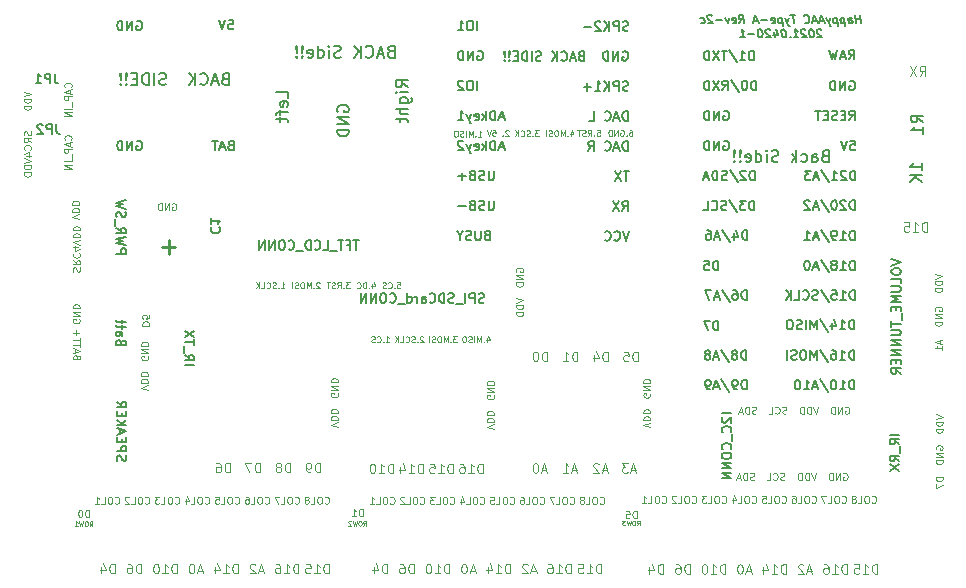
<source format=gbr>
%TF.GenerationSoftware,KiCad,Pcbnew,5.1.10*%
%TF.CreationDate,2021-06-02T17:16:58+08:00*%
%TF.ProjectId,HappyAAC-Type-A,48617070-7941-4414-932d-547970652d41,2c*%
%TF.SameCoordinates,Original*%
%TF.FileFunction,Legend,Bot*%
%TF.FilePolarity,Positive*%
%FSLAX46Y46*%
G04 Gerber Fmt 4.6, Leading zero omitted, Abs format (unit mm)*
G04 Created by KiCad (PCBNEW 5.1.10) date 2021-06-02 17:16:58*
%MOMM*%
%LPD*%
G01*
G04 APERTURE LIST*
%ADD10C,0.150000*%
%ADD11C,0.100000*%
%ADD12C,0.080000*%
%ADD13C,0.250000*%
G04 APERTURE END LIST*
D10*
X77120785Y-45396133D02*
X77082690Y-45434228D01*
X77044595Y-45548514D01*
X77044595Y-45624704D01*
X77082690Y-45738990D01*
X77158880Y-45815180D01*
X77235071Y-45853276D01*
X77387452Y-45891371D01*
X77501738Y-45891371D01*
X77654119Y-45853276D01*
X77730309Y-45815180D01*
X77806500Y-45738990D01*
X77844595Y-45624704D01*
X77844595Y-45548514D01*
X77806500Y-45434228D01*
X77768404Y-45396133D01*
X77044595Y-44634228D02*
X77044595Y-45091371D01*
X77044595Y-44862800D02*
X77844595Y-44862800D01*
X77730309Y-44938990D01*
X77654119Y-45015180D01*
X77616023Y-45091371D01*
X74822095Y-57016476D02*
X75622095Y-57016476D01*
X74822095Y-56178380D02*
X75203047Y-56445047D01*
X74822095Y-56635523D02*
X75622095Y-56635523D01*
X75622095Y-56330761D01*
X75584000Y-56254571D01*
X75545904Y-56216476D01*
X75469714Y-56178380D01*
X75355428Y-56178380D01*
X75279238Y-56216476D01*
X75241142Y-56254571D01*
X75203047Y-56330761D01*
X75203047Y-56635523D01*
X74745904Y-56026000D02*
X74745904Y-55416476D01*
X75622095Y-55340285D02*
X75622095Y-54883142D01*
X74822095Y-55111714D02*
X75622095Y-55111714D01*
X75622095Y-54692666D02*
X74822095Y-54159333D01*
X75622095Y-54159333D02*
X74822095Y-54692666D01*
D11*
X91866185Y-55128290D02*
X92151900Y-55128290D01*
X92009042Y-55128290D02*
X92009042Y-54628290D01*
X92056661Y-54699719D01*
X92104280Y-54747338D01*
X92151900Y-54771147D01*
X91651900Y-55080671D02*
X91628090Y-55104480D01*
X91651900Y-55128290D01*
X91675709Y-55104480D01*
X91651900Y-55080671D01*
X91651900Y-55128290D01*
X91128090Y-55080671D02*
X91151900Y-55104480D01*
X91223328Y-55128290D01*
X91270947Y-55128290D01*
X91342376Y-55104480D01*
X91389995Y-55056861D01*
X91413804Y-55009242D01*
X91437614Y-54914004D01*
X91437614Y-54842576D01*
X91413804Y-54747338D01*
X91389995Y-54699719D01*
X91342376Y-54652100D01*
X91270947Y-54628290D01*
X91223328Y-54628290D01*
X91151900Y-54652100D01*
X91128090Y-54675909D01*
X90937614Y-55104480D02*
X90866185Y-55128290D01*
X90747138Y-55128290D01*
X90699519Y-55104480D01*
X90675709Y-55080671D01*
X90651900Y-55033052D01*
X90651900Y-54985433D01*
X90675709Y-54937814D01*
X90699519Y-54914004D01*
X90747138Y-54890195D01*
X90842376Y-54866385D01*
X90889995Y-54842576D01*
X90913804Y-54818766D01*
X90937614Y-54771147D01*
X90937614Y-54723528D01*
X90913804Y-54675909D01*
X90889995Y-54652100D01*
X90842376Y-54628290D01*
X90723328Y-54628290D01*
X90651900Y-54652100D01*
X100437384Y-54794957D02*
X100437384Y-55128290D01*
X100556432Y-54604480D02*
X100675479Y-54961623D01*
X100365955Y-54961623D01*
X100175479Y-55080671D02*
X100151670Y-55104480D01*
X100175479Y-55128290D01*
X100199289Y-55104480D01*
X100175479Y-55080671D01*
X100175479Y-55128290D01*
X99937384Y-55128290D02*
X99937384Y-54628290D01*
X99770717Y-54985433D01*
X99604051Y-54628290D01*
X99604051Y-55128290D01*
X99365955Y-55128290D02*
X99365955Y-54628290D01*
X99151670Y-55104480D02*
X99080241Y-55128290D01*
X98961193Y-55128290D01*
X98913574Y-55104480D01*
X98889765Y-55080671D01*
X98865955Y-55033052D01*
X98865955Y-54985433D01*
X98889765Y-54937814D01*
X98913574Y-54914004D01*
X98961193Y-54890195D01*
X99056432Y-54866385D01*
X99104051Y-54842576D01*
X99127860Y-54818766D01*
X99151670Y-54771147D01*
X99151670Y-54723528D01*
X99127860Y-54675909D01*
X99104051Y-54652100D01*
X99056432Y-54628290D01*
X98937384Y-54628290D01*
X98865955Y-54652100D01*
X98556432Y-54628290D02*
X98461193Y-54628290D01*
X98413574Y-54652100D01*
X98365955Y-54699719D01*
X98342146Y-54794957D01*
X98342146Y-54961623D01*
X98365955Y-55056861D01*
X98413574Y-55104480D01*
X98461193Y-55128290D01*
X98556432Y-55128290D01*
X98604051Y-55104480D01*
X98651670Y-55056861D01*
X98675479Y-54961623D01*
X98675479Y-54794957D01*
X98651670Y-54699719D01*
X98604051Y-54652100D01*
X98556432Y-54628290D01*
X95040711Y-54675909D02*
X95016902Y-54652100D01*
X94969283Y-54628290D01*
X94850235Y-54628290D01*
X94802616Y-54652100D01*
X94778807Y-54675909D01*
X94754997Y-54723528D01*
X94754997Y-54771147D01*
X94778807Y-54842576D01*
X95064521Y-55128290D01*
X94754997Y-55128290D01*
X94540711Y-55080671D02*
X94516902Y-55104480D01*
X94540711Y-55128290D01*
X94564521Y-55104480D01*
X94540711Y-55080671D01*
X94540711Y-55128290D01*
X94326426Y-55104480D02*
X94254997Y-55128290D01*
X94135950Y-55128290D01*
X94088331Y-55104480D01*
X94064521Y-55080671D01*
X94040711Y-55033052D01*
X94040711Y-54985433D01*
X94064521Y-54937814D01*
X94088331Y-54914004D01*
X94135950Y-54890195D01*
X94231188Y-54866385D01*
X94278807Y-54842576D01*
X94302616Y-54818766D01*
X94326426Y-54771147D01*
X94326426Y-54723528D01*
X94302616Y-54675909D01*
X94278807Y-54652100D01*
X94231188Y-54628290D01*
X94112140Y-54628290D01*
X94040711Y-54652100D01*
X93540711Y-55080671D02*
X93564521Y-55104480D01*
X93635950Y-55128290D01*
X93683569Y-55128290D01*
X93754997Y-55104480D01*
X93802616Y-55056861D01*
X93826426Y-55009242D01*
X93850235Y-54914004D01*
X93850235Y-54842576D01*
X93826426Y-54747338D01*
X93802616Y-54699719D01*
X93754997Y-54652100D01*
X93683569Y-54628290D01*
X93635950Y-54628290D01*
X93564521Y-54652100D01*
X93540711Y-54675909D01*
X93088331Y-55128290D02*
X93326426Y-55128290D01*
X93326426Y-54628290D01*
X92921664Y-55128290D02*
X92921664Y-54628290D01*
X92635950Y-55128290D02*
X92850235Y-54842576D01*
X92635950Y-54628290D02*
X92921664Y-54914004D01*
X97881905Y-54628290D02*
X97572381Y-54628290D01*
X97739048Y-54818766D01*
X97667619Y-54818766D01*
X97620000Y-54842576D01*
X97596190Y-54866385D01*
X97572381Y-54914004D01*
X97572381Y-55033052D01*
X97596190Y-55080671D01*
X97620000Y-55104480D01*
X97667619Y-55128290D01*
X97810476Y-55128290D01*
X97858095Y-55104480D01*
X97881905Y-55080671D01*
X97358095Y-55080671D02*
X97334286Y-55104480D01*
X97358095Y-55128290D01*
X97381905Y-55104480D01*
X97358095Y-55080671D01*
X97358095Y-55128290D01*
X97120000Y-55128290D02*
X97120000Y-54628290D01*
X96953333Y-54985433D01*
X96786667Y-54628290D01*
X96786667Y-55128290D01*
X96453333Y-54628290D02*
X96358095Y-54628290D01*
X96310476Y-54652100D01*
X96262857Y-54699719D01*
X96239048Y-54794957D01*
X96239048Y-54961623D01*
X96262857Y-55056861D01*
X96310476Y-55104480D01*
X96358095Y-55128290D01*
X96453333Y-55128290D01*
X96500952Y-55104480D01*
X96548571Y-55056861D01*
X96572381Y-54961623D01*
X96572381Y-54794957D01*
X96548571Y-54699719D01*
X96500952Y-54652100D01*
X96453333Y-54628290D01*
X96048571Y-55104480D02*
X95977143Y-55128290D01*
X95858095Y-55128290D01*
X95810476Y-55104480D01*
X95786667Y-55080671D01*
X95762857Y-55033052D01*
X95762857Y-54985433D01*
X95786667Y-54937814D01*
X95810476Y-54914004D01*
X95858095Y-54890195D01*
X95953333Y-54866385D01*
X96000952Y-54842576D01*
X96024762Y-54818766D01*
X96048571Y-54771147D01*
X96048571Y-54723528D01*
X96024762Y-54675909D01*
X96000952Y-54652100D01*
X95953333Y-54628290D01*
X95834286Y-54628290D01*
X95762857Y-54652100D01*
X95548571Y-55128290D02*
X95548571Y-54628290D01*
D10*
X100183295Y-51746109D02*
X100069009Y-51784204D01*
X99878533Y-51784204D01*
X99802342Y-51746109D01*
X99764247Y-51708014D01*
X99726152Y-51631823D01*
X99726152Y-51555633D01*
X99764247Y-51479442D01*
X99802342Y-51441347D01*
X99878533Y-51403252D01*
X100030914Y-51365157D01*
X100107104Y-51327061D01*
X100145200Y-51288966D01*
X100183295Y-51212776D01*
X100183295Y-51136585D01*
X100145200Y-51060395D01*
X100107104Y-51022300D01*
X100030914Y-50984204D01*
X99840438Y-50984204D01*
X99726152Y-51022300D01*
X99383295Y-51784204D02*
X99383295Y-50984204D01*
X99078533Y-50984204D01*
X99002342Y-51022300D01*
X98964247Y-51060395D01*
X98926152Y-51136585D01*
X98926152Y-51250871D01*
X98964247Y-51327061D01*
X99002342Y-51365157D01*
X99078533Y-51403252D01*
X99383295Y-51403252D01*
X98583295Y-51784204D02*
X98583295Y-50984204D01*
X98392819Y-51860395D02*
X97783295Y-51860395D01*
X97630914Y-51746109D02*
X97516628Y-51784204D01*
X97326152Y-51784204D01*
X97249961Y-51746109D01*
X97211866Y-51708014D01*
X97173771Y-51631823D01*
X97173771Y-51555633D01*
X97211866Y-51479442D01*
X97249961Y-51441347D01*
X97326152Y-51403252D01*
X97478533Y-51365157D01*
X97554723Y-51327061D01*
X97592819Y-51288966D01*
X97630914Y-51212776D01*
X97630914Y-51136585D01*
X97592819Y-51060395D01*
X97554723Y-51022300D01*
X97478533Y-50984204D01*
X97288057Y-50984204D01*
X97173771Y-51022300D01*
X96830914Y-51784204D02*
X96830914Y-50984204D01*
X96640438Y-50984204D01*
X96526152Y-51022300D01*
X96449961Y-51098490D01*
X96411866Y-51174680D01*
X96373771Y-51327061D01*
X96373771Y-51441347D01*
X96411866Y-51593728D01*
X96449961Y-51669919D01*
X96526152Y-51746109D01*
X96640438Y-51784204D01*
X96830914Y-51784204D01*
X95573771Y-51708014D02*
X95611866Y-51746109D01*
X95726152Y-51784204D01*
X95802342Y-51784204D01*
X95916628Y-51746109D01*
X95992819Y-51669919D01*
X96030914Y-51593728D01*
X96069009Y-51441347D01*
X96069009Y-51327061D01*
X96030914Y-51174680D01*
X95992819Y-51098490D01*
X95916628Y-51022300D01*
X95802342Y-50984204D01*
X95726152Y-50984204D01*
X95611866Y-51022300D01*
X95573771Y-51060395D01*
X94888057Y-51784204D02*
X94888057Y-51365157D01*
X94926152Y-51288966D01*
X95002342Y-51250871D01*
X95154723Y-51250871D01*
X95230914Y-51288966D01*
X94888057Y-51746109D02*
X94964247Y-51784204D01*
X95154723Y-51784204D01*
X95230914Y-51746109D01*
X95269009Y-51669919D01*
X95269009Y-51593728D01*
X95230914Y-51517538D01*
X95154723Y-51479442D01*
X94964247Y-51479442D01*
X94888057Y-51441347D01*
X94507104Y-51784204D02*
X94507104Y-51250871D01*
X94507104Y-51403252D02*
X94469009Y-51327061D01*
X94430914Y-51288966D01*
X94354723Y-51250871D01*
X94278533Y-51250871D01*
X93669009Y-51784204D02*
X93669009Y-50984204D01*
X93669009Y-51746109D02*
X93745200Y-51784204D01*
X93897580Y-51784204D01*
X93973771Y-51746109D01*
X94011866Y-51708014D01*
X94049961Y-51631823D01*
X94049961Y-51403252D01*
X94011866Y-51327061D01*
X93973771Y-51288966D01*
X93897580Y-51250871D01*
X93745200Y-51250871D01*
X93669009Y-51288966D01*
X93478533Y-51860395D02*
X92869009Y-51860395D01*
X92221390Y-51708014D02*
X92259485Y-51746109D01*
X92373771Y-51784204D01*
X92449961Y-51784204D01*
X92564247Y-51746109D01*
X92640438Y-51669919D01*
X92678533Y-51593728D01*
X92716628Y-51441347D01*
X92716628Y-51327061D01*
X92678533Y-51174680D01*
X92640438Y-51098490D01*
X92564247Y-51022300D01*
X92449961Y-50984204D01*
X92373771Y-50984204D01*
X92259485Y-51022300D01*
X92221390Y-51060395D01*
X91726152Y-50984204D02*
X91573771Y-50984204D01*
X91497580Y-51022300D01*
X91421390Y-51098490D01*
X91383295Y-51250871D01*
X91383295Y-51517538D01*
X91421390Y-51669919D01*
X91497580Y-51746109D01*
X91573771Y-51784204D01*
X91726152Y-51784204D01*
X91802342Y-51746109D01*
X91878533Y-51669919D01*
X91916628Y-51517538D01*
X91916628Y-51250871D01*
X91878533Y-51098490D01*
X91802342Y-51022300D01*
X91726152Y-50984204D01*
X91040438Y-51784204D02*
X91040438Y-50984204D01*
X90583295Y-51784204D01*
X90583295Y-50984204D01*
X90202342Y-51784204D02*
X90202342Y-50984204D01*
X89745200Y-51784204D01*
X89745200Y-50984204D01*
X134677204Y-48095509D02*
X135477204Y-48362176D01*
X134677204Y-48628842D01*
X134677204Y-49047890D02*
X134677204Y-49200271D01*
X134715300Y-49276461D01*
X134791490Y-49352652D01*
X134943871Y-49390747D01*
X135210538Y-49390747D01*
X135362919Y-49352652D01*
X135439109Y-49276461D01*
X135477204Y-49200271D01*
X135477204Y-49047890D01*
X135439109Y-48971700D01*
X135362919Y-48895509D01*
X135210538Y-48857414D01*
X134943871Y-48857414D01*
X134791490Y-48895509D01*
X134715300Y-48971700D01*
X134677204Y-49047890D01*
X135477204Y-50114557D02*
X135477204Y-49733604D01*
X134677204Y-49733604D01*
X134677204Y-50381223D02*
X135324823Y-50381223D01*
X135401014Y-50419319D01*
X135439109Y-50457414D01*
X135477204Y-50533604D01*
X135477204Y-50685985D01*
X135439109Y-50762176D01*
X135401014Y-50800271D01*
X135324823Y-50838366D01*
X134677204Y-50838366D01*
X135477204Y-51219319D02*
X134677204Y-51219319D01*
X135248633Y-51485985D01*
X134677204Y-51752652D01*
X135477204Y-51752652D01*
X135058157Y-52133604D02*
X135058157Y-52400271D01*
X135477204Y-52514557D02*
X135477204Y-52133604D01*
X134677204Y-52133604D01*
X134677204Y-52514557D01*
X135553395Y-52666938D02*
X135553395Y-53276461D01*
X134677204Y-53352652D02*
X134677204Y-53809795D01*
X135477204Y-53581223D02*
X134677204Y-53581223D01*
X134677204Y-54076461D02*
X135324823Y-54076461D01*
X135401014Y-54114557D01*
X135439109Y-54152652D01*
X135477204Y-54228842D01*
X135477204Y-54381223D01*
X135439109Y-54457414D01*
X135401014Y-54495509D01*
X135324823Y-54533604D01*
X134677204Y-54533604D01*
X135477204Y-54914557D02*
X134677204Y-54914557D01*
X135477204Y-55371700D01*
X134677204Y-55371700D01*
X135477204Y-55752652D02*
X134677204Y-55752652D01*
X135477204Y-56209795D01*
X134677204Y-56209795D01*
X135058157Y-56590747D02*
X135058157Y-56857414D01*
X135477204Y-56971700D02*
X135477204Y-56590747D01*
X134677204Y-56590747D01*
X134677204Y-56971700D01*
X135477204Y-57771700D02*
X135096252Y-57505033D01*
X135477204Y-57314557D02*
X134677204Y-57314557D01*
X134677204Y-57619319D01*
X134715300Y-57695509D01*
X134753395Y-57733604D01*
X134829585Y-57771700D01*
X134943871Y-57771700D01*
X135020061Y-57733604D01*
X135058157Y-57695509D01*
X135096252Y-57619319D01*
X135096252Y-57314557D01*
X135350204Y-62941385D02*
X134550204Y-62941385D01*
X135350204Y-63779480D02*
X134969252Y-63512814D01*
X135350204Y-63322338D02*
X134550204Y-63322338D01*
X134550204Y-63627100D01*
X134588300Y-63703290D01*
X134626395Y-63741385D01*
X134702585Y-63779480D01*
X134816871Y-63779480D01*
X134893061Y-63741385D01*
X134931157Y-63703290D01*
X134969252Y-63627100D01*
X134969252Y-63322338D01*
X135426395Y-63931861D02*
X135426395Y-64541385D01*
X135350204Y-65189004D02*
X134969252Y-64922338D01*
X135350204Y-64731861D02*
X134550204Y-64731861D01*
X134550204Y-65036623D01*
X134588300Y-65112814D01*
X134626395Y-65150909D01*
X134702585Y-65189004D01*
X134816871Y-65189004D01*
X134893061Y-65150909D01*
X134931157Y-65112814D01*
X134969252Y-65036623D01*
X134969252Y-64731861D01*
X134550204Y-65455671D02*
X135350204Y-65989004D01*
X134550204Y-65989004D02*
X135350204Y-65455671D01*
X121126204Y-61150842D02*
X120326204Y-61150842D01*
X120402395Y-61493700D02*
X120364300Y-61531795D01*
X120326204Y-61607985D01*
X120326204Y-61798461D01*
X120364300Y-61874652D01*
X120402395Y-61912747D01*
X120478585Y-61950842D01*
X120554776Y-61950842D01*
X120669061Y-61912747D01*
X121126204Y-61455604D01*
X121126204Y-61950842D01*
X121050014Y-62750842D02*
X121088109Y-62712747D01*
X121126204Y-62598461D01*
X121126204Y-62522271D01*
X121088109Y-62407985D01*
X121011919Y-62331795D01*
X120935728Y-62293700D01*
X120783347Y-62255604D01*
X120669061Y-62255604D01*
X120516680Y-62293700D01*
X120440490Y-62331795D01*
X120364300Y-62407985D01*
X120326204Y-62522271D01*
X120326204Y-62598461D01*
X120364300Y-62712747D01*
X120402395Y-62750842D01*
X121202395Y-62903223D02*
X121202395Y-63512747D01*
X121050014Y-64160366D02*
X121088109Y-64122271D01*
X121126204Y-64007985D01*
X121126204Y-63931795D01*
X121088109Y-63817509D01*
X121011919Y-63741319D01*
X120935728Y-63703223D01*
X120783347Y-63665128D01*
X120669061Y-63665128D01*
X120516680Y-63703223D01*
X120440490Y-63741319D01*
X120364300Y-63817509D01*
X120326204Y-63931795D01*
X120326204Y-64007985D01*
X120364300Y-64122271D01*
X120402395Y-64160366D01*
X120326204Y-64655604D02*
X120326204Y-64807985D01*
X120364300Y-64884176D01*
X120440490Y-64960366D01*
X120592871Y-64998461D01*
X120859538Y-64998461D01*
X121011919Y-64960366D01*
X121088109Y-64884176D01*
X121126204Y-64807985D01*
X121126204Y-64655604D01*
X121088109Y-64579414D01*
X121011919Y-64503223D01*
X120859538Y-64465128D01*
X120592871Y-64465128D01*
X120440490Y-64503223D01*
X120364300Y-64579414D01*
X120326204Y-64655604D01*
X121126204Y-65341319D02*
X120326204Y-65341319D01*
X121126204Y-65798461D01*
X120326204Y-65798461D01*
X121126204Y-66179414D02*
X120326204Y-66179414D01*
X121126204Y-66636557D01*
X120326204Y-66636557D01*
X89572566Y-46488404D02*
X89115423Y-46488404D01*
X89343995Y-47288404D02*
X89343995Y-46488404D01*
X88582090Y-46869357D02*
X88848757Y-46869357D01*
X88848757Y-47288404D02*
X88848757Y-46488404D01*
X88467804Y-46488404D01*
X88277328Y-46488404D02*
X87820185Y-46488404D01*
X88048757Y-47288404D02*
X88048757Y-46488404D01*
X87743995Y-47364595D02*
X87134471Y-47364595D01*
X86563042Y-47288404D02*
X86943995Y-47288404D01*
X86943995Y-46488404D01*
X85839233Y-47212214D02*
X85877328Y-47250309D01*
X85991614Y-47288404D01*
X86067804Y-47288404D01*
X86182090Y-47250309D01*
X86258280Y-47174119D01*
X86296376Y-47097928D01*
X86334471Y-46945547D01*
X86334471Y-46831261D01*
X86296376Y-46678880D01*
X86258280Y-46602690D01*
X86182090Y-46526500D01*
X86067804Y-46488404D01*
X85991614Y-46488404D01*
X85877328Y-46526500D01*
X85839233Y-46564595D01*
X85496376Y-47288404D02*
X85496376Y-46488404D01*
X85305900Y-46488404D01*
X85191614Y-46526500D01*
X85115423Y-46602690D01*
X85077328Y-46678880D01*
X85039233Y-46831261D01*
X85039233Y-46945547D01*
X85077328Y-47097928D01*
X85115423Y-47174119D01*
X85191614Y-47250309D01*
X85305900Y-47288404D01*
X85496376Y-47288404D01*
X84886852Y-47364595D02*
X84277328Y-47364595D01*
X83629709Y-47212214D02*
X83667804Y-47250309D01*
X83782090Y-47288404D01*
X83858280Y-47288404D01*
X83972566Y-47250309D01*
X84048757Y-47174119D01*
X84086852Y-47097928D01*
X84124947Y-46945547D01*
X84124947Y-46831261D01*
X84086852Y-46678880D01*
X84048757Y-46602690D01*
X83972566Y-46526500D01*
X83858280Y-46488404D01*
X83782090Y-46488404D01*
X83667804Y-46526500D01*
X83629709Y-46564595D01*
X83134471Y-46488404D02*
X82982090Y-46488404D01*
X82905900Y-46526500D01*
X82829709Y-46602690D01*
X82791614Y-46755071D01*
X82791614Y-47021738D01*
X82829709Y-47174119D01*
X82905900Y-47250309D01*
X82982090Y-47288404D01*
X83134471Y-47288404D01*
X83210661Y-47250309D01*
X83286852Y-47174119D01*
X83324947Y-47021738D01*
X83324947Y-46755071D01*
X83286852Y-46602690D01*
X83210661Y-46526500D01*
X83134471Y-46488404D01*
X82448757Y-47288404D02*
X82448757Y-46488404D01*
X81991614Y-47288404D01*
X81991614Y-46488404D01*
X81610661Y-47288404D02*
X81610661Y-46488404D01*
X81153519Y-47288404D01*
X81153519Y-46488404D01*
D11*
X92829795Y-50043590D02*
X93067890Y-50043590D01*
X93091700Y-50281685D01*
X93067890Y-50257876D01*
X93020271Y-50234066D01*
X92901223Y-50234066D01*
X92853604Y-50257876D01*
X92829795Y-50281685D01*
X92805985Y-50329304D01*
X92805985Y-50448352D01*
X92829795Y-50495971D01*
X92853604Y-50519780D01*
X92901223Y-50543590D01*
X93020271Y-50543590D01*
X93067890Y-50519780D01*
X93091700Y-50495971D01*
X92591700Y-50495971D02*
X92567890Y-50519780D01*
X92591700Y-50543590D01*
X92615509Y-50519780D01*
X92591700Y-50495971D01*
X92591700Y-50543590D01*
X92067890Y-50495971D02*
X92091700Y-50519780D01*
X92163128Y-50543590D01*
X92210747Y-50543590D01*
X92282176Y-50519780D01*
X92329795Y-50472161D01*
X92353604Y-50424542D01*
X92377414Y-50329304D01*
X92377414Y-50257876D01*
X92353604Y-50162638D01*
X92329795Y-50115019D01*
X92282176Y-50067400D01*
X92210747Y-50043590D01*
X92163128Y-50043590D01*
X92091700Y-50067400D01*
X92067890Y-50091209D01*
X91877414Y-50519780D02*
X91805985Y-50543590D01*
X91686938Y-50543590D01*
X91639319Y-50519780D01*
X91615509Y-50495971D01*
X91591700Y-50448352D01*
X91591700Y-50400733D01*
X91615509Y-50353114D01*
X91639319Y-50329304D01*
X91686938Y-50305495D01*
X91782176Y-50281685D01*
X91829795Y-50257876D01*
X91853604Y-50234066D01*
X91877414Y-50186447D01*
X91877414Y-50138828D01*
X91853604Y-50091209D01*
X91829795Y-50067400D01*
X91782176Y-50043590D01*
X91663128Y-50043590D01*
X91591700Y-50067400D01*
X88806136Y-50043590D02*
X88496612Y-50043590D01*
X88663279Y-50234066D01*
X88591851Y-50234066D01*
X88544231Y-50257876D01*
X88520422Y-50281685D01*
X88496612Y-50329304D01*
X88496612Y-50448352D01*
X88520422Y-50495971D01*
X88544231Y-50519780D01*
X88591851Y-50543590D01*
X88734708Y-50543590D01*
X88782327Y-50519780D01*
X88806136Y-50495971D01*
X88282327Y-50495971D02*
X88258517Y-50519780D01*
X88282327Y-50543590D01*
X88306136Y-50519780D01*
X88282327Y-50495971D01*
X88282327Y-50543590D01*
X87758517Y-50543590D02*
X87925184Y-50305495D01*
X88044231Y-50543590D02*
X88044231Y-50043590D01*
X87853755Y-50043590D01*
X87806136Y-50067400D01*
X87782327Y-50091209D01*
X87758517Y-50138828D01*
X87758517Y-50210257D01*
X87782327Y-50257876D01*
X87806136Y-50281685D01*
X87853755Y-50305495D01*
X88044231Y-50305495D01*
X87568041Y-50519780D02*
X87496612Y-50543590D01*
X87377565Y-50543590D01*
X87329946Y-50519780D01*
X87306136Y-50495971D01*
X87282327Y-50448352D01*
X87282327Y-50400733D01*
X87306136Y-50353114D01*
X87329946Y-50329304D01*
X87377565Y-50305495D01*
X87472803Y-50281685D01*
X87520422Y-50257876D01*
X87544231Y-50234066D01*
X87568041Y-50186447D01*
X87568041Y-50138828D01*
X87544231Y-50091209D01*
X87520422Y-50067400D01*
X87472803Y-50043590D01*
X87353755Y-50043590D01*
X87282327Y-50067400D01*
X87139470Y-50043590D02*
X86853755Y-50043590D01*
X86996612Y-50543590D02*
X86996612Y-50043590D01*
X90710822Y-50210257D02*
X90710822Y-50543590D01*
X90829870Y-50019780D02*
X90948917Y-50376923D01*
X90639393Y-50376923D01*
X90448917Y-50495971D02*
X90425108Y-50519780D01*
X90448917Y-50543590D01*
X90472727Y-50519780D01*
X90448917Y-50495971D01*
X90448917Y-50543590D01*
X90210822Y-50543590D02*
X90210822Y-50043590D01*
X90091774Y-50043590D01*
X90020346Y-50067400D01*
X89972727Y-50115019D01*
X89948917Y-50162638D01*
X89925108Y-50257876D01*
X89925108Y-50329304D01*
X89948917Y-50424542D01*
X89972727Y-50472161D01*
X90020346Y-50519780D01*
X90091774Y-50543590D01*
X90210822Y-50543590D01*
X89425108Y-50495971D02*
X89448917Y-50519780D01*
X89520346Y-50543590D01*
X89567965Y-50543590D01*
X89639393Y-50519780D01*
X89687013Y-50472161D01*
X89710822Y-50424542D01*
X89734632Y-50329304D01*
X89734632Y-50257876D01*
X89710822Y-50162638D01*
X89687013Y-50115019D01*
X89639393Y-50067400D01*
X89567965Y-50043590D01*
X89520346Y-50043590D01*
X89448917Y-50067400D01*
X89425108Y-50091209D01*
X82996766Y-50543590D02*
X83282480Y-50543590D01*
X83139623Y-50543590D02*
X83139623Y-50043590D01*
X83187242Y-50115019D01*
X83234861Y-50162638D01*
X83282480Y-50186447D01*
X82782480Y-50495971D02*
X82758671Y-50519780D01*
X82782480Y-50543590D01*
X82806290Y-50519780D01*
X82782480Y-50495971D01*
X82782480Y-50543590D01*
X82568195Y-50519780D02*
X82496766Y-50543590D01*
X82377719Y-50543590D01*
X82330100Y-50519780D01*
X82306290Y-50495971D01*
X82282480Y-50448352D01*
X82282480Y-50400733D01*
X82306290Y-50353114D01*
X82330100Y-50329304D01*
X82377719Y-50305495D01*
X82472957Y-50281685D01*
X82520576Y-50257876D01*
X82544385Y-50234066D01*
X82568195Y-50186447D01*
X82568195Y-50138828D01*
X82544385Y-50091209D01*
X82520576Y-50067400D01*
X82472957Y-50043590D01*
X82353909Y-50043590D01*
X82282480Y-50067400D01*
X81782480Y-50495971D02*
X81806290Y-50519780D01*
X81877719Y-50543590D01*
X81925338Y-50543590D01*
X81996766Y-50519780D01*
X82044385Y-50472161D01*
X82068195Y-50424542D01*
X82092004Y-50329304D01*
X82092004Y-50257876D01*
X82068195Y-50162638D01*
X82044385Y-50115019D01*
X81996766Y-50067400D01*
X81925338Y-50043590D01*
X81877719Y-50043590D01*
X81806290Y-50067400D01*
X81782480Y-50091209D01*
X81330100Y-50543590D02*
X81568195Y-50543590D01*
X81568195Y-50043590D01*
X81163433Y-50543590D02*
X81163433Y-50043590D01*
X80877719Y-50543590D02*
X81092004Y-50257876D01*
X80877719Y-50043590D02*
X81163433Y-50329304D01*
X86258594Y-50091209D02*
X86234785Y-50067400D01*
X86187166Y-50043590D01*
X86068118Y-50043590D01*
X86020499Y-50067400D01*
X85996689Y-50091209D01*
X85972880Y-50138828D01*
X85972880Y-50186447D01*
X85996689Y-50257876D01*
X86282404Y-50543590D01*
X85972880Y-50543590D01*
X85758594Y-50495971D02*
X85734785Y-50519780D01*
X85758594Y-50543590D01*
X85782404Y-50519780D01*
X85758594Y-50495971D01*
X85758594Y-50543590D01*
X85520499Y-50543590D02*
X85520499Y-50043590D01*
X85353832Y-50400733D01*
X85187166Y-50043590D01*
X85187166Y-50543590D01*
X84853832Y-50043590D02*
X84758594Y-50043590D01*
X84710975Y-50067400D01*
X84663356Y-50115019D01*
X84639547Y-50210257D01*
X84639547Y-50376923D01*
X84663356Y-50472161D01*
X84710975Y-50519780D01*
X84758594Y-50543590D01*
X84853832Y-50543590D01*
X84901451Y-50519780D01*
X84949070Y-50472161D01*
X84972880Y-50376923D01*
X84972880Y-50210257D01*
X84949070Y-50115019D01*
X84901451Y-50067400D01*
X84853832Y-50043590D01*
X84449070Y-50519780D02*
X84377642Y-50543590D01*
X84258594Y-50543590D01*
X84210975Y-50519780D01*
X84187166Y-50495971D01*
X84163356Y-50448352D01*
X84163356Y-50400733D01*
X84187166Y-50353114D01*
X84210975Y-50329304D01*
X84258594Y-50305495D01*
X84353832Y-50281685D01*
X84401451Y-50257876D01*
X84425261Y-50234066D01*
X84449070Y-50186447D01*
X84449070Y-50138828D01*
X84425261Y-50091209D01*
X84401451Y-50067400D01*
X84353832Y-50043590D01*
X84234785Y-50043590D01*
X84163356Y-50067400D01*
X83949070Y-50543590D02*
X83949070Y-50043590D01*
X65200185Y-37982657D02*
X65228757Y-37954085D01*
X65257328Y-37868371D01*
X65257328Y-37811228D01*
X65228757Y-37725514D01*
X65171614Y-37668371D01*
X65114471Y-37639800D01*
X65000185Y-37611228D01*
X64914471Y-37611228D01*
X64800185Y-37639800D01*
X64743042Y-37668371D01*
X64685900Y-37725514D01*
X64657328Y-37811228D01*
X64657328Y-37868371D01*
X64685900Y-37954085D01*
X64714471Y-37982657D01*
X65085900Y-38211228D02*
X65085900Y-38496942D01*
X65257328Y-38154085D02*
X64657328Y-38354085D01*
X65257328Y-38554085D01*
X65257328Y-38754085D02*
X64657328Y-38754085D01*
X64657328Y-38982657D01*
X64685900Y-39039800D01*
X64714471Y-39068371D01*
X64771614Y-39096942D01*
X64857328Y-39096942D01*
X64914471Y-39068371D01*
X64943042Y-39039800D01*
X64971614Y-38982657D01*
X64971614Y-38754085D01*
X65314471Y-39211228D02*
X65314471Y-39668371D01*
X65257328Y-39811228D02*
X64657328Y-39811228D01*
X65257328Y-40096942D02*
X64657328Y-40096942D01*
X65257328Y-40439800D01*
X64657328Y-40439800D01*
X113156301Y-70617692D02*
X113289635Y-70427216D01*
X113384873Y-70617692D02*
X113384873Y-70217692D01*
X113232492Y-70217692D01*
X113194397Y-70236740D01*
X113175349Y-70255787D01*
X113156301Y-70293882D01*
X113156301Y-70351025D01*
X113175349Y-70389120D01*
X113194397Y-70408168D01*
X113232492Y-70427216D01*
X113384873Y-70427216D01*
X112908682Y-70217692D02*
X112832492Y-70217692D01*
X112794397Y-70236740D01*
X112756301Y-70274835D01*
X112737254Y-70351025D01*
X112737254Y-70484359D01*
X112756301Y-70560549D01*
X112794397Y-70598644D01*
X112832492Y-70617692D01*
X112908682Y-70617692D01*
X112946778Y-70598644D01*
X112984873Y-70560549D01*
X113003920Y-70484359D01*
X113003920Y-70351025D01*
X112984873Y-70274835D01*
X112946778Y-70236740D01*
X112908682Y-70217692D01*
X112603920Y-70217692D02*
X112508682Y-70617692D01*
X112432492Y-70331978D01*
X112356301Y-70617692D01*
X112261063Y-70217692D01*
X112146778Y-70217692D02*
X111899159Y-70217692D01*
X112032492Y-70370073D01*
X111975349Y-70370073D01*
X111937254Y-70389120D01*
X111918206Y-70408168D01*
X111899159Y-70446263D01*
X111899159Y-70541501D01*
X111918206Y-70579597D01*
X111937254Y-70598644D01*
X111975349Y-70617692D01*
X112089635Y-70617692D01*
X112127730Y-70598644D01*
X112146778Y-70579597D01*
X89963561Y-70653252D02*
X90096895Y-70462776D01*
X90192133Y-70653252D02*
X90192133Y-70253252D01*
X90039752Y-70253252D01*
X90001657Y-70272300D01*
X89982609Y-70291347D01*
X89963561Y-70329442D01*
X89963561Y-70386585D01*
X89982609Y-70424680D01*
X90001657Y-70443728D01*
X90039752Y-70462776D01*
X90192133Y-70462776D01*
X89715942Y-70253252D02*
X89639752Y-70253252D01*
X89601657Y-70272300D01*
X89563561Y-70310395D01*
X89544514Y-70386585D01*
X89544514Y-70519919D01*
X89563561Y-70596109D01*
X89601657Y-70634204D01*
X89639752Y-70653252D01*
X89715942Y-70653252D01*
X89754038Y-70634204D01*
X89792133Y-70596109D01*
X89811180Y-70519919D01*
X89811180Y-70386585D01*
X89792133Y-70310395D01*
X89754038Y-70272300D01*
X89715942Y-70253252D01*
X89411180Y-70253252D02*
X89315942Y-70653252D01*
X89239752Y-70367538D01*
X89163561Y-70653252D01*
X89068323Y-70253252D01*
X88934990Y-70291347D02*
X88915942Y-70272300D01*
X88877847Y-70253252D01*
X88782609Y-70253252D01*
X88744514Y-70272300D01*
X88725466Y-70291347D01*
X88706419Y-70329442D01*
X88706419Y-70367538D01*
X88725466Y-70424680D01*
X88954038Y-70653252D01*
X88706419Y-70653252D01*
X125779656Y-61154597D02*
X125693942Y-61183168D01*
X125551085Y-61183168D01*
X125493942Y-61154597D01*
X125465371Y-61126025D01*
X125436799Y-61068882D01*
X125436799Y-61011740D01*
X125465371Y-60954597D01*
X125493942Y-60926025D01*
X125551085Y-60897454D01*
X125665371Y-60868882D01*
X125722513Y-60840311D01*
X125751085Y-60811740D01*
X125779656Y-60754597D01*
X125779656Y-60697454D01*
X125751085Y-60640311D01*
X125722513Y-60611740D01*
X125665371Y-60583168D01*
X125522513Y-60583168D01*
X125436799Y-60611740D01*
X124836799Y-61126025D02*
X124865371Y-61154597D01*
X124951085Y-61183168D01*
X125008228Y-61183168D01*
X125093942Y-61154597D01*
X125151085Y-61097454D01*
X125179656Y-61040311D01*
X125208228Y-60926025D01*
X125208228Y-60840311D01*
X125179656Y-60726025D01*
X125151085Y-60668882D01*
X125093942Y-60611740D01*
X125008228Y-60583168D01*
X124951085Y-60583168D01*
X124865371Y-60611740D01*
X124836799Y-60640311D01*
X124293942Y-61183168D02*
X124579656Y-61183168D01*
X124579656Y-60583168D01*
X123222611Y-61154597D02*
X123136897Y-61183168D01*
X122994040Y-61183168D01*
X122936897Y-61154597D01*
X122908325Y-61126025D01*
X122879754Y-61068882D01*
X122879754Y-61011740D01*
X122908325Y-60954597D01*
X122936897Y-60926025D01*
X122994040Y-60897454D01*
X123108325Y-60868882D01*
X123165468Y-60840311D01*
X123194040Y-60811740D01*
X123222611Y-60754597D01*
X123222611Y-60697454D01*
X123194040Y-60640311D01*
X123165468Y-60611740D01*
X123108325Y-60583168D01*
X122965468Y-60583168D01*
X122879754Y-60611740D01*
X122622611Y-61183168D02*
X122622611Y-60583168D01*
X122479754Y-60583168D01*
X122394040Y-60611740D01*
X122336897Y-60668882D01*
X122308325Y-60726025D01*
X122279754Y-60840311D01*
X122279754Y-60926025D01*
X122308325Y-61040311D01*
X122336897Y-61097454D01*
X122394040Y-61154597D01*
X122479754Y-61183168D01*
X122622611Y-61183168D01*
X122051182Y-61011740D02*
X121765468Y-61011740D01*
X122108325Y-61183168D02*
X121908325Y-60583168D01*
X121708325Y-61183168D01*
X128450989Y-60583168D02*
X128250989Y-61183168D01*
X128050989Y-60583168D01*
X127850989Y-61183168D02*
X127850989Y-60583168D01*
X127708131Y-60583168D01*
X127622417Y-60611740D01*
X127565274Y-60668882D01*
X127536703Y-60726025D01*
X127508131Y-60840311D01*
X127508131Y-60926025D01*
X127536703Y-61040311D01*
X127565274Y-61097454D01*
X127622417Y-61154597D01*
X127708131Y-61183168D01*
X127850989Y-61183168D01*
X127250989Y-61183168D02*
X127250989Y-60583168D01*
X127108131Y-60583168D01*
X127022417Y-60611740D01*
X126965274Y-60668882D01*
X126936703Y-60726025D01*
X126908131Y-60840311D01*
X126908131Y-60926025D01*
X126936703Y-61040311D01*
X126965274Y-61097454D01*
X127022417Y-61154597D01*
X127108131Y-61183168D01*
X127250989Y-61183168D01*
X130779462Y-60611740D02*
X130836605Y-60583168D01*
X130922320Y-60583168D01*
X131008034Y-60611740D01*
X131065177Y-60668882D01*
X131093748Y-60726025D01*
X131122320Y-60840311D01*
X131122320Y-60926025D01*
X131093748Y-61040311D01*
X131065177Y-61097454D01*
X131008034Y-61154597D01*
X130922320Y-61183168D01*
X130865177Y-61183168D01*
X130779462Y-61154597D01*
X130750891Y-61126025D01*
X130750891Y-60926025D01*
X130865177Y-60926025D01*
X130493748Y-61183168D02*
X130493748Y-60583168D01*
X130150891Y-61183168D01*
X130150891Y-60583168D01*
X129865177Y-61183168D02*
X129865177Y-60583168D01*
X129722320Y-60583168D01*
X129636605Y-60611740D01*
X129579462Y-60668882D01*
X129550891Y-60726025D01*
X129522320Y-60840311D01*
X129522320Y-60926025D01*
X129550891Y-61040311D01*
X129579462Y-61097454D01*
X129636605Y-61154597D01*
X129722320Y-61183168D01*
X129865177Y-61183168D01*
D12*
X79323184Y-74692464D02*
X79323184Y-73892464D01*
X79132708Y-73892464D01*
X79018422Y-73930560D01*
X78942232Y-74006750D01*
X78904136Y-74082940D01*
X78866041Y-74235321D01*
X78866041Y-74349607D01*
X78904136Y-74501988D01*
X78942232Y-74578179D01*
X79018422Y-74654369D01*
X79132708Y-74692464D01*
X79323184Y-74692464D01*
X78104136Y-74692464D02*
X78561279Y-74692464D01*
X78332708Y-74692464D02*
X78332708Y-73892464D01*
X78408898Y-74006750D01*
X78485089Y-74082940D01*
X78561279Y-74121036D01*
X77418422Y-74159131D02*
X77418422Y-74692464D01*
X77608898Y-73854369D02*
X77799375Y-74425798D01*
X77304136Y-74425798D01*
X84470665Y-74692464D02*
X84470665Y-73892464D01*
X84280189Y-73892464D01*
X84165903Y-73930560D01*
X84089713Y-74006750D01*
X84051617Y-74082940D01*
X84013522Y-74235321D01*
X84013522Y-74349607D01*
X84051617Y-74501988D01*
X84089713Y-74578179D01*
X84165903Y-74654369D01*
X84280189Y-74692464D01*
X84470665Y-74692464D01*
X83251617Y-74692464D02*
X83708760Y-74692464D01*
X83480189Y-74692464D02*
X83480189Y-73892464D01*
X83556379Y-74006750D01*
X83632570Y-74082940D01*
X83708760Y-74121036D01*
X82565903Y-73892464D02*
X82718284Y-73892464D01*
X82794475Y-73930560D01*
X82832570Y-73968655D01*
X82908760Y-74082940D01*
X82946856Y-74235321D01*
X82946856Y-74540083D01*
X82908760Y-74616274D01*
X82870665Y-74654369D01*
X82794475Y-74692464D01*
X82642094Y-74692464D01*
X82565903Y-74654369D01*
X82527808Y-74616274D01*
X82489713Y-74540083D01*
X82489713Y-74349607D01*
X82527808Y-74273417D01*
X82565903Y-74235321D01*
X82642094Y-74197226D01*
X82794475Y-74197226D01*
X82870665Y-74235321D01*
X82908760Y-74273417D01*
X82946856Y-74349607D01*
X87044408Y-74692464D02*
X87044408Y-73892464D01*
X86853932Y-73892464D01*
X86739646Y-73930560D01*
X86663456Y-74006750D01*
X86625360Y-74082940D01*
X86587265Y-74235321D01*
X86587265Y-74349607D01*
X86625360Y-74501988D01*
X86663456Y-74578179D01*
X86739646Y-74654369D01*
X86853932Y-74692464D01*
X87044408Y-74692464D01*
X85825360Y-74692464D02*
X86282503Y-74692464D01*
X86053932Y-74692464D02*
X86053932Y-73892464D01*
X86130122Y-74006750D01*
X86206313Y-74082940D01*
X86282503Y-74121036D01*
X85101551Y-73892464D02*
X85482503Y-73892464D01*
X85520599Y-74273417D01*
X85482503Y-74235321D01*
X85406313Y-74197226D01*
X85215837Y-74197226D01*
X85139646Y-74235321D01*
X85101551Y-74273417D01*
X85063456Y-74349607D01*
X85063456Y-74540083D01*
X85101551Y-74616274D01*
X85139646Y-74654369D01*
X85215837Y-74692464D01*
X85406313Y-74692464D01*
X85482503Y-74654369D01*
X85520599Y-74616274D01*
X68913936Y-74692464D02*
X68913936Y-73892464D01*
X68723460Y-73892464D01*
X68609174Y-73930560D01*
X68532983Y-74006750D01*
X68494888Y-74082940D01*
X68456793Y-74235321D01*
X68456793Y-74349607D01*
X68494888Y-74501988D01*
X68532983Y-74578179D01*
X68609174Y-74654369D01*
X68723460Y-74692464D01*
X68913936Y-74692464D01*
X67771079Y-74159131D02*
X67771079Y-74692464D01*
X67961555Y-73854369D02*
X68152031Y-74425798D01*
X67656793Y-74425798D01*
X71163867Y-74692464D02*
X71163867Y-73892464D01*
X70973391Y-73892464D01*
X70859105Y-73930560D01*
X70782914Y-74006750D01*
X70744819Y-74082940D01*
X70706724Y-74235321D01*
X70706724Y-74349607D01*
X70744819Y-74501988D01*
X70782914Y-74578179D01*
X70859105Y-74654369D01*
X70973391Y-74692464D01*
X71163867Y-74692464D01*
X70021010Y-73892464D02*
X70173391Y-73892464D01*
X70249581Y-73930560D01*
X70287676Y-73968655D01*
X70363867Y-74082940D01*
X70401962Y-74235321D01*
X70401962Y-74540083D01*
X70363867Y-74616274D01*
X70325771Y-74654369D01*
X70249581Y-74692464D01*
X70097200Y-74692464D01*
X70021010Y-74654369D01*
X69982914Y-74616274D01*
X69944819Y-74540083D01*
X69944819Y-74349607D01*
X69982914Y-74273417D01*
X70021010Y-74235321D01*
X70097200Y-74197226D01*
X70249581Y-74197226D01*
X70325771Y-74235321D01*
X70363867Y-74273417D01*
X70401962Y-74349607D01*
X74175703Y-74692464D02*
X74175703Y-73892464D01*
X73985227Y-73892464D01*
X73870941Y-73930560D01*
X73794751Y-74006750D01*
X73756655Y-74082940D01*
X73718560Y-74235321D01*
X73718560Y-74349607D01*
X73756655Y-74501988D01*
X73794751Y-74578179D01*
X73870941Y-74654369D01*
X73985227Y-74692464D01*
X74175703Y-74692464D01*
X72956655Y-74692464D02*
X73413798Y-74692464D01*
X73185227Y-74692464D02*
X73185227Y-73892464D01*
X73261417Y-74006750D01*
X73337608Y-74082940D01*
X73413798Y-74121036D01*
X72461417Y-73892464D02*
X72385227Y-73892464D01*
X72309036Y-73930560D01*
X72270941Y-73968655D01*
X72232846Y-74044845D01*
X72194751Y-74197226D01*
X72194751Y-74387702D01*
X72232846Y-74540083D01*
X72270941Y-74616274D01*
X72309036Y-74654369D01*
X72385227Y-74692464D01*
X72461417Y-74692464D01*
X72537608Y-74654369D01*
X72575703Y-74616274D01*
X72613798Y-74540083D01*
X72651894Y-74387702D01*
X72651894Y-74197226D01*
X72613798Y-74044845D01*
X72575703Y-73968655D01*
X72537608Y-73930560D01*
X72461417Y-73892464D01*
X81496924Y-74463893D02*
X81115972Y-74463893D01*
X81573115Y-74692464D02*
X81306448Y-73892464D01*
X81039781Y-74692464D01*
X80811210Y-73968655D02*
X80773115Y-73930560D01*
X80696924Y-73892464D01*
X80506448Y-73892464D01*
X80430257Y-73930560D01*
X80392162Y-73968655D01*
X80354067Y-74044845D01*
X80354067Y-74121036D01*
X80392162Y-74235321D01*
X80849305Y-74692464D01*
X80354067Y-74692464D01*
X76349443Y-74463893D02*
X75968491Y-74463893D01*
X76425634Y-74692464D02*
X76158967Y-73892464D01*
X75892300Y-74692464D01*
X75473253Y-73892464D02*
X75397062Y-73892464D01*
X75320872Y-73930560D01*
X75282776Y-73968655D01*
X75244681Y-74044845D01*
X75206586Y-74197226D01*
X75206586Y-74387702D01*
X75244681Y-74540083D01*
X75282776Y-74616274D01*
X75320872Y-74654369D01*
X75397062Y-74692464D01*
X75473253Y-74692464D01*
X75549443Y-74654369D01*
X75587538Y-74616274D01*
X75625634Y-74540083D01*
X75663729Y-74387702D01*
X75663729Y-74197226D01*
X75625634Y-74044845D01*
X75587538Y-73968655D01*
X75549443Y-73930560D01*
X75473253Y-73892464D01*
X86692022Y-68728245D02*
X86720594Y-68756817D01*
X86806308Y-68785388D01*
X86863451Y-68785388D01*
X86949165Y-68756817D01*
X87006308Y-68699674D01*
X87034880Y-68642531D01*
X87063451Y-68528245D01*
X87063451Y-68442531D01*
X87034880Y-68328245D01*
X87006308Y-68271102D01*
X86949165Y-68213960D01*
X86863451Y-68185388D01*
X86806308Y-68185388D01*
X86720594Y-68213960D01*
X86692022Y-68242531D01*
X86320594Y-68185388D02*
X86206308Y-68185388D01*
X86149165Y-68213960D01*
X86092022Y-68271102D01*
X86063451Y-68385388D01*
X86063451Y-68585388D01*
X86092022Y-68699674D01*
X86149165Y-68756817D01*
X86206308Y-68785388D01*
X86320594Y-68785388D01*
X86377737Y-68756817D01*
X86434880Y-68699674D01*
X86463451Y-68585388D01*
X86463451Y-68385388D01*
X86434880Y-68271102D01*
X86377737Y-68213960D01*
X86320594Y-68185388D01*
X85520594Y-68785388D02*
X85806308Y-68785388D01*
X85806308Y-68185388D01*
X85234880Y-68442531D02*
X85292022Y-68413960D01*
X85320594Y-68385388D01*
X85349165Y-68328245D01*
X85349165Y-68299674D01*
X85320594Y-68242531D01*
X85292022Y-68213960D01*
X85234880Y-68185388D01*
X85120594Y-68185388D01*
X85063451Y-68213960D01*
X85034880Y-68242531D01*
X85006308Y-68299674D01*
X85006308Y-68328245D01*
X85034880Y-68385388D01*
X85063451Y-68413960D01*
X85120594Y-68442531D01*
X85234880Y-68442531D01*
X85292022Y-68471102D01*
X85320594Y-68499674D01*
X85349165Y-68556817D01*
X85349165Y-68671102D01*
X85320594Y-68728245D01*
X85292022Y-68756817D01*
X85234880Y-68785388D01*
X85120594Y-68785388D01*
X85063451Y-68756817D01*
X85034880Y-68728245D01*
X85006308Y-68671102D01*
X85006308Y-68556817D01*
X85034880Y-68499674D01*
X85063451Y-68471102D01*
X85120594Y-68442531D01*
X81620727Y-68728245D02*
X81649299Y-68756817D01*
X81735013Y-68785388D01*
X81792156Y-68785388D01*
X81877870Y-68756817D01*
X81935013Y-68699674D01*
X81963585Y-68642531D01*
X81992156Y-68528245D01*
X81992156Y-68442531D01*
X81963585Y-68328245D01*
X81935013Y-68271102D01*
X81877870Y-68213960D01*
X81792156Y-68185388D01*
X81735013Y-68185388D01*
X81649299Y-68213960D01*
X81620727Y-68242531D01*
X81249299Y-68185388D02*
X81135013Y-68185388D01*
X81077870Y-68213960D01*
X81020727Y-68271102D01*
X80992156Y-68385388D01*
X80992156Y-68585388D01*
X81020727Y-68699674D01*
X81077870Y-68756817D01*
X81135013Y-68785388D01*
X81249299Y-68785388D01*
X81306442Y-68756817D01*
X81363585Y-68699674D01*
X81392156Y-68585388D01*
X81392156Y-68385388D01*
X81363585Y-68271102D01*
X81306442Y-68213960D01*
X81249299Y-68185388D01*
X80449299Y-68785388D02*
X80735013Y-68785388D01*
X80735013Y-68185388D01*
X79992156Y-68185388D02*
X80106442Y-68185388D01*
X80163585Y-68213960D01*
X80192156Y-68242531D01*
X80249299Y-68328245D01*
X80277870Y-68442531D01*
X80277870Y-68671102D01*
X80249299Y-68728245D01*
X80220727Y-68756817D01*
X80163585Y-68785388D01*
X80049299Y-68785388D01*
X79992156Y-68756817D01*
X79963585Y-68728245D01*
X79935013Y-68671102D01*
X79935013Y-68528245D01*
X79963585Y-68471102D01*
X79992156Y-68442531D01*
X80049299Y-68413960D01*
X80163585Y-68413960D01*
X80220727Y-68442531D01*
X80249299Y-68471102D01*
X80277870Y-68528245D01*
X68942502Y-68728245D02*
X68971074Y-68756817D01*
X69056788Y-68785388D01*
X69113931Y-68785388D01*
X69199645Y-68756817D01*
X69256788Y-68699674D01*
X69285360Y-68642531D01*
X69313931Y-68528245D01*
X69313931Y-68442531D01*
X69285360Y-68328245D01*
X69256788Y-68271102D01*
X69199645Y-68213960D01*
X69113931Y-68185388D01*
X69056788Y-68185388D01*
X68971074Y-68213960D01*
X68942502Y-68242531D01*
X68571074Y-68185388D02*
X68456788Y-68185388D01*
X68399645Y-68213960D01*
X68342502Y-68271102D01*
X68313931Y-68385388D01*
X68313931Y-68585388D01*
X68342502Y-68699674D01*
X68399645Y-68756817D01*
X68456788Y-68785388D01*
X68571074Y-68785388D01*
X68628217Y-68756817D01*
X68685360Y-68699674D01*
X68713931Y-68585388D01*
X68713931Y-68385388D01*
X68685360Y-68271102D01*
X68628217Y-68213960D01*
X68571074Y-68185388D01*
X67771074Y-68785388D02*
X68056788Y-68785388D01*
X68056788Y-68185388D01*
X67256788Y-68785388D02*
X67599645Y-68785388D01*
X67428217Y-68785388D02*
X67428217Y-68185388D01*
X67485360Y-68271102D01*
X67542502Y-68328245D01*
X67599645Y-68356817D01*
X79085082Y-68728245D02*
X79113654Y-68756817D01*
X79199368Y-68785388D01*
X79256511Y-68785388D01*
X79342225Y-68756817D01*
X79399368Y-68699674D01*
X79427940Y-68642531D01*
X79456511Y-68528245D01*
X79456511Y-68442531D01*
X79427940Y-68328245D01*
X79399368Y-68271102D01*
X79342225Y-68213960D01*
X79256511Y-68185388D01*
X79199368Y-68185388D01*
X79113654Y-68213960D01*
X79085082Y-68242531D01*
X78713654Y-68185388D02*
X78599368Y-68185388D01*
X78542225Y-68213960D01*
X78485082Y-68271102D01*
X78456511Y-68385388D01*
X78456511Y-68585388D01*
X78485082Y-68699674D01*
X78542225Y-68756817D01*
X78599368Y-68785388D01*
X78713654Y-68785388D01*
X78770797Y-68756817D01*
X78827940Y-68699674D01*
X78856511Y-68585388D01*
X78856511Y-68385388D01*
X78827940Y-68271102D01*
X78770797Y-68213960D01*
X78713654Y-68185388D01*
X77913654Y-68785388D02*
X78199368Y-68785388D01*
X78199368Y-68185388D01*
X77427940Y-68185388D02*
X77713654Y-68185388D01*
X77742225Y-68471102D01*
X77713654Y-68442531D01*
X77656511Y-68413960D01*
X77513654Y-68413960D01*
X77456511Y-68442531D01*
X77427940Y-68471102D01*
X77399368Y-68528245D01*
X77399368Y-68671102D01*
X77427940Y-68728245D01*
X77456511Y-68756817D01*
X77513654Y-68785388D01*
X77656511Y-68785388D01*
X77713654Y-68756817D01*
X77742225Y-68728245D01*
X71478147Y-68728245D02*
X71506719Y-68756817D01*
X71592433Y-68785388D01*
X71649576Y-68785388D01*
X71735290Y-68756817D01*
X71792433Y-68699674D01*
X71821005Y-68642531D01*
X71849576Y-68528245D01*
X71849576Y-68442531D01*
X71821005Y-68328245D01*
X71792433Y-68271102D01*
X71735290Y-68213960D01*
X71649576Y-68185388D01*
X71592433Y-68185388D01*
X71506719Y-68213960D01*
X71478147Y-68242531D01*
X71106719Y-68185388D02*
X70992433Y-68185388D01*
X70935290Y-68213960D01*
X70878147Y-68271102D01*
X70849576Y-68385388D01*
X70849576Y-68585388D01*
X70878147Y-68699674D01*
X70935290Y-68756817D01*
X70992433Y-68785388D01*
X71106719Y-68785388D01*
X71163862Y-68756817D01*
X71221005Y-68699674D01*
X71249576Y-68585388D01*
X71249576Y-68385388D01*
X71221005Y-68271102D01*
X71163862Y-68213960D01*
X71106719Y-68185388D01*
X70306719Y-68785388D02*
X70592433Y-68785388D01*
X70592433Y-68185388D01*
X70135290Y-68242531D02*
X70106719Y-68213960D01*
X70049576Y-68185388D01*
X69906719Y-68185388D01*
X69849576Y-68213960D01*
X69821005Y-68242531D01*
X69792433Y-68299674D01*
X69792433Y-68356817D01*
X69821005Y-68442531D01*
X70163862Y-68785388D01*
X69792433Y-68785388D01*
X76549437Y-68728245D02*
X76578009Y-68756817D01*
X76663723Y-68785388D01*
X76720866Y-68785388D01*
X76806580Y-68756817D01*
X76863723Y-68699674D01*
X76892295Y-68642531D01*
X76920866Y-68528245D01*
X76920866Y-68442531D01*
X76892295Y-68328245D01*
X76863723Y-68271102D01*
X76806580Y-68213960D01*
X76720866Y-68185388D01*
X76663723Y-68185388D01*
X76578009Y-68213960D01*
X76549437Y-68242531D01*
X76178009Y-68185388D02*
X76063723Y-68185388D01*
X76006580Y-68213960D01*
X75949437Y-68271102D01*
X75920866Y-68385388D01*
X75920866Y-68585388D01*
X75949437Y-68699674D01*
X76006580Y-68756817D01*
X76063723Y-68785388D01*
X76178009Y-68785388D01*
X76235152Y-68756817D01*
X76292295Y-68699674D01*
X76320866Y-68585388D01*
X76320866Y-68385388D01*
X76292295Y-68271102D01*
X76235152Y-68213960D01*
X76178009Y-68185388D01*
X75378009Y-68785388D02*
X75663723Y-68785388D01*
X75663723Y-68185388D01*
X74920866Y-68385388D02*
X74920866Y-68785388D01*
X75063723Y-68156817D02*
X75206580Y-68585388D01*
X74835152Y-68585388D01*
X74013792Y-68728245D02*
X74042364Y-68756817D01*
X74128078Y-68785388D01*
X74185221Y-68785388D01*
X74270935Y-68756817D01*
X74328078Y-68699674D01*
X74356650Y-68642531D01*
X74385221Y-68528245D01*
X74385221Y-68442531D01*
X74356650Y-68328245D01*
X74328078Y-68271102D01*
X74270935Y-68213960D01*
X74185221Y-68185388D01*
X74128078Y-68185388D01*
X74042364Y-68213960D01*
X74013792Y-68242531D01*
X73642364Y-68185388D02*
X73528078Y-68185388D01*
X73470935Y-68213960D01*
X73413792Y-68271102D01*
X73385221Y-68385388D01*
X73385221Y-68585388D01*
X73413792Y-68699674D01*
X73470935Y-68756817D01*
X73528078Y-68785388D01*
X73642364Y-68785388D01*
X73699507Y-68756817D01*
X73756650Y-68699674D01*
X73785221Y-68585388D01*
X73785221Y-68385388D01*
X73756650Y-68271102D01*
X73699507Y-68213960D01*
X73642364Y-68185388D01*
X72842364Y-68785388D02*
X73128078Y-68785388D01*
X73128078Y-68185388D01*
X72699507Y-68185388D02*
X72328078Y-68185388D01*
X72528078Y-68413960D01*
X72442364Y-68413960D01*
X72385221Y-68442531D01*
X72356650Y-68471102D01*
X72328078Y-68528245D01*
X72328078Y-68671102D01*
X72356650Y-68728245D01*
X72385221Y-68756817D01*
X72442364Y-68785388D01*
X72613792Y-68785388D01*
X72670935Y-68756817D01*
X72699507Y-68728245D01*
X84156372Y-68728245D02*
X84184944Y-68756817D01*
X84270658Y-68785388D01*
X84327801Y-68785388D01*
X84413515Y-68756817D01*
X84470658Y-68699674D01*
X84499230Y-68642531D01*
X84527801Y-68528245D01*
X84527801Y-68442531D01*
X84499230Y-68328245D01*
X84470658Y-68271102D01*
X84413515Y-68213960D01*
X84327801Y-68185388D01*
X84270658Y-68185388D01*
X84184944Y-68213960D01*
X84156372Y-68242531D01*
X83784944Y-68185388D02*
X83670658Y-68185388D01*
X83613515Y-68213960D01*
X83556372Y-68271102D01*
X83527801Y-68385388D01*
X83527801Y-68585388D01*
X83556372Y-68699674D01*
X83613515Y-68756817D01*
X83670658Y-68785388D01*
X83784944Y-68785388D01*
X83842087Y-68756817D01*
X83899230Y-68699674D01*
X83927801Y-68585388D01*
X83927801Y-68385388D01*
X83899230Y-68271102D01*
X83842087Y-68213960D01*
X83784944Y-68185388D01*
X82984944Y-68785388D02*
X83270658Y-68785388D01*
X83270658Y-68185388D01*
X82842087Y-68185388D02*
X82442087Y-68185388D01*
X82699230Y-68785388D01*
X125741684Y-74705164D02*
X125741684Y-73905164D01*
X125551208Y-73905164D01*
X125436922Y-73943260D01*
X125360732Y-74019450D01*
X125322636Y-74095640D01*
X125284541Y-74248021D01*
X125284541Y-74362307D01*
X125322636Y-74514688D01*
X125360732Y-74590879D01*
X125436922Y-74667069D01*
X125551208Y-74705164D01*
X125741684Y-74705164D01*
X124522636Y-74705164D02*
X124979779Y-74705164D01*
X124751208Y-74705164D02*
X124751208Y-73905164D01*
X124827398Y-74019450D01*
X124903589Y-74095640D01*
X124979779Y-74133736D01*
X123836922Y-74171831D02*
X123836922Y-74705164D01*
X124027398Y-73867069D02*
X124217875Y-74438498D01*
X123722636Y-74438498D01*
X130889165Y-74705164D02*
X130889165Y-73905164D01*
X130698689Y-73905164D01*
X130584403Y-73943260D01*
X130508213Y-74019450D01*
X130470117Y-74095640D01*
X130432022Y-74248021D01*
X130432022Y-74362307D01*
X130470117Y-74514688D01*
X130508213Y-74590879D01*
X130584403Y-74667069D01*
X130698689Y-74705164D01*
X130889165Y-74705164D01*
X129670117Y-74705164D02*
X130127260Y-74705164D01*
X129898689Y-74705164D02*
X129898689Y-73905164D01*
X129974879Y-74019450D01*
X130051070Y-74095640D01*
X130127260Y-74133736D01*
X128984403Y-73905164D02*
X129136784Y-73905164D01*
X129212975Y-73943260D01*
X129251070Y-73981355D01*
X129327260Y-74095640D01*
X129365356Y-74248021D01*
X129365356Y-74552783D01*
X129327260Y-74628974D01*
X129289165Y-74667069D01*
X129212975Y-74705164D01*
X129060594Y-74705164D01*
X128984403Y-74667069D01*
X128946308Y-74628974D01*
X128908213Y-74552783D01*
X128908213Y-74362307D01*
X128946308Y-74286117D01*
X128984403Y-74248021D01*
X129060594Y-74209926D01*
X129212975Y-74209926D01*
X129289165Y-74248021D01*
X129327260Y-74286117D01*
X129365356Y-74362307D01*
X133462908Y-74705164D02*
X133462908Y-73905164D01*
X133272432Y-73905164D01*
X133158146Y-73943260D01*
X133081956Y-74019450D01*
X133043860Y-74095640D01*
X133005765Y-74248021D01*
X133005765Y-74362307D01*
X133043860Y-74514688D01*
X133081956Y-74590879D01*
X133158146Y-74667069D01*
X133272432Y-74705164D01*
X133462908Y-74705164D01*
X132243860Y-74705164D02*
X132701003Y-74705164D01*
X132472432Y-74705164D02*
X132472432Y-73905164D01*
X132548622Y-74019450D01*
X132624813Y-74095640D01*
X132701003Y-74133736D01*
X131520051Y-73905164D02*
X131901003Y-73905164D01*
X131939099Y-74286117D01*
X131901003Y-74248021D01*
X131824813Y-74209926D01*
X131634337Y-74209926D01*
X131558146Y-74248021D01*
X131520051Y-74286117D01*
X131481956Y-74362307D01*
X131481956Y-74552783D01*
X131520051Y-74628974D01*
X131558146Y-74667069D01*
X131634337Y-74705164D01*
X131824813Y-74705164D01*
X131901003Y-74667069D01*
X131939099Y-74628974D01*
X115332436Y-74705164D02*
X115332436Y-73905164D01*
X115141960Y-73905164D01*
X115027674Y-73943260D01*
X114951483Y-74019450D01*
X114913388Y-74095640D01*
X114875293Y-74248021D01*
X114875293Y-74362307D01*
X114913388Y-74514688D01*
X114951483Y-74590879D01*
X115027674Y-74667069D01*
X115141960Y-74705164D01*
X115332436Y-74705164D01*
X114189579Y-74171831D02*
X114189579Y-74705164D01*
X114380055Y-73867069D02*
X114570531Y-74438498D01*
X114075293Y-74438498D01*
X117582367Y-74705164D02*
X117582367Y-73905164D01*
X117391891Y-73905164D01*
X117277605Y-73943260D01*
X117201414Y-74019450D01*
X117163319Y-74095640D01*
X117125224Y-74248021D01*
X117125224Y-74362307D01*
X117163319Y-74514688D01*
X117201414Y-74590879D01*
X117277605Y-74667069D01*
X117391891Y-74705164D01*
X117582367Y-74705164D01*
X116439510Y-73905164D02*
X116591891Y-73905164D01*
X116668081Y-73943260D01*
X116706176Y-73981355D01*
X116782367Y-74095640D01*
X116820462Y-74248021D01*
X116820462Y-74552783D01*
X116782367Y-74628974D01*
X116744271Y-74667069D01*
X116668081Y-74705164D01*
X116515700Y-74705164D01*
X116439510Y-74667069D01*
X116401414Y-74628974D01*
X116363319Y-74552783D01*
X116363319Y-74362307D01*
X116401414Y-74286117D01*
X116439510Y-74248021D01*
X116515700Y-74209926D01*
X116668081Y-74209926D01*
X116744271Y-74248021D01*
X116782367Y-74286117D01*
X116820462Y-74362307D01*
X120594203Y-74705164D02*
X120594203Y-73905164D01*
X120403727Y-73905164D01*
X120289441Y-73943260D01*
X120213251Y-74019450D01*
X120175155Y-74095640D01*
X120137060Y-74248021D01*
X120137060Y-74362307D01*
X120175155Y-74514688D01*
X120213251Y-74590879D01*
X120289441Y-74667069D01*
X120403727Y-74705164D01*
X120594203Y-74705164D01*
X119375155Y-74705164D02*
X119832298Y-74705164D01*
X119603727Y-74705164D02*
X119603727Y-73905164D01*
X119679917Y-74019450D01*
X119756108Y-74095640D01*
X119832298Y-74133736D01*
X118879917Y-73905164D02*
X118803727Y-73905164D01*
X118727536Y-73943260D01*
X118689441Y-73981355D01*
X118651346Y-74057545D01*
X118613251Y-74209926D01*
X118613251Y-74400402D01*
X118651346Y-74552783D01*
X118689441Y-74628974D01*
X118727536Y-74667069D01*
X118803727Y-74705164D01*
X118879917Y-74705164D01*
X118956108Y-74667069D01*
X118994203Y-74628974D01*
X119032298Y-74552783D01*
X119070394Y-74400402D01*
X119070394Y-74209926D01*
X119032298Y-74057545D01*
X118994203Y-73981355D01*
X118956108Y-73943260D01*
X118879917Y-73905164D01*
X127915424Y-74476593D02*
X127534472Y-74476593D01*
X127991615Y-74705164D02*
X127724948Y-73905164D01*
X127458281Y-74705164D01*
X127229710Y-73981355D02*
X127191615Y-73943260D01*
X127115424Y-73905164D01*
X126924948Y-73905164D01*
X126848757Y-73943260D01*
X126810662Y-73981355D01*
X126772567Y-74057545D01*
X126772567Y-74133736D01*
X126810662Y-74248021D01*
X127267805Y-74705164D01*
X126772567Y-74705164D01*
X122767943Y-74476593D02*
X122386991Y-74476593D01*
X122844134Y-74705164D02*
X122577467Y-73905164D01*
X122310800Y-74705164D01*
X121891753Y-73905164D02*
X121815562Y-73905164D01*
X121739372Y-73943260D01*
X121701276Y-73981355D01*
X121663181Y-74057545D01*
X121625086Y-74209926D01*
X121625086Y-74400402D01*
X121663181Y-74552783D01*
X121701276Y-74628974D01*
X121739372Y-74667069D01*
X121815562Y-74705164D01*
X121891753Y-74705164D01*
X121967943Y-74667069D01*
X122006038Y-74628974D01*
X122044134Y-74552783D01*
X122082229Y-74400402D01*
X122082229Y-74209926D01*
X122044134Y-74057545D01*
X122006038Y-73981355D01*
X121967943Y-73943260D01*
X121891753Y-73905164D01*
X110107608Y-74692464D02*
X110107608Y-73892464D01*
X109917132Y-73892464D01*
X109802846Y-73930560D01*
X109726656Y-74006750D01*
X109688560Y-74082940D01*
X109650465Y-74235321D01*
X109650465Y-74349607D01*
X109688560Y-74501988D01*
X109726656Y-74578179D01*
X109802846Y-74654369D01*
X109917132Y-74692464D01*
X110107608Y-74692464D01*
X108888560Y-74692464D02*
X109345703Y-74692464D01*
X109117132Y-74692464D02*
X109117132Y-73892464D01*
X109193322Y-74006750D01*
X109269513Y-74082940D01*
X109345703Y-74121036D01*
X108164751Y-73892464D02*
X108545703Y-73892464D01*
X108583799Y-74273417D01*
X108545703Y-74235321D01*
X108469513Y-74197226D01*
X108279037Y-74197226D01*
X108202846Y-74235321D01*
X108164751Y-74273417D01*
X108126656Y-74349607D01*
X108126656Y-74540083D01*
X108164751Y-74616274D01*
X108202846Y-74654369D01*
X108279037Y-74692464D01*
X108469513Y-74692464D01*
X108545703Y-74654369D01*
X108583799Y-74616274D01*
X99412643Y-74463893D02*
X99031691Y-74463893D01*
X99488834Y-74692464D02*
X99222167Y-73892464D01*
X98955500Y-74692464D01*
X98536453Y-73892464D02*
X98460262Y-73892464D01*
X98384072Y-73930560D01*
X98345976Y-73968655D01*
X98307881Y-74044845D01*
X98269786Y-74197226D01*
X98269786Y-74387702D01*
X98307881Y-74540083D01*
X98345976Y-74616274D01*
X98384072Y-74654369D01*
X98460262Y-74692464D01*
X98536453Y-74692464D01*
X98612643Y-74654369D01*
X98650738Y-74616274D01*
X98688834Y-74540083D01*
X98726929Y-74387702D01*
X98726929Y-74197226D01*
X98688834Y-74044845D01*
X98650738Y-73968655D01*
X98612643Y-73930560D01*
X98536453Y-73892464D01*
X102386384Y-74692464D02*
X102386384Y-73892464D01*
X102195908Y-73892464D01*
X102081622Y-73930560D01*
X102005432Y-74006750D01*
X101967336Y-74082940D01*
X101929241Y-74235321D01*
X101929241Y-74349607D01*
X101967336Y-74501988D01*
X102005432Y-74578179D01*
X102081622Y-74654369D01*
X102195908Y-74692464D01*
X102386384Y-74692464D01*
X101167336Y-74692464D02*
X101624479Y-74692464D01*
X101395908Y-74692464D02*
X101395908Y-73892464D01*
X101472098Y-74006750D01*
X101548289Y-74082940D01*
X101624479Y-74121036D01*
X100481622Y-74159131D02*
X100481622Y-74692464D01*
X100672098Y-73854369D02*
X100862575Y-74425798D01*
X100367336Y-74425798D01*
X104560124Y-74463893D02*
X104179172Y-74463893D01*
X104636315Y-74692464D02*
X104369648Y-73892464D01*
X104102981Y-74692464D01*
X103874410Y-73968655D02*
X103836315Y-73930560D01*
X103760124Y-73892464D01*
X103569648Y-73892464D01*
X103493457Y-73930560D01*
X103455362Y-73968655D01*
X103417267Y-74044845D01*
X103417267Y-74121036D01*
X103455362Y-74235321D01*
X103912505Y-74692464D01*
X103417267Y-74692464D01*
X94227067Y-74692464D02*
X94227067Y-73892464D01*
X94036591Y-73892464D01*
X93922305Y-73930560D01*
X93846114Y-74006750D01*
X93808019Y-74082940D01*
X93769924Y-74235321D01*
X93769924Y-74349607D01*
X93808019Y-74501988D01*
X93846114Y-74578179D01*
X93922305Y-74654369D01*
X94036591Y-74692464D01*
X94227067Y-74692464D01*
X93084210Y-73892464D02*
X93236591Y-73892464D01*
X93312781Y-73930560D01*
X93350876Y-73968655D01*
X93427067Y-74082940D01*
X93465162Y-74235321D01*
X93465162Y-74540083D01*
X93427067Y-74616274D01*
X93388971Y-74654369D01*
X93312781Y-74692464D01*
X93160400Y-74692464D01*
X93084210Y-74654369D01*
X93046114Y-74616274D01*
X93008019Y-74540083D01*
X93008019Y-74349607D01*
X93046114Y-74273417D01*
X93084210Y-74235321D01*
X93160400Y-74197226D01*
X93312781Y-74197226D01*
X93388971Y-74235321D01*
X93427067Y-74273417D01*
X93465162Y-74349607D01*
X107533865Y-74692464D02*
X107533865Y-73892464D01*
X107343389Y-73892464D01*
X107229103Y-73930560D01*
X107152913Y-74006750D01*
X107114817Y-74082940D01*
X107076722Y-74235321D01*
X107076722Y-74349607D01*
X107114817Y-74501988D01*
X107152913Y-74578179D01*
X107229103Y-74654369D01*
X107343389Y-74692464D01*
X107533865Y-74692464D01*
X106314817Y-74692464D02*
X106771960Y-74692464D01*
X106543389Y-74692464D02*
X106543389Y-73892464D01*
X106619579Y-74006750D01*
X106695770Y-74082940D01*
X106771960Y-74121036D01*
X105629103Y-73892464D02*
X105781484Y-73892464D01*
X105857675Y-73930560D01*
X105895770Y-73968655D01*
X105971960Y-74082940D01*
X106010056Y-74235321D01*
X106010056Y-74540083D01*
X105971960Y-74616274D01*
X105933865Y-74654369D01*
X105857675Y-74692464D01*
X105705294Y-74692464D01*
X105629103Y-74654369D01*
X105591008Y-74616274D01*
X105552913Y-74540083D01*
X105552913Y-74349607D01*
X105591008Y-74273417D01*
X105629103Y-74235321D01*
X105705294Y-74197226D01*
X105857675Y-74197226D01*
X105933865Y-74235321D01*
X105971960Y-74273417D01*
X106010056Y-74349607D01*
X91977136Y-74692464D02*
X91977136Y-73892464D01*
X91786660Y-73892464D01*
X91672374Y-73930560D01*
X91596183Y-74006750D01*
X91558088Y-74082940D01*
X91519993Y-74235321D01*
X91519993Y-74349607D01*
X91558088Y-74501988D01*
X91596183Y-74578179D01*
X91672374Y-74654369D01*
X91786660Y-74692464D01*
X91977136Y-74692464D01*
X90834279Y-74159131D02*
X90834279Y-74692464D01*
X91024755Y-73854369D02*
X91215231Y-74425798D01*
X90719993Y-74425798D01*
X97238903Y-74692464D02*
X97238903Y-73892464D01*
X97048427Y-73892464D01*
X96934141Y-73930560D01*
X96857951Y-74006750D01*
X96819855Y-74082940D01*
X96781760Y-74235321D01*
X96781760Y-74349607D01*
X96819855Y-74501988D01*
X96857951Y-74578179D01*
X96934141Y-74654369D01*
X97048427Y-74692464D01*
X97238903Y-74692464D01*
X96019855Y-74692464D02*
X96476998Y-74692464D01*
X96248427Y-74692464D02*
X96248427Y-73892464D01*
X96324617Y-74006750D01*
X96400808Y-74082940D01*
X96476998Y-74121036D01*
X95524617Y-73892464D02*
X95448427Y-73892464D01*
X95372236Y-73930560D01*
X95334141Y-73968655D01*
X95296046Y-74044845D01*
X95257951Y-74197226D01*
X95257951Y-74387702D01*
X95296046Y-74540083D01*
X95334141Y-74616274D01*
X95372236Y-74654369D01*
X95448427Y-74692464D01*
X95524617Y-74692464D01*
X95600808Y-74654369D01*
X95638903Y-74616274D01*
X95676998Y-74540083D01*
X95715094Y-74387702D01*
X95715094Y-74197226D01*
X95676998Y-74044845D01*
X95638903Y-73968655D01*
X95600808Y-73930560D01*
X95524617Y-73892464D01*
X132996222Y-68664745D02*
X133024794Y-68693317D01*
X133110508Y-68721888D01*
X133167651Y-68721888D01*
X133253365Y-68693317D01*
X133310508Y-68636174D01*
X133339080Y-68579031D01*
X133367651Y-68464745D01*
X133367651Y-68379031D01*
X133339080Y-68264745D01*
X133310508Y-68207602D01*
X133253365Y-68150460D01*
X133167651Y-68121888D01*
X133110508Y-68121888D01*
X133024794Y-68150460D01*
X132996222Y-68179031D01*
X132624794Y-68121888D02*
X132510508Y-68121888D01*
X132453365Y-68150460D01*
X132396222Y-68207602D01*
X132367651Y-68321888D01*
X132367651Y-68521888D01*
X132396222Y-68636174D01*
X132453365Y-68693317D01*
X132510508Y-68721888D01*
X132624794Y-68721888D01*
X132681937Y-68693317D01*
X132739080Y-68636174D01*
X132767651Y-68521888D01*
X132767651Y-68321888D01*
X132739080Y-68207602D01*
X132681937Y-68150460D01*
X132624794Y-68121888D01*
X131824794Y-68721888D02*
X132110508Y-68721888D01*
X132110508Y-68121888D01*
X131539080Y-68379031D02*
X131596222Y-68350460D01*
X131624794Y-68321888D01*
X131653365Y-68264745D01*
X131653365Y-68236174D01*
X131624794Y-68179031D01*
X131596222Y-68150460D01*
X131539080Y-68121888D01*
X131424794Y-68121888D01*
X131367651Y-68150460D01*
X131339080Y-68179031D01*
X131310508Y-68236174D01*
X131310508Y-68264745D01*
X131339080Y-68321888D01*
X131367651Y-68350460D01*
X131424794Y-68379031D01*
X131539080Y-68379031D01*
X131596222Y-68407602D01*
X131624794Y-68436174D01*
X131653365Y-68493317D01*
X131653365Y-68607602D01*
X131624794Y-68664745D01*
X131596222Y-68693317D01*
X131539080Y-68721888D01*
X131424794Y-68721888D01*
X131367651Y-68693317D01*
X131339080Y-68664745D01*
X131310508Y-68607602D01*
X131310508Y-68493317D01*
X131339080Y-68436174D01*
X131367651Y-68407602D01*
X131424794Y-68379031D01*
X127924927Y-68664745D02*
X127953499Y-68693317D01*
X128039213Y-68721888D01*
X128096356Y-68721888D01*
X128182070Y-68693317D01*
X128239213Y-68636174D01*
X128267785Y-68579031D01*
X128296356Y-68464745D01*
X128296356Y-68379031D01*
X128267785Y-68264745D01*
X128239213Y-68207602D01*
X128182070Y-68150460D01*
X128096356Y-68121888D01*
X128039213Y-68121888D01*
X127953499Y-68150460D01*
X127924927Y-68179031D01*
X127553499Y-68121888D02*
X127439213Y-68121888D01*
X127382070Y-68150460D01*
X127324927Y-68207602D01*
X127296356Y-68321888D01*
X127296356Y-68521888D01*
X127324927Y-68636174D01*
X127382070Y-68693317D01*
X127439213Y-68721888D01*
X127553499Y-68721888D01*
X127610642Y-68693317D01*
X127667785Y-68636174D01*
X127696356Y-68521888D01*
X127696356Y-68321888D01*
X127667785Y-68207602D01*
X127610642Y-68150460D01*
X127553499Y-68121888D01*
X126753499Y-68721888D02*
X127039213Y-68721888D01*
X127039213Y-68121888D01*
X126296356Y-68121888D02*
X126410642Y-68121888D01*
X126467785Y-68150460D01*
X126496356Y-68179031D01*
X126553499Y-68264745D01*
X126582070Y-68379031D01*
X126582070Y-68607602D01*
X126553499Y-68664745D01*
X126524927Y-68693317D01*
X126467785Y-68721888D01*
X126353499Y-68721888D01*
X126296356Y-68693317D01*
X126267785Y-68664745D01*
X126239213Y-68607602D01*
X126239213Y-68464745D01*
X126267785Y-68407602D01*
X126296356Y-68379031D01*
X126353499Y-68350460D01*
X126467785Y-68350460D01*
X126524927Y-68379031D01*
X126553499Y-68407602D01*
X126582070Y-68464745D01*
X115246702Y-68664745D02*
X115275274Y-68693317D01*
X115360988Y-68721888D01*
X115418131Y-68721888D01*
X115503845Y-68693317D01*
X115560988Y-68636174D01*
X115589560Y-68579031D01*
X115618131Y-68464745D01*
X115618131Y-68379031D01*
X115589560Y-68264745D01*
X115560988Y-68207602D01*
X115503845Y-68150460D01*
X115418131Y-68121888D01*
X115360988Y-68121888D01*
X115275274Y-68150460D01*
X115246702Y-68179031D01*
X114875274Y-68121888D02*
X114760988Y-68121888D01*
X114703845Y-68150460D01*
X114646702Y-68207602D01*
X114618131Y-68321888D01*
X114618131Y-68521888D01*
X114646702Y-68636174D01*
X114703845Y-68693317D01*
X114760988Y-68721888D01*
X114875274Y-68721888D01*
X114932417Y-68693317D01*
X114989560Y-68636174D01*
X115018131Y-68521888D01*
X115018131Y-68321888D01*
X114989560Y-68207602D01*
X114932417Y-68150460D01*
X114875274Y-68121888D01*
X114075274Y-68721888D02*
X114360988Y-68721888D01*
X114360988Y-68121888D01*
X113560988Y-68721888D02*
X113903845Y-68721888D01*
X113732417Y-68721888D02*
X113732417Y-68121888D01*
X113789560Y-68207602D01*
X113846702Y-68264745D01*
X113903845Y-68293317D01*
X125389282Y-68664745D02*
X125417854Y-68693317D01*
X125503568Y-68721888D01*
X125560711Y-68721888D01*
X125646425Y-68693317D01*
X125703568Y-68636174D01*
X125732140Y-68579031D01*
X125760711Y-68464745D01*
X125760711Y-68379031D01*
X125732140Y-68264745D01*
X125703568Y-68207602D01*
X125646425Y-68150460D01*
X125560711Y-68121888D01*
X125503568Y-68121888D01*
X125417854Y-68150460D01*
X125389282Y-68179031D01*
X125017854Y-68121888D02*
X124903568Y-68121888D01*
X124846425Y-68150460D01*
X124789282Y-68207602D01*
X124760711Y-68321888D01*
X124760711Y-68521888D01*
X124789282Y-68636174D01*
X124846425Y-68693317D01*
X124903568Y-68721888D01*
X125017854Y-68721888D01*
X125074997Y-68693317D01*
X125132140Y-68636174D01*
X125160711Y-68521888D01*
X125160711Y-68321888D01*
X125132140Y-68207602D01*
X125074997Y-68150460D01*
X125017854Y-68121888D01*
X124217854Y-68721888D02*
X124503568Y-68721888D01*
X124503568Y-68121888D01*
X123732140Y-68121888D02*
X124017854Y-68121888D01*
X124046425Y-68407602D01*
X124017854Y-68379031D01*
X123960711Y-68350460D01*
X123817854Y-68350460D01*
X123760711Y-68379031D01*
X123732140Y-68407602D01*
X123703568Y-68464745D01*
X123703568Y-68607602D01*
X123732140Y-68664745D01*
X123760711Y-68693317D01*
X123817854Y-68721888D01*
X123960711Y-68721888D01*
X124017854Y-68693317D01*
X124046425Y-68664745D01*
X117782347Y-68664745D02*
X117810919Y-68693317D01*
X117896633Y-68721888D01*
X117953776Y-68721888D01*
X118039490Y-68693317D01*
X118096633Y-68636174D01*
X118125205Y-68579031D01*
X118153776Y-68464745D01*
X118153776Y-68379031D01*
X118125205Y-68264745D01*
X118096633Y-68207602D01*
X118039490Y-68150460D01*
X117953776Y-68121888D01*
X117896633Y-68121888D01*
X117810919Y-68150460D01*
X117782347Y-68179031D01*
X117410919Y-68121888D02*
X117296633Y-68121888D01*
X117239490Y-68150460D01*
X117182347Y-68207602D01*
X117153776Y-68321888D01*
X117153776Y-68521888D01*
X117182347Y-68636174D01*
X117239490Y-68693317D01*
X117296633Y-68721888D01*
X117410919Y-68721888D01*
X117468062Y-68693317D01*
X117525205Y-68636174D01*
X117553776Y-68521888D01*
X117553776Y-68321888D01*
X117525205Y-68207602D01*
X117468062Y-68150460D01*
X117410919Y-68121888D01*
X116610919Y-68721888D02*
X116896633Y-68721888D01*
X116896633Y-68121888D01*
X116439490Y-68179031D02*
X116410919Y-68150460D01*
X116353776Y-68121888D01*
X116210919Y-68121888D01*
X116153776Y-68150460D01*
X116125205Y-68179031D01*
X116096633Y-68236174D01*
X116096633Y-68293317D01*
X116125205Y-68379031D01*
X116468062Y-68721888D01*
X116096633Y-68721888D01*
X122853637Y-68664745D02*
X122882209Y-68693317D01*
X122967923Y-68721888D01*
X123025066Y-68721888D01*
X123110780Y-68693317D01*
X123167923Y-68636174D01*
X123196495Y-68579031D01*
X123225066Y-68464745D01*
X123225066Y-68379031D01*
X123196495Y-68264745D01*
X123167923Y-68207602D01*
X123110780Y-68150460D01*
X123025066Y-68121888D01*
X122967923Y-68121888D01*
X122882209Y-68150460D01*
X122853637Y-68179031D01*
X122482209Y-68121888D02*
X122367923Y-68121888D01*
X122310780Y-68150460D01*
X122253637Y-68207602D01*
X122225066Y-68321888D01*
X122225066Y-68521888D01*
X122253637Y-68636174D01*
X122310780Y-68693317D01*
X122367923Y-68721888D01*
X122482209Y-68721888D01*
X122539352Y-68693317D01*
X122596495Y-68636174D01*
X122625066Y-68521888D01*
X122625066Y-68321888D01*
X122596495Y-68207602D01*
X122539352Y-68150460D01*
X122482209Y-68121888D01*
X121682209Y-68721888D02*
X121967923Y-68721888D01*
X121967923Y-68121888D01*
X121225066Y-68321888D02*
X121225066Y-68721888D01*
X121367923Y-68093317D02*
X121510780Y-68521888D01*
X121139352Y-68521888D01*
X120317992Y-68664745D02*
X120346564Y-68693317D01*
X120432278Y-68721888D01*
X120489421Y-68721888D01*
X120575135Y-68693317D01*
X120632278Y-68636174D01*
X120660850Y-68579031D01*
X120689421Y-68464745D01*
X120689421Y-68379031D01*
X120660850Y-68264745D01*
X120632278Y-68207602D01*
X120575135Y-68150460D01*
X120489421Y-68121888D01*
X120432278Y-68121888D01*
X120346564Y-68150460D01*
X120317992Y-68179031D01*
X119946564Y-68121888D02*
X119832278Y-68121888D01*
X119775135Y-68150460D01*
X119717992Y-68207602D01*
X119689421Y-68321888D01*
X119689421Y-68521888D01*
X119717992Y-68636174D01*
X119775135Y-68693317D01*
X119832278Y-68721888D01*
X119946564Y-68721888D01*
X120003707Y-68693317D01*
X120060850Y-68636174D01*
X120089421Y-68521888D01*
X120089421Y-68321888D01*
X120060850Y-68207602D01*
X120003707Y-68150460D01*
X119946564Y-68121888D01*
X119146564Y-68721888D02*
X119432278Y-68721888D01*
X119432278Y-68121888D01*
X119003707Y-68121888D02*
X118632278Y-68121888D01*
X118832278Y-68350460D01*
X118746564Y-68350460D01*
X118689421Y-68379031D01*
X118660850Y-68407602D01*
X118632278Y-68464745D01*
X118632278Y-68607602D01*
X118660850Y-68664745D01*
X118689421Y-68693317D01*
X118746564Y-68721888D01*
X118917992Y-68721888D01*
X118975135Y-68693317D01*
X119003707Y-68664745D01*
X130460572Y-68664745D02*
X130489144Y-68693317D01*
X130574858Y-68721888D01*
X130632001Y-68721888D01*
X130717715Y-68693317D01*
X130774858Y-68636174D01*
X130803430Y-68579031D01*
X130832001Y-68464745D01*
X130832001Y-68379031D01*
X130803430Y-68264745D01*
X130774858Y-68207602D01*
X130717715Y-68150460D01*
X130632001Y-68121888D01*
X130574858Y-68121888D01*
X130489144Y-68150460D01*
X130460572Y-68179031D01*
X130089144Y-68121888D02*
X129974858Y-68121888D01*
X129917715Y-68150460D01*
X129860572Y-68207602D01*
X129832001Y-68321888D01*
X129832001Y-68521888D01*
X129860572Y-68636174D01*
X129917715Y-68693317D01*
X129974858Y-68721888D01*
X130089144Y-68721888D01*
X130146287Y-68693317D01*
X130203430Y-68636174D01*
X130232001Y-68521888D01*
X130232001Y-68321888D01*
X130203430Y-68207602D01*
X130146287Y-68150460D01*
X130089144Y-68121888D01*
X129289144Y-68721888D02*
X129574858Y-68721888D01*
X129574858Y-68121888D01*
X129146287Y-68121888D02*
X128746287Y-68121888D01*
X129003430Y-68721888D01*
X109983822Y-68753645D02*
X110012394Y-68782217D01*
X110098108Y-68810788D01*
X110155251Y-68810788D01*
X110240965Y-68782217D01*
X110298108Y-68725074D01*
X110326680Y-68667931D01*
X110355251Y-68553645D01*
X110355251Y-68467931D01*
X110326680Y-68353645D01*
X110298108Y-68296502D01*
X110240965Y-68239360D01*
X110155251Y-68210788D01*
X110098108Y-68210788D01*
X110012394Y-68239360D01*
X109983822Y-68267931D01*
X109612394Y-68210788D02*
X109498108Y-68210788D01*
X109440965Y-68239360D01*
X109383822Y-68296502D01*
X109355251Y-68410788D01*
X109355251Y-68610788D01*
X109383822Y-68725074D01*
X109440965Y-68782217D01*
X109498108Y-68810788D01*
X109612394Y-68810788D01*
X109669537Y-68782217D01*
X109726680Y-68725074D01*
X109755251Y-68610788D01*
X109755251Y-68410788D01*
X109726680Y-68296502D01*
X109669537Y-68239360D01*
X109612394Y-68210788D01*
X108812394Y-68810788D02*
X109098108Y-68810788D01*
X109098108Y-68210788D01*
X108526680Y-68467931D02*
X108583822Y-68439360D01*
X108612394Y-68410788D01*
X108640965Y-68353645D01*
X108640965Y-68325074D01*
X108612394Y-68267931D01*
X108583822Y-68239360D01*
X108526680Y-68210788D01*
X108412394Y-68210788D01*
X108355251Y-68239360D01*
X108326680Y-68267931D01*
X108298108Y-68325074D01*
X108298108Y-68353645D01*
X108326680Y-68410788D01*
X108355251Y-68439360D01*
X108412394Y-68467931D01*
X108526680Y-68467931D01*
X108583822Y-68496502D01*
X108612394Y-68525074D01*
X108640965Y-68582217D01*
X108640965Y-68696502D01*
X108612394Y-68753645D01*
X108583822Y-68782217D01*
X108526680Y-68810788D01*
X108412394Y-68810788D01*
X108355251Y-68782217D01*
X108326680Y-68753645D01*
X108298108Y-68696502D01*
X108298108Y-68582217D01*
X108326680Y-68525074D01*
X108355251Y-68496502D01*
X108412394Y-68467931D01*
X97305592Y-68753645D02*
X97334164Y-68782217D01*
X97419878Y-68810788D01*
X97477021Y-68810788D01*
X97562735Y-68782217D01*
X97619878Y-68725074D01*
X97648450Y-68667931D01*
X97677021Y-68553645D01*
X97677021Y-68467931D01*
X97648450Y-68353645D01*
X97619878Y-68296502D01*
X97562735Y-68239360D01*
X97477021Y-68210788D01*
X97419878Y-68210788D01*
X97334164Y-68239360D01*
X97305592Y-68267931D01*
X96934164Y-68210788D02*
X96819878Y-68210788D01*
X96762735Y-68239360D01*
X96705592Y-68296502D01*
X96677021Y-68410788D01*
X96677021Y-68610788D01*
X96705592Y-68725074D01*
X96762735Y-68782217D01*
X96819878Y-68810788D01*
X96934164Y-68810788D01*
X96991307Y-68782217D01*
X97048450Y-68725074D01*
X97077021Y-68610788D01*
X97077021Y-68410788D01*
X97048450Y-68296502D01*
X96991307Y-68239360D01*
X96934164Y-68210788D01*
X96134164Y-68810788D02*
X96419878Y-68810788D01*
X96419878Y-68210788D01*
X95991307Y-68210788D02*
X95619878Y-68210788D01*
X95819878Y-68439360D01*
X95734164Y-68439360D01*
X95677021Y-68467931D01*
X95648450Y-68496502D01*
X95619878Y-68553645D01*
X95619878Y-68696502D01*
X95648450Y-68753645D01*
X95677021Y-68782217D01*
X95734164Y-68810788D01*
X95905592Y-68810788D01*
X95962735Y-68782217D01*
X95991307Y-68753645D01*
X107448172Y-68753645D02*
X107476744Y-68782217D01*
X107562458Y-68810788D01*
X107619601Y-68810788D01*
X107705315Y-68782217D01*
X107762458Y-68725074D01*
X107791030Y-68667931D01*
X107819601Y-68553645D01*
X107819601Y-68467931D01*
X107791030Y-68353645D01*
X107762458Y-68296502D01*
X107705315Y-68239360D01*
X107619601Y-68210788D01*
X107562458Y-68210788D01*
X107476744Y-68239360D01*
X107448172Y-68267931D01*
X107076744Y-68210788D02*
X106962458Y-68210788D01*
X106905315Y-68239360D01*
X106848172Y-68296502D01*
X106819601Y-68410788D01*
X106819601Y-68610788D01*
X106848172Y-68725074D01*
X106905315Y-68782217D01*
X106962458Y-68810788D01*
X107076744Y-68810788D01*
X107133887Y-68782217D01*
X107191030Y-68725074D01*
X107219601Y-68610788D01*
X107219601Y-68410788D01*
X107191030Y-68296502D01*
X107133887Y-68239360D01*
X107076744Y-68210788D01*
X106276744Y-68810788D02*
X106562458Y-68810788D01*
X106562458Y-68210788D01*
X106133887Y-68210788D02*
X105733887Y-68210788D01*
X105991030Y-68810788D01*
X92234302Y-68753645D02*
X92262874Y-68782217D01*
X92348588Y-68810788D01*
X92405731Y-68810788D01*
X92491445Y-68782217D01*
X92548588Y-68725074D01*
X92577160Y-68667931D01*
X92605731Y-68553645D01*
X92605731Y-68467931D01*
X92577160Y-68353645D01*
X92548588Y-68296502D01*
X92491445Y-68239360D01*
X92405731Y-68210788D01*
X92348588Y-68210788D01*
X92262874Y-68239360D01*
X92234302Y-68267931D01*
X91862874Y-68210788D02*
X91748588Y-68210788D01*
X91691445Y-68239360D01*
X91634302Y-68296502D01*
X91605731Y-68410788D01*
X91605731Y-68610788D01*
X91634302Y-68725074D01*
X91691445Y-68782217D01*
X91748588Y-68810788D01*
X91862874Y-68810788D01*
X91920017Y-68782217D01*
X91977160Y-68725074D01*
X92005731Y-68610788D01*
X92005731Y-68410788D01*
X91977160Y-68296502D01*
X91920017Y-68239360D01*
X91862874Y-68210788D01*
X91062874Y-68810788D02*
X91348588Y-68810788D01*
X91348588Y-68210788D01*
X90548588Y-68810788D02*
X90891445Y-68810788D01*
X90720017Y-68810788D02*
X90720017Y-68210788D01*
X90777160Y-68296502D01*
X90834302Y-68353645D01*
X90891445Y-68382217D01*
X102376882Y-68753645D02*
X102405454Y-68782217D01*
X102491168Y-68810788D01*
X102548311Y-68810788D01*
X102634025Y-68782217D01*
X102691168Y-68725074D01*
X102719740Y-68667931D01*
X102748311Y-68553645D01*
X102748311Y-68467931D01*
X102719740Y-68353645D01*
X102691168Y-68296502D01*
X102634025Y-68239360D01*
X102548311Y-68210788D01*
X102491168Y-68210788D01*
X102405454Y-68239360D01*
X102376882Y-68267931D01*
X102005454Y-68210788D02*
X101891168Y-68210788D01*
X101834025Y-68239360D01*
X101776882Y-68296502D01*
X101748311Y-68410788D01*
X101748311Y-68610788D01*
X101776882Y-68725074D01*
X101834025Y-68782217D01*
X101891168Y-68810788D01*
X102005454Y-68810788D01*
X102062597Y-68782217D01*
X102119740Y-68725074D01*
X102148311Y-68610788D01*
X102148311Y-68410788D01*
X102119740Y-68296502D01*
X102062597Y-68239360D01*
X102005454Y-68210788D01*
X101205454Y-68810788D02*
X101491168Y-68810788D01*
X101491168Y-68210788D01*
X100719740Y-68210788D02*
X101005454Y-68210788D01*
X101034025Y-68496502D01*
X101005454Y-68467931D01*
X100948311Y-68439360D01*
X100805454Y-68439360D01*
X100748311Y-68467931D01*
X100719740Y-68496502D01*
X100691168Y-68553645D01*
X100691168Y-68696502D01*
X100719740Y-68753645D01*
X100748311Y-68782217D01*
X100805454Y-68810788D01*
X100948311Y-68810788D01*
X101005454Y-68782217D01*
X101034025Y-68753645D01*
X104912527Y-68753645D02*
X104941099Y-68782217D01*
X105026813Y-68810788D01*
X105083956Y-68810788D01*
X105169670Y-68782217D01*
X105226813Y-68725074D01*
X105255385Y-68667931D01*
X105283956Y-68553645D01*
X105283956Y-68467931D01*
X105255385Y-68353645D01*
X105226813Y-68296502D01*
X105169670Y-68239360D01*
X105083956Y-68210788D01*
X105026813Y-68210788D01*
X104941099Y-68239360D01*
X104912527Y-68267931D01*
X104541099Y-68210788D02*
X104426813Y-68210788D01*
X104369670Y-68239360D01*
X104312527Y-68296502D01*
X104283956Y-68410788D01*
X104283956Y-68610788D01*
X104312527Y-68725074D01*
X104369670Y-68782217D01*
X104426813Y-68810788D01*
X104541099Y-68810788D01*
X104598242Y-68782217D01*
X104655385Y-68725074D01*
X104683956Y-68610788D01*
X104683956Y-68410788D01*
X104655385Y-68296502D01*
X104598242Y-68239360D01*
X104541099Y-68210788D01*
X103741099Y-68810788D02*
X104026813Y-68810788D01*
X104026813Y-68210788D01*
X103283956Y-68210788D02*
X103398242Y-68210788D01*
X103455385Y-68239360D01*
X103483956Y-68267931D01*
X103541099Y-68353645D01*
X103569670Y-68467931D01*
X103569670Y-68696502D01*
X103541099Y-68753645D01*
X103512527Y-68782217D01*
X103455385Y-68810788D01*
X103341099Y-68810788D01*
X103283956Y-68782217D01*
X103255385Y-68753645D01*
X103226813Y-68696502D01*
X103226813Y-68553645D01*
X103255385Y-68496502D01*
X103283956Y-68467931D01*
X103341099Y-68439360D01*
X103455385Y-68439360D01*
X103512527Y-68467931D01*
X103541099Y-68496502D01*
X103569670Y-68553645D01*
X94769947Y-68753645D02*
X94798519Y-68782217D01*
X94884233Y-68810788D01*
X94941376Y-68810788D01*
X95027090Y-68782217D01*
X95084233Y-68725074D01*
X95112805Y-68667931D01*
X95141376Y-68553645D01*
X95141376Y-68467931D01*
X95112805Y-68353645D01*
X95084233Y-68296502D01*
X95027090Y-68239360D01*
X94941376Y-68210788D01*
X94884233Y-68210788D01*
X94798519Y-68239360D01*
X94769947Y-68267931D01*
X94398519Y-68210788D02*
X94284233Y-68210788D01*
X94227090Y-68239360D01*
X94169947Y-68296502D01*
X94141376Y-68410788D01*
X94141376Y-68610788D01*
X94169947Y-68725074D01*
X94227090Y-68782217D01*
X94284233Y-68810788D01*
X94398519Y-68810788D01*
X94455662Y-68782217D01*
X94512805Y-68725074D01*
X94541376Y-68610788D01*
X94541376Y-68410788D01*
X94512805Y-68296502D01*
X94455662Y-68239360D01*
X94398519Y-68210788D01*
X93598519Y-68810788D02*
X93884233Y-68810788D01*
X93884233Y-68210788D01*
X93427090Y-68267931D02*
X93398519Y-68239360D01*
X93341376Y-68210788D01*
X93198519Y-68210788D01*
X93141376Y-68239360D01*
X93112805Y-68267931D01*
X93084233Y-68325074D01*
X93084233Y-68382217D01*
X93112805Y-68467931D01*
X93455662Y-68810788D01*
X93084233Y-68810788D01*
X99841237Y-68753645D02*
X99869809Y-68782217D01*
X99955523Y-68810788D01*
X100012666Y-68810788D01*
X100098380Y-68782217D01*
X100155523Y-68725074D01*
X100184095Y-68667931D01*
X100212666Y-68553645D01*
X100212666Y-68467931D01*
X100184095Y-68353645D01*
X100155523Y-68296502D01*
X100098380Y-68239360D01*
X100012666Y-68210788D01*
X99955523Y-68210788D01*
X99869809Y-68239360D01*
X99841237Y-68267931D01*
X99469809Y-68210788D02*
X99355523Y-68210788D01*
X99298380Y-68239360D01*
X99241237Y-68296502D01*
X99212666Y-68410788D01*
X99212666Y-68610788D01*
X99241237Y-68725074D01*
X99298380Y-68782217D01*
X99355523Y-68810788D01*
X99469809Y-68810788D01*
X99526952Y-68782217D01*
X99584095Y-68725074D01*
X99612666Y-68610788D01*
X99612666Y-68410788D01*
X99584095Y-68296502D01*
X99526952Y-68239360D01*
X99469809Y-68210788D01*
X98669809Y-68810788D02*
X98955523Y-68810788D01*
X98955523Y-68210788D01*
X98212666Y-68410788D02*
X98212666Y-68810788D01*
X98355523Y-68182217D02*
X98498380Y-68610788D01*
X98126952Y-68610788D01*
D11*
X114267891Y-62341660D02*
X113667891Y-62141660D01*
X114267891Y-61941660D01*
X113667891Y-61741660D02*
X114267891Y-61741660D01*
X114267891Y-61598802D01*
X114239320Y-61513088D01*
X114182177Y-61455945D01*
X114125034Y-61427374D01*
X114010748Y-61398802D01*
X113925034Y-61398802D01*
X113810748Y-61427374D01*
X113753605Y-61455945D01*
X113696462Y-61513088D01*
X113667891Y-61598802D01*
X113667891Y-61741660D01*
X113667891Y-61141660D02*
X114267891Y-61141660D01*
X114267891Y-60998802D01*
X114239320Y-60913088D01*
X114182177Y-60855945D01*
X114125034Y-60827374D01*
X114010748Y-60798802D01*
X113925034Y-60798802D01*
X113810748Y-60827374D01*
X113753605Y-60855945D01*
X113696462Y-60913088D01*
X113667891Y-60998802D01*
X113667891Y-61141660D01*
X114246940Y-59484202D02*
X114275511Y-59541345D01*
X114275511Y-59627060D01*
X114246940Y-59712774D01*
X114189797Y-59769917D01*
X114132654Y-59798488D01*
X114018368Y-59827060D01*
X113932654Y-59827060D01*
X113818368Y-59798488D01*
X113761225Y-59769917D01*
X113704082Y-59712774D01*
X113675511Y-59627060D01*
X113675511Y-59569917D01*
X113704082Y-59484202D01*
X113732654Y-59455631D01*
X113932654Y-59455631D01*
X113932654Y-59569917D01*
X113675511Y-59198488D02*
X114275511Y-59198488D01*
X113675511Y-58855631D01*
X114275511Y-58855631D01*
X113675511Y-58569917D02*
X114275511Y-58569917D01*
X114275511Y-58427060D01*
X114246940Y-58341345D01*
X114189797Y-58284202D01*
X114132654Y-58255631D01*
X114018368Y-58227060D01*
X113932654Y-58227060D01*
X113818368Y-58255631D01*
X113761225Y-58284202D01*
X113704082Y-58341345D01*
X113675511Y-58427060D01*
X113675511Y-58569917D01*
X101009091Y-62481360D02*
X100409091Y-62281360D01*
X101009091Y-62081360D01*
X100409091Y-61881360D02*
X101009091Y-61881360D01*
X101009091Y-61738502D01*
X100980520Y-61652788D01*
X100923377Y-61595645D01*
X100866234Y-61567074D01*
X100751948Y-61538502D01*
X100666234Y-61538502D01*
X100551948Y-61567074D01*
X100494805Y-61595645D01*
X100437662Y-61652788D01*
X100409091Y-61738502D01*
X100409091Y-61881360D01*
X100409091Y-61281360D02*
X101009091Y-61281360D01*
X101009091Y-61138502D01*
X100980520Y-61052788D01*
X100923377Y-60995645D01*
X100866234Y-60967074D01*
X100751948Y-60938502D01*
X100666234Y-60938502D01*
X100551948Y-60967074D01*
X100494805Y-60995645D01*
X100437662Y-61052788D01*
X100409091Y-61138502D01*
X100409091Y-61281360D01*
X100988140Y-59623902D02*
X101016711Y-59681045D01*
X101016711Y-59766760D01*
X100988140Y-59852474D01*
X100930997Y-59909617D01*
X100873854Y-59938188D01*
X100759568Y-59966760D01*
X100673854Y-59966760D01*
X100559568Y-59938188D01*
X100502425Y-59909617D01*
X100445282Y-59852474D01*
X100416711Y-59766760D01*
X100416711Y-59709617D01*
X100445282Y-59623902D01*
X100473854Y-59595331D01*
X100673854Y-59595331D01*
X100673854Y-59709617D01*
X100416711Y-59338188D02*
X101016711Y-59338188D01*
X100416711Y-58995331D01*
X101016711Y-58995331D01*
X100416711Y-58709617D02*
X101016711Y-58709617D01*
X101016711Y-58566760D01*
X100988140Y-58481045D01*
X100930997Y-58423902D01*
X100873854Y-58395331D01*
X100759568Y-58366760D01*
X100673854Y-58366760D01*
X100559568Y-58395331D01*
X100502425Y-58423902D01*
X100445282Y-58481045D01*
X100416711Y-58566760D01*
X100416711Y-58709617D01*
X113094397Y-70002048D02*
X113094397Y-69402048D01*
X112951540Y-69402048D01*
X112865825Y-69430620D01*
X112808682Y-69487762D01*
X112780111Y-69544905D01*
X112751540Y-69659191D01*
X112751540Y-69744905D01*
X112780111Y-69859191D01*
X112808682Y-69916334D01*
X112865825Y-69973477D01*
X112951540Y-70002048D01*
X113094397Y-70002048D01*
X112208682Y-69402048D02*
X112494397Y-69402048D01*
X112522968Y-69687762D01*
X112494397Y-69659191D01*
X112437254Y-69630620D01*
X112294397Y-69630620D01*
X112237254Y-69659191D01*
X112208682Y-69687762D01*
X112180111Y-69744905D01*
X112180111Y-69887762D01*
X112208682Y-69944905D01*
X112237254Y-69973477D01*
X112294397Y-70002048D01*
X112437254Y-70002048D01*
X112494397Y-69973477D01*
X112522968Y-69944905D01*
X66736857Y-69930928D02*
X66736857Y-69330928D01*
X66594000Y-69330928D01*
X66508285Y-69359500D01*
X66451142Y-69416642D01*
X66422571Y-69473785D01*
X66394000Y-69588071D01*
X66394000Y-69673785D01*
X66422571Y-69788071D01*
X66451142Y-69845214D01*
X66508285Y-69902357D01*
X66594000Y-69930928D01*
X66736857Y-69930928D01*
X66022571Y-69330928D02*
X65965428Y-69330928D01*
X65908285Y-69359500D01*
X65879714Y-69388071D01*
X65851142Y-69445214D01*
X65822571Y-69559500D01*
X65822571Y-69702357D01*
X65851142Y-69816642D01*
X65879714Y-69873785D01*
X65908285Y-69902357D01*
X65965428Y-69930928D01*
X66022571Y-69930928D01*
X66079714Y-69902357D01*
X66108285Y-69873785D01*
X66136857Y-69816642D01*
X66165428Y-69702357D01*
X66165428Y-69559500D01*
X66136857Y-69445214D01*
X66108285Y-69388071D01*
X66079714Y-69359500D01*
X66022571Y-69330928D01*
X89901657Y-69842028D02*
X89901657Y-69242028D01*
X89758800Y-69242028D01*
X89673085Y-69270600D01*
X89615942Y-69327742D01*
X89587371Y-69384885D01*
X89558800Y-69499171D01*
X89558800Y-69584885D01*
X89587371Y-69699171D01*
X89615942Y-69756314D01*
X89673085Y-69813457D01*
X89758800Y-69842028D01*
X89901657Y-69842028D01*
X88987371Y-69842028D02*
X89330228Y-69842028D01*
X89158800Y-69842028D02*
X89158800Y-69242028D01*
X89215942Y-69327742D01*
X89273085Y-69384885D01*
X89330228Y-69413457D01*
X112507614Y-37153090D02*
X112602852Y-37153090D01*
X112650471Y-37176900D01*
X112674280Y-37200709D01*
X112721900Y-37272138D01*
X112745709Y-37367376D01*
X112745709Y-37557852D01*
X112721900Y-37605471D01*
X112698090Y-37629280D01*
X112650471Y-37653090D01*
X112555233Y-37653090D01*
X112507614Y-37629280D01*
X112483804Y-37605471D01*
X112459995Y-37557852D01*
X112459995Y-37438804D01*
X112483804Y-37391185D01*
X112507614Y-37367376D01*
X112555233Y-37343566D01*
X112650471Y-37343566D01*
X112698090Y-37367376D01*
X112721900Y-37391185D01*
X112745709Y-37438804D01*
X112245709Y-37605471D02*
X112221900Y-37629280D01*
X112245709Y-37653090D01*
X112269519Y-37629280D01*
X112245709Y-37605471D01*
X112245709Y-37653090D01*
X111745709Y-37176900D02*
X111793328Y-37153090D01*
X111864757Y-37153090D01*
X111936185Y-37176900D01*
X111983804Y-37224519D01*
X112007614Y-37272138D01*
X112031423Y-37367376D01*
X112031423Y-37438804D01*
X112007614Y-37534042D01*
X111983804Y-37581661D01*
X111936185Y-37629280D01*
X111864757Y-37653090D01*
X111817138Y-37653090D01*
X111745709Y-37629280D01*
X111721900Y-37605471D01*
X111721900Y-37438804D01*
X111817138Y-37438804D01*
X111507614Y-37653090D02*
X111507614Y-37153090D01*
X111221900Y-37653090D01*
X111221900Y-37153090D01*
X110983804Y-37653090D02*
X110983804Y-37153090D01*
X110864757Y-37153090D01*
X110793328Y-37176900D01*
X110745709Y-37224519D01*
X110721900Y-37272138D01*
X110698090Y-37367376D01*
X110698090Y-37438804D01*
X110721900Y-37534042D01*
X110745709Y-37581661D01*
X110793328Y-37629280D01*
X110864757Y-37653090D01*
X110983804Y-37653090D01*
X109733471Y-37153090D02*
X109971566Y-37153090D01*
X109995376Y-37391185D01*
X109971566Y-37367376D01*
X109923947Y-37343566D01*
X109804900Y-37343566D01*
X109757280Y-37367376D01*
X109733471Y-37391185D01*
X109709661Y-37438804D01*
X109709661Y-37557852D01*
X109733471Y-37605471D01*
X109757280Y-37629280D01*
X109804900Y-37653090D01*
X109923947Y-37653090D01*
X109971566Y-37629280D01*
X109995376Y-37605471D01*
X109495376Y-37605471D02*
X109471566Y-37629280D01*
X109495376Y-37653090D01*
X109519185Y-37629280D01*
X109495376Y-37605471D01*
X109495376Y-37653090D01*
X108971566Y-37653090D02*
X109138233Y-37414995D01*
X109257280Y-37653090D02*
X109257280Y-37153090D01*
X109066804Y-37153090D01*
X109019185Y-37176900D01*
X108995376Y-37200709D01*
X108971566Y-37248328D01*
X108971566Y-37319757D01*
X108995376Y-37367376D01*
X109019185Y-37391185D01*
X109066804Y-37414995D01*
X109257280Y-37414995D01*
X108781090Y-37629280D02*
X108709661Y-37653090D01*
X108590614Y-37653090D01*
X108542995Y-37629280D01*
X108519185Y-37605471D01*
X108495376Y-37557852D01*
X108495376Y-37510233D01*
X108519185Y-37462614D01*
X108542995Y-37438804D01*
X108590614Y-37414995D01*
X108685852Y-37391185D01*
X108733471Y-37367376D01*
X108757280Y-37343566D01*
X108781090Y-37295947D01*
X108781090Y-37248328D01*
X108757280Y-37200709D01*
X108733471Y-37176900D01*
X108685852Y-37153090D01*
X108566804Y-37153090D01*
X108495376Y-37176900D01*
X108352519Y-37153090D02*
X108066804Y-37153090D01*
X108209661Y-37653090D02*
X108209661Y-37153090D01*
X107506971Y-37345157D02*
X107506971Y-37678490D01*
X107626019Y-37154680D02*
X107745066Y-37511823D01*
X107435542Y-37511823D01*
X107245066Y-37630871D02*
X107221257Y-37654680D01*
X107245066Y-37678490D01*
X107268876Y-37654680D01*
X107245066Y-37630871D01*
X107245066Y-37678490D01*
X107006971Y-37678490D02*
X107006971Y-37178490D01*
X106840304Y-37535633D01*
X106673638Y-37178490D01*
X106673638Y-37678490D01*
X106340304Y-37178490D02*
X106245066Y-37178490D01*
X106197447Y-37202300D01*
X106149828Y-37249919D01*
X106126019Y-37345157D01*
X106126019Y-37511823D01*
X106149828Y-37607061D01*
X106197447Y-37654680D01*
X106245066Y-37678490D01*
X106340304Y-37678490D01*
X106387923Y-37654680D01*
X106435542Y-37607061D01*
X106459352Y-37511823D01*
X106459352Y-37345157D01*
X106435542Y-37249919D01*
X106387923Y-37202300D01*
X106340304Y-37178490D01*
X105935542Y-37654680D02*
X105864114Y-37678490D01*
X105745066Y-37678490D01*
X105697447Y-37654680D01*
X105673638Y-37630871D01*
X105649828Y-37583252D01*
X105649828Y-37535633D01*
X105673638Y-37488014D01*
X105697447Y-37464204D01*
X105745066Y-37440395D01*
X105840304Y-37416585D01*
X105887923Y-37392776D01*
X105911733Y-37368966D01*
X105935542Y-37321347D01*
X105935542Y-37273728D01*
X105911733Y-37226109D01*
X105887923Y-37202300D01*
X105840304Y-37178490D01*
X105721257Y-37178490D01*
X105649828Y-37202300D01*
X105435542Y-37678490D02*
X105435542Y-37178490D01*
X104803129Y-37191190D02*
X104493605Y-37191190D01*
X104660272Y-37381666D01*
X104588843Y-37381666D01*
X104541224Y-37405476D01*
X104517415Y-37429285D01*
X104493605Y-37476904D01*
X104493605Y-37595952D01*
X104517415Y-37643571D01*
X104541224Y-37667380D01*
X104588843Y-37691190D01*
X104731700Y-37691190D01*
X104779320Y-37667380D01*
X104803129Y-37643571D01*
X104279320Y-37643571D02*
X104255510Y-37667380D01*
X104279320Y-37691190D01*
X104303129Y-37667380D01*
X104279320Y-37643571D01*
X104279320Y-37691190D01*
X104065034Y-37667380D02*
X103993605Y-37691190D01*
X103874558Y-37691190D01*
X103826939Y-37667380D01*
X103803129Y-37643571D01*
X103779320Y-37595952D01*
X103779320Y-37548333D01*
X103803129Y-37500714D01*
X103826939Y-37476904D01*
X103874558Y-37453095D01*
X103969796Y-37429285D01*
X104017415Y-37405476D01*
X104041224Y-37381666D01*
X104065034Y-37334047D01*
X104065034Y-37286428D01*
X104041224Y-37238809D01*
X104017415Y-37215000D01*
X103969796Y-37191190D01*
X103850748Y-37191190D01*
X103779320Y-37215000D01*
X103279320Y-37643571D02*
X103303129Y-37667380D01*
X103374558Y-37691190D01*
X103422177Y-37691190D01*
X103493605Y-37667380D01*
X103541224Y-37619761D01*
X103565034Y-37572142D01*
X103588843Y-37476904D01*
X103588843Y-37405476D01*
X103565034Y-37310238D01*
X103541224Y-37262619D01*
X103493605Y-37215000D01*
X103422177Y-37191190D01*
X103374558Y-37191190D01*
X103303129Y-37215000D01*
X103279320Y-37238809D01*
X103065034Y-37691190D02*
X103065034Y-37191190D01*
X102779320Y-37691190D02*
X102993605Y-37405476D01*
X102779320Y-37191190D02*
X103065034Y-37476904D01*
X102263461Y-37200709D02*
X102239652Y-37176900D01*
X102192033Y-37153090D01*
X102072985Y-37153090D01*
X102025366Y-37176900D01*
X102001557Y-37200709D01*
X101977747Y-37248328D01*
X101977747Y-37295947D01*
X102001557Y-37367376D01*
X102287271Y-37653090D01*
X101977747Y-37653090D01*
X101763461Y-37605471D02*
X101739652Y-37629280D01*
X101763461Y-37653090D01*
X101787271Y-37629280D01*
X101763461Y-37605471D01*
X101763461Y-37653090D01*
X100906319Y-37153090D02*
X101144414Y-37153090D01*
X101168223Y-37391185D01*
X101144414Y-37367376D01*
X101096795Y-37343566D01*
X100977747Y-37343566D01*
X100930128Y-37367376D01*
X100906319Y-37391185D01*
X100882509Y-37438804D01*
X100882509Y-37557852D01*
X100906319Y-37605471D01*
X100930128Y-37629280D01*
X100977747Y-37653090D01*
X101096795Y-37653090D01*
X101144414Y-37629280D01*
X101168223Y-37605471D01*
X100739652Y-37153090D02*
X100572985Y-37653090D01*
X100406319Y-37153090D01*
X99674252Y-37703890D02*
X99959966Y-37703890D01*
X99817109Y-37703890D02*
X99817109Y-37203890D01*
X99864728Y-37275319D01*
X99912347Y-37322938D01*
X99959966Y-37346747D01*
X99459966Y-37656271D02*
X99436157Y-37680080D01*
X99459966Y-37703890D01*
X99483776Y-37680080D01*
X99459966Y-37656271D01*
X99459966Y-37703890D01*
X99221871Y-37703890D02*
X99221871Y-37203890D01*
X99055204Y-37561033D01*
X98888538Y-37203890D01*
X98888538Y-37703890D01*
X98650442Y-37703890D02*
X98650442Y-37203890D01*
X98436157Y-37680080D02*
X98364728Y-37703890D01*
X98245680Y-37703890D01*
X98198061Y-37680080D01*
X98174252Y-37656271D01*
X98150442Y-37608652D01*
X98150442Y-37561033D01*
X98174252Y-37513414D01*
X98198061Y-37489604D01*
X98245680Y-37465795D01*
X98340919Y-37441985D01*
X98388538Y-37418176D01*
X98412347Y-37394366D01*
X98436157Y-37346747D01*
X98436157Y-37299128D01*
X98412347Y-37251509D01*
X98388538Y-37227700D01*
X98340919Y-37203890D01*
X98221871Y-37203890D01*
X98150442Y-37227700D01*
X97840919Y-37203890D02*
X97745680Y-37203890D01*
X97698061Y-37227700D01*
X97650442Y-37275319D01*
X97626633Y-37370557D01*
X97626633Y-37537223D01*
X97650442Y-37632461D01*
X97698061Y-37680080D01*
X97745680Y-37703890D01*
X97840919Y-37703890D01*
X97888538Y-37680080D01*
X97936157Y-37632461D01*
X97959966Y-37537223D01*
X97959966Y-37370557D01*
X97936157Y-37275319D01*
X97888538Y-37227700D01*
X97840919Y-37203890D01*
D10*
X132102952Y-28118946D02*
X132015452Y-27418946D01*
X132057119Y-27752280D02*
X131657119Y-27752280D01*
X131702952Y-28118946D02*
X131615452Y-27418946D01*
X131069619Y-28118946D02*
X131023785Y-27752280D01*
X131048785Y-27685613D01*
X131111285Y-27652280D01*
X131244619Y-27652280D01*
X131315452Y-27685613D01*
X131065452Y-28085613D02*
X131136285Y-28118946D01*
X131302952Y-28118946D01*
X131365452Y-28085613D01*
X131390452Y-28018946D01*
X131382119Y-27952280D01*
X131340452Y-27885613D01*
X131269619Y-27852280D01*
X131102952Y-27852280D01*
X131032119Y-27818946D01*
X130677952Y-27652280D02*
X130765452Y-28352280D01*
X130682119Y-27685613D02*
X130611285Y-27652280D01*
X130477952Y-27652280D01*
X130415452Y-27685613D01*
X130386285Y-27718946D01*
X130361285Y-27785613D01*
X130386285Y-27985613D01*
X130427952Y-28052280D01*
X130465452Y-28085613D01*
X130536285Y-28118946D01*
X130669619Y-28118946D01*
X130732119Y-28085613D01*
X130044619Y-27652280D02*
X130132119Y-28352280D01*
X130048785Y-27685613D02*
X129977952Y-27652280D01*
X129844619Y-27652280D01*
X129782119Y-27685613D01*
X129752952Y-27718946D01*
X129727952Y-27785613D01*
X129752952Y-27985613D01*
X129794619Y-28052280D01*
X129832119Y-28085613D01*
X129902952Y-28118946D01*
X130036285Y-28118946D01*
X130098785Y-28085613D01*
X129477952Y-27652280D02*
X129369619Y-28118946D01*
X129144619Y-27652280D02*
X129369619Y-28118946D01*
X129457119Y-28285613D01*
X129494619Y-28318946D01*
X129565452Y-28352280D01*
X128944619Y-27918946D02*
X128611285Y-27918946D01*
X129036285Y-28118946D02*
X128715452Y-27418946D01*
X128569619Y-28118946D01*
X128344619Y-27918946D02*
X128011285Y-27918946D01*
X128436285Y-28118946D02*
X128115452Y-27418946D01*
X127969619Y-28118946D01*
X127327952Y-28052280D02*
X127365452Y-28085613D01*
X127469619Y-28118946D01*
X127536285Y-28118946D01*
X127632119Y-28085613D01*
X127690452Y-28018946D01*
X127715452Y-27952280D01*
X127732119Y-27818946D01*
X127719619Y-27718946D01*
X127669619Y-27585613D01*
X127627952Y-27518946D01*
X127552952Y-27452280D01*
X127448785Y-27418946D01*
X127382119Y-27418946D01*
X127286285Y-27452280D01*
X127257119Y-27485613D01*
X126515452Y-27418946D02*
X126115452Y-27418946D01*
X126402952Y-28118946D02*
X126315452Y-27418946D01*
X125977952Y-27652280D02*
X125869619Y-28118946D01*
X125644619Y-27652280D02*
X125869619Y-28118946D01*
X125957119Y-28285613D01*
X125994619Y-28318946D01*
X126065452Y-28352280D01*
X125377952Y-27652280D02*
X125465452Y-28352280D01*
X125382119Y-27685613D02*
X125311285Y-27652280D01*
X125177952Y-27652280D01*
X125115452Y-27685613D01*
X125086285Y-27718946D01*
X125061285Y-27785613D01*
X125086285Y-27985613D01*
X125127952Y-28052280D01*
X125165452Y-28085613D01*
X125236285Y-28118946D01*
X125369619Y-28118946D01*
X125432119Y-28085613D01*
X124532119Y-28085613D02*
X124602952Y-28118946D01*
X124736285Y-28118946D01*
X124798785Y-28085613D01*
X124823785Y-28018946D01*
X124790452Y-27752280D01*
X124748785Y-27685613D01*
X124677952Y-27652280D01*
X124544619Y-27652280D01*
X124482119Y-27685613D01*
X124457119Y-27752280D01*
X124465452Y-27818946D01*
X124807119Y-27885613D01*
X124169619Y-27852280D02*
X123636285Y-27852280D01*
X123344619Y-27918946D02*
X123011285Y-27918946D01*
X123436285Y-28118946D02*
X123115452Y-27418946D01*
X122969619Y-28118946D01*
X121802952Y-28118946D02*
X121994619Y-27785613D01*
X122202952Y-28118946D02*
X122115452Y-27418946D01*
X121848785Y-27418946D01*
X121786285Y-27452280D01*
X121757119Y-27485613D01*
X121732119Y-27552280D01*
X121744619Y-27652280D01*
X121786285Y-27718946D01*
X121823785Y-27752280D01*
X121894619Y-27785613D01*
X122161285Y-27785613D01*
X121232119Y-28085613D02*
X121302952Y-28118946D01*
X121436285Y-28118946D01*
X121498785Y-28085613D01*
X121523785Y-28018946D01*
X121490452Y-27752280D01*
X121448785Y-27685613D01*
X121377952Y-27652280D01*
X121244619Y-27652280D01*
X121182119Y-27685613D01*
X121157119Y-27752280D01*
X121165452Y-27818946D01*
X121507119Y-27885613D01*
X120911285Y-27652280D02*
X120802952Y-28118946D01*
X120577952Y-27652280D01*
X120336285Y-27852280D02*
X119802952Y-27852280D01*
X119457119Y-27485613D02*
X119419619Y-27452280D01*
X119348785Y-27418946D01*
X119182119Y-27418946D01*
X119119619Y-27452280D01*
X119090452Y-27485613D01*
X119065452Y-27552280D01*
X119073785Y-27618946D01*
X119119619Y-27718946D01*
X119569619Y-28118946D01*
X119136285Y-28118946D01*
X118532119Y-28085613D02*
X118602952Y-28118946D01*
X118736285Y-28118946D01*
X118798785Y-28085613D01*
X118827952Y-28052280D01*
X118852952Y-27985613D01*
X118827952Y-27785613D01*
X118786285Y-27718946D01*
X118748785Y-27685613D01*
X118677952Y-27652280D01*
X118544619Y-27652280D01*
X118482119Y-27685613D01*
X128723785Y-28685613D02*
X128686285Y-28652280D01*
X128615452Y-28618946D01*
X128448785Y-28618946D01*
X128386285Y-28652280D01*
X128357119Y-28685613D01*
X128332119Y-28752280D01*
X128340452Y-28818946D01*
X128386285Y-28918946D01*
X128836285Y-29318946D01*
X128402952Y-29318946D01*
X127882119Y-28618946D02*
X127815452Y-28618946D01*
X127752952Y-28652280D01*
X127723785Y-28685613D01*
X127698785Y-28752280D01*
X127682119Y-28885613D01*
X127702952Y-29052280D01*
X127752952Y-29185613D01*
X127794619Y-29252280D01*
X127832119Y-29285613D01*
X127902952Y-29318946D01*
X127969619Y-29318946D01*
X128032119Y-29285613D01*
X128061285Y-29252280D01*
X128086285Y-29185613D01*
X128102952Y-29052280D01*
X128082119Y-28885613D01*
X128032119Y-28752280D01*
X127990452Y-28685613D01*
X127952952Y-28652280D01*
X127882119Y-28618946D01*
X127390452Y-28685613D02*
X127352952Y-28652280D01*
X127282119Y-28618946D01*
X127115452Y-28618946D01*
X127052952Y-28652280D01*
X127023785Y-28685613D01*
X126998785Y-28752280D01*
X127007119Y-28818946D01*
X127052952Y-28918946D01*
X127502952Y-29318946D01*
X127069619Y-29318946D01*
X126402952Y-29318946D02*
X126802952Y-29318946D01*
X126602952Y-29318946D02*
X126515452Y-28618946D01*
X126594619Y-28718946D01*
X126669619Y-28785613D01*
X126740452Y-28818946D01*
X126094619Y-29252280D02*
X126065452Y-29285613D01*
X126102952Y-29318946D01*
X126132119Y-29285613D01*
X126094619Y-29252280D01*
X126102952Y-29318946D01*
X125548785Y-28618946D02*
X125482119Y-28618946D01*
X125419619Y-28652280D01*
X125390452Y-28685613D01*
X125365452Y-28752280D01*
X125348785Y-28885613D01*
X125369619Y-29052280D01*
X125419619Y-29185613D01*
X125461285Y-29252280D01*
X125498785Y-29285613D01*
X125569619Y-29318946D01*
X125636285Y-29318946D01*
X125698785Y-29285613D01*
X125727952Y-29252280D01*
X125752952Y-29185613D01*
X125769619Y-29052280D01*
X125748785Y-28885613D01*
X125698785Y-28752280D01*
X125657119Y-28685613D01*
X125619619Y-28652280D01*
X125548785Y-28618946D01*
X124744619Y-28852280D02*
X124802952Y-29318946D01*
X124877952Y-28585613D02*
X125107119Y-29085613D01*
X124673785Y-29085613D01*
X124390452Y-28685613D02*
X124352952Y-28652280D01*
X124282119Y-28618946D01*
X124115452Y-28618946D01*
X124052952Y-28652280D01*
X124023785Y-28685613D01*
X123998785Y-28752280D01*
X124007119Y-28818946D01*
X124052952Y-28918946D01*
X124502952Y-29318946D01*
X124069619Y-29318946D01*
X123548785Y-28618946D02*
X123482119Y-28618946D01*
X123419619Y-28652280D01*
X123390452Y-28685613D01*
X123365452Y-28752280D01*
X123348785Y-28885613D01*
X123369619Y-29052280D01*
X123419619Y-29185613D01*
X123461285Y-29252280D01*
X123498785Y-29285613D01*
X123569619Y-29318946D01*
X123636285Y-29318946D01*
X123698785Y-29285613D01*
X123727952Y-29252280D01*
X123752952Y-29185613D01*
X123769619Y-29052280D01*
X123748785Y-28885613D01*
X123698785Y-28752280D01*
X123657119Y-28685613D01*
X123619619Y-28652280D01*
X123548785Y-28618946D01*
X123069619Y-29052280D02*
X122536285Y-29052280D01*
X121869619Y-29318946D02*
X122269619Y-29318946D01*
X122069619Y-29318946D02*
X121982119Y-28618946D01*
X122061285Y-28718946D01*
X122136285Y-28785613D01*
X122207119Y-28818946D01*
D11*
X130614362Y-66225140D02*
X130671505Y-66196568D01*
X130757220Y-66196568D01*
X130842934Y-66225140D01*
X130900077Y-66282282D01*
X130928648Y-66339425D01*
X130957220Y-66453711D01*
X130957220Y-66539425D01*
X130928648Y-66653711D01*
X130900077Y-66710854D01*
X130842934Y-66767997D01*
X130757220Y-66796568D01*
X130700077Y-66796568D01*
X130614362Y-66767997D01*
X130585791Y-66739425D01*
X130585791Y-66539425D01*
X130700077Y-66539425D01*
X130328648Y-66796568D02*
X130328648Y-66196568D01*
X129985791Y-66796568D01*
X129985791Y-66196568D01*
X129700077Y-66796568D02*
X129700077Y-66196568D01*
X129557220Y-66196568D01*
X129471505Y-66225140D01*
X129414362Y-66282282D01*
X129385791Y-66339425D01*
X129357220Y-66453711D01*
X129357220Y-66539425D01*
X129385791Y-66653711D01*
X129414362Y-66710854D01*
X129471505Y-66767997D01*
X129557220Y-66796568D01*
X129700077Y-66796568D01*
X128285889Y-66196568D02*
X128085889Y-66796568D01*
X127885889Y-66196568D01*
X127685889Y-66796568D02*
X127685889Y-66196568D01*
X127543031Y-66196568D01*
X127457317Y-66225140D01*
X127400174Y-66282282D01*
X127371603Y-66339425D01*
X127343031Y-66453711D01*
X127343031Y-66539425D01*
X127371603Y-66653711D01*
X127400174Y-66710854D01*
X127457317Y-66767997D01*
X127543031Y-66796568D01*
X127685889Y-66796568D01*
X127085889Y-66796568D02*
X127085889Y-66196568D01*
X126943031Y-66196568D01*
X126857317Y-66225140D01*
X126800174Y-66282282D01*
X126771603Y-66339425D01*
X126743031Y-66453711D01*
X126743031Y-66539425D01*
X126771603Y-66653711D01*
X126800174Y-66710854D01*
X126857317Y-66767997D01*
X126943031Y-66796568D01*
X127085889Y-66796568D01*
X125614556Y-66767997D02*
X125528842Y-66796568D01*
X125385985Y-66796568D01*
X125328842Y-66767997D01*
X125300271Y-66739425D01*
X125271699Y-66682282D01*
X125271699Y-66625140D01*
X125300271Y-66567997D01*
X125328842Y-66539425D01*
X125385985Y-66510854D01*
X125500271Y-66482282D01*
X125557413Y-66453711D01*
X125585985Y-66425140D01*
X125614556Y-66367997D01*
X125614556Y-66310854D01*
X125585985Y-66253711D01*
X125557413Y-66225140D01*
X125500271Y-66196568D01*
X125357413Y-66196568D01*
X125271699Y-66225140D01*
X124671699Y-66739425D02*
X124700271Y-66767997D01*
X124785985Y-66796568D01*
X124843128Y-66796568D01*
X124928842Y-66767997D01*
X124985985Y-66710854D01*
X125014556Y-66653711D01*
X125043128Y-66539425D01*
X125043128Y-66453711D01*
X125014556Y-66339425D01*
X124985985Y-66282282D01*
X124928842Y-66225140D01*
X124843128Y-66196568D01*
X124785985Y-66196568D01*
X124700271Y-66225140D01*
X124671699Y-66253711D01*
X124128842Y-66796568D02*
X124414556Y-66796568D01*
X124414556Y-66196568D01*
D10*
X63823766Y-32391404D02*
X63823766Y-32962833D01*
X63861861Y-33077119D01*
X63938052Y-33153309D01*
X64052338Y-33191404D01*
X64128528Y-33191404D01*
X63442814Y-33191404D02*
X63442814Y-32391404D01*
X63138052Y-32391404D01*
X63061861Y-32429500D01*
X63023766Y-32467595D01*
X62985671Y-32543785D01*
X62985671Y-32658071D01*
X63023766Y-32734261D01*
X63061861Y-32772357D01*
X63138052Y-32810452D01*
X63442814Y-32810452D01*
X62223766Y-33191404D02*
X62680909Y-33191404D01*
X62452338Y-33191404D02*
X62452338Y-32391404D01*
X62528528Y-32505690D01*
X62604719Y-32581880D01*
X62680909Y-32619976D01*
X63950766Y-36671304D02*
X63950766Y-37242733D01*
X63988861Y-37357019D01*
X64065052Y-37433209D01*
X64179338Y-37471304D01*
X64255528Y-37471304D01*
X63569814Y-37471304D02*
X63569814Y-36671304D01*
X63265052Y-36671304D01*
X63188861Y-36709400D01*
X63150766Y-36747495D01*
X63112671Y-36823685D01*
X63112671Y-36937971D01*
X63150766Y-37014161D01*
X63188861Y-37052257D01*
X63265052Y-37090352D01*
X63569814Y-37090352D01*
X62807909Y-36747495D02*
X62769814Y-36709400D01*
X62693623Y-36671304D01*
X62503147Y-36671304D01*
X62426957Y-36709400D01*
X62388861Y-36747495D01*
X62350766Y-36823685D01*
X62350766Y-36899876D01*
X62388861Y-37014161D01*
X62846004Y-37471304D01*
X62350766Y-37471304D01*
D11*
X61228328Y-33896400D02*
X61828328Y-34096400D01*
X61228328Y-34296400D01*
X61828328Y-34496400D02*
X61228328Y-34496400D01*
X61228328Y-34639257D01*
X61256900Y-34724971D01*
X61314042Y-34782114D01*
X61371185Y-34810685D01*
X61485471Y-34839257D01*
X61571185Y-34839257D01*
X61685471Y-34810685D01*
X61742614Y-34782114D01*
X61799757Y-34724971D01*
X61828328Y-34639257D01*
X61828328Y-34496400D01*
X61828328Y-35096400D02*
X61228328Y-35096400D01*
X61228328Y-35239257D01*
X61256900Y-35324971D01*
X61314042Y-35382114D01*
X61371185Y-35410685D01*
X61485471Y-35439257D01*
X61571185Y-35439257D01*
X61685471Y-35410685D01*
X61742614Y-35382114D01*
X61799757Y-35324971D01*
X61828328Y-35239257D01*
X61828328Y-35096400D01*
X61799757Y-37265214D02*
X61828328Y-37350928D01*
X61828328Y-37493785D01*
X61799757Y-37550928D01*
X61771185Y-37579500D01*
X61714042Y-37608071D01*
X61656900Y-37608071D01*
X61599757Y-37579500D01*
X61571185Y-37550928D01*
X61542614Y-37493785D01*
X61514042Y-37379500D01*
X61485471Y-37322357D01*
X61456900Y-37293785D01*
X61399757Y-37265214D01*
X61342614Y-37265214D01*
X61285471Y-37293785D01*
X61256900Y-37322357D01*
X61228328Y-37379500D01*
X61228328Y-37522357D01*
X61256900Y-37608071D01*
X61828328Y-38208071D02*
X61542614Y-38008071D01*
X61828328Y-37865214D02*
X61228328Y-37865214D01*
X61228328Y-38093785D01*
X61256900Y-38150928D01*
X61285471Y-38179500D01*
X61342614Y-38208071D01*
X61428328Y-38208071D01*
X61485471Y-38179500D01*
X61514042Y-38150928D01*
X61542614Y-38093785D01*
X61542614Y-37865214D01*
X61771185Y-38808071D02*
X61799757Y-38779500D01*
X61828328Y-38693785D01*
X61828328Y-38636642D01*
X61799757Y-38550928D01*
X61742614Y-38493785D01*
X61685471Y-38465214D01*
X61571185Y-38436642D01*
X61485471Y-38436642D01*
X61371185Y-38465214D01*
X61314042Y-38493785D01*
X61256900Y-38550928D01*
X61228328Y-38636642D01*
X61228328Y-38693785D01*
X61256900Y-38779500D01*
X61285471Y-38808071D01*
X61428328Y-39322357D02*
X61828328Y-39322357D01*
X61199757Y-39179500D02*
X61628328Y-39036642D01*
X61628328Y-39408071D01*
X61228328Y-39550928D02*
X61828328Y-39750928D01*
X61228328Y-39950928D01*
X61828328Y-40150928D02*
X61228328Y-40150928D01*
X61228328Y-40293785D01*
X61256900Y-40379500D01*
X61314042Y-40436642D01*
X61371185Y-40465214D01*
X61485471Y-40493785D01*
X61571185Y-40493785D01*
X61685471Y-40465214D01*
X61742614Y-40436642D01*
X61799757Y-40379500D01*
X61828328Y-40293785D01*
X61828328Y-40150928D01*
X61828328Y-40750928D02*
X61228328Y-40750928D01*
X61228328Y-40893785D01*
X61256900Y-40979500D01*
X61314042Y-41036642D01*
X61371185Y-41065214D01*
X61485471Y-41093785D01*
X61571185Y-41093785D01*
X61685471Y-41065214D01*
X61742614Y-41036642D01*
X61799757Y-40979500D01*
X61828328Y-40893785D01*
X61828328Y-40750928D01*
X65200185Y-33537657D02*
X65228757Y-33509085D01*
X65257328Y-33423371D01*
X65257328Y-33366228D01*
X65228757Y-33280514D01*
X65171614Y-33223371D01*
X65114471Y-33194800D01*
X65000185Y-33166228D01*
X64914471Y-33166228D01*
X64800185Y-33194800D01*
X64743042Y-33223371D01*
X64685900Y-33280514D01*
X64657328Y-33366228D01*
X64657328Y-33423371D01*
X64685900Y-33509085D01*
X64714471Y-33537657D01*
X65085900Y-33766228D02*
X65085900Y-34051942D01*
X65257328Y-33709085D02*
X64657328Y-33909085D01*
X65257328Y-34109085D01*
X65257328Y-34309085D02*
X64657328Y-34309085D01*
X64657328Y-34537657D01*
X64685900Y-34594800D01*
X64714471Y-34623371D01*
X64771614Y-34651942D01*
X64857328Y-34651942D01*
X64914471Y-34623371D01*
X64943042Y-34594800D01*
X64971614Y-34537657D01*
X64971614Y-34309085D01*
X65314471Y-34766228D02*
X65314471Y-35223371D01*
X65257328Y-35366228D02*
X64657328Y-35366228D01*
X65257328Y-35651942D02*
X64657328Y-35651942D01*
X65257328Y-35994800D01*
X64657328Y-35994800D01*
X73799642Y-43388000D02*
X73856785Y-43359428D01*
X73942500Y-43359428D01*
X74028214Y-43388000D01*
X74085357Y-43445142D01*
X74113928Y-43502285D01*
X74142500Y-43616571D01*
X74142500Y-43702285D01*
X74113928Y-43816571D01*
X74085357Y-43873714D01*
X74028214Y-43930857D01*
X73942500Y-43959428D01*
X73885357Y-43959428D01*
X73799642Y-43930857D01*
X73771071Y-43902285D01*
X73771071Y-43702285D01*
X73885357Y-43702285D01*
X73513928Y-43959428D02*
X73513928Y-43359428D01*
X73171071Y-43959428D01*
X73171071Y-43359428D01*
X72885357Y-43959428D02*
X72885357Y-43359428D01*
X72742500Y-43359428D01*
X72656785Y-43388000D01*
X72599642Y-43445142D01*
X72571071Y-43502285D01*
X72542500Y-43616571D01*
X72542500Y-43702285D01*
X72571071Y-43816571D01*
X72599642Y-43873714D01*
X72656785Y-43930857D01*
X72742500Y-43959428D01*
X72885357Y-43959428D01*
X66798761Y-70688812D02*
X66932095Y-70498336D01*
X67027333Y-70688812D02*
X67027333Y-70288812D01*
X66874952Y-70288812D01*
X66836857Y-70307860D01*
X66817809Y-70326907D01*
X66798761Y-70365002D01*
X66798761Y-70422145D01*
X66817809Y-70460240D01*
X66836857Y-70479288D01*
X66874952Y-70498336D01*
X67027333Y-70498336D01*
X66551142Y-70288812D02*
X66474952Y-70288812D01*
X66436857Y-70307860D01*
X66398761Y-70345955D01*
X66379714Y-70422145D01*
X66379714Y-70555479D01*
X66398761Y-70631669D01*
X66436857Y-70669764D01*
X66474952Y-70688812D01*
X66551142Y-70688812D01*
X66589238Y-70669764D01*
X66627333Y-70631669D01*
X66646380Y-70555479D01*
X66646380Y-70422145D01*
X66627333Y-70345955D01*
X66589238Y-70307860D01*
X66551142Y-70288812D01*
X66246380Y-70288812D02*
X66151142Y-70688812D01*
X66074952Y-70403098D01*
X65998761Y-70688812D01*
X65903523Y-70288812D01*
X65541619Y-70688812D02*
X65770190Y-70688812D01*
X65655904Y-70688812D02*
X65655904Y-70288812D01*
X65694000Y-70345955D01*
X65732095Y-70384050D01*
X65770190Y-70403098D01*
X65727257Y-56366597D02*
X65698685Y-56280882D01*
X65670114Y-56252311D01*
X65612971Y-56223740D01*
X65527257Y-56223740D01*
X65470114Y-56252311D01*
X65441542Y-56280882D01*
X65412971Y-56338025D01*
X65412971Y-56566597D01*
X66012971Y-56566597D01*
X66012971Y-56366597D01*
X65984400Y-56309454D01*
X65955828Y-56280882D01*
X65898685Y-56252311D01*
X65841542Y-56252311D01*
X65784400Y-56280882D01*
X65755828Y-56309454D01*
X65727257Y-56366597D01*
X65727257Y-56566597D01*
X65584400Y-55995168D02*
X65584400Y-55709454D01*
X65412971Y-56052311D02*
X66012971Y-55852311D01*
X65412971Y-55652311D01*
X66012971Y-55538025D02*
X66012971Y-55195168D01*
X65412971Y-55366597D02*
X66012971Y-55366597D01*
X66012971Y-55080882D02*
X66012971Y-54738025D01*
X65412971Y-54909454D02*
X66012971Y-54909454D01*
X65641542Y-54538025D02*
X65641542Y-54080882D01*
X65412971Y-54309454D02*
X65870114Y-54309454D01*
X65918360Y-53174842D02*
X65946931Y-53231985D01*
X65946931Y-53317700D01*
X65918360Y-53403414D01*
X65861217Y-53460557D01*
X65804074Y-53489128D01*
X65689788Y-53517700D01*
X65604074Y-53517700D01*
X65489788Y-53489128D01*
X65432645Y-53460557D01*
X65375502Y-53403414D01*
X65346931Y-53317700D01*
X65346931Y-53260557D01*
X65375502Y-53174842D01*
X65404074Y-53146271D01*
X65604074Y-53146271D01*
X65604074Y-53260557D01*
X65346931Y-52889128D02*
X65946931Y-52889128D01*
X65346931Y-52546271D01*
X65946931Y-52546271D01*
X65346931Y-52260557D02*
X65946931Y-52260557D01*
X65946931Y-52117700D01*
X65918360Y-52031985D01*
X65861217Y-51974842D01*
X65804074Y-51946271D01*
X65689788Y-51917700D01*
X65604074Y-51917700D01*
X65489788Y-51946271D01*
X65432645Y-51974842D01*
X65375502Y-52031985D01*
X65346931Y-52117700D01*
X65346931Y-52260557D01*
X65395822Y-49135425D02*
X65367251Y-49049711D01*
X65367251Y-48906854D01*
X65395822Y-48849711D01*
X65424394Y-48821140D01*
X65481537Y-48792568D01*
X65538680Y-48792568D01*
X65595822Y-48821140D01*
X65624394Y-48849711D01*
X65652965Y-48906854D01*
X65681537Y-49021140D01*
X65710108Y-49078282D01*
X65738680Y-49106854D01*
X65795822Y-49135425D01*
X65852965Y-49135425D01*
X65910108Y-49106854D01*
X65938680Y-49078282D01*
X65967251Y-49021140D01*
X65967251Y-48878282D01*
X65938680Y-48792568D01*
X65367251Y-48192568D02*
X65652965Y-48392568D01*
X65367251Y-48535425D02*
X65967251Y-48535425D01*
X65967251Y-48306854D01*
X65938680Y-48249711D01*
X65910108Y-48221140D01*
X65852965Y-48192568D01*
X65767251Y-48192568D01*
X65710108Y-48221140D01*
X65681537Y-48249711D01*
X65652965Y-48306854D01*
X65652965Y-48535425D01*
X65424394Y-47592568D02*
X65395822Y-47621140D01*
X65367251Y-47706854D01*
X65367251Y-47763997D01*
X65395822Y-47849711D01*
X65452965Y-47906854D01*
X65510108Y-47935425D01*
X65624394Y-47963997D01*
X65710108Y-47963997D01*
X65824394Y-47935425D01*
X65881537Y-47906854D01*
X65938680Y-47849711D01*
X65967251Y-47763997D01*
X65967251Y-47706854D01*
X65938680Y-47621140D01*
X65910108Y-47592568D01*
X65767251Y-47078282D02*
X65367251Y-47078282D01*
X65995822Y-47221140D02*
X65567251Y-47363997D01*
X65567251Y-46992568D01*
X65967251Y-46849711D02*
X65367251Y-46649711D01*
X65967251Y-46449711D01*
X65367251Y-46249711D02*
X65967251Y-46249711D01*
X65967251Y-46106854D01*
X65938680Y-46021140D01*
X65881537Y-45963997D01*
X65824394Y-45935425D01*
X65710108Y-45906854D01*
X65624394Y-45906854D01*
X65510108Y-45935425D01*
X65452965Y-45963997D01*
X65395822Y-46021140D01*
X65367251Y-46106854D01*
X65367251Y-46249711D01*
X65367251Y-45649711D02*
X65967251Y-45649711D01*
X65967251Y-45506854D01*
X65938680Y-45421140D01*
X65881537Y-45363997D01*
X65824394Y-45335425D01*
X65710108Y-45306854D01*
X65624394Y-45306854D01*
X65510108Y-45335425D01*
X65452965Y-45363997D01*
X65395822Y-45421140D01*
X65367251Y-45506854D01*
X65367251Y-45649711D01*
X65926611Y-44688660D02*
X65326611Y-44488660D01*
X65926611Y-44288660D01*
X65326611Y-44088660D02*
X65926611Y-44088660D01*
X65926611Y-43945802D01*
X65898040Y-43860088D01*
X65840897Y-43802945D01*
X65783754Y-43774374D01*
X65669468Y-43745802D01*
X65583754Y-43745802D01*
X65469468Y-43774374D01*
X65412325Y-43802945D01*
X65355182Y-43860088D01*
X65326611Y-43945802D01*
X65326611Y-44088660D01*
X65326611Y-43488660D02*
X65926611Y-43488660D01*
X65926611Y-43345802D01*
X65898040Y-43260088D01*
X65840897Y-43202945D01*
X65783754Y-43174374D01*
X65669468Y-43145802D01*
X65583754Y-43145802D01*
X65469468Y-43174374D01*
X65412325Y-43202945D01*
X65355182Y-43260088D01*
X65326611Y-43345802D01*
X65326611Y-43488660D01*
D10*
X69453765Y-55130503D02*
X69415470Y-55016284D01*
X69377309Y-54978256D01*
X69301052Y-54940293D01*
X69186766Y-54940493D01*
X69110642Y-54978721D01*
X69072614Y-55016883D01*
X69034652Y-55093140D01*
X69035183Y-55397901D01*
X69835182Y-55396505D01*
X69834717Y-55129838D01*
X69796489Y-55053715D01*
X69758327Y-55015686D01*
X69682070Y-54977724D01*
X69605880Y-54977857D01*
X69529756Y-55016085D01*
X69491727Y-55054247D01*
X69453765Y-55130503D01*
X69454230Y-55397170D01*
X69033189Y-54255046D02*
X69452236Y-54254314D01*
X69528493Y-54292276D01*
X69566721Y-54368400D01*
X69566987Y-54520781D01*
X69529025Y-54597038D01*
X69071284Y-54254979D02*
X69033322Y-54331236D01*
X69033654Y-54521712D01*
X69071882Y-54597836D01*
X69148139Y-54635798D01*
X69224330Y-54635665D01*
X69300453Y-54597437D01*
X69338416Y-54521180D01*
X69338083Y-54330704D01*
X69376045Y-54254447D01*
X69566056Y-53987449D02*
X69565524Y-53682687D01*
X69832523Y-53872698D02*
X69146809Y-53873894D01*
X69070553Y-53835932D01*
X69032324Y-53759808D01*
X69032191Y-53683618D01*
X69565258Y-53530306D02*
X69564726Y-53225545D01*
X69831725Y-53415555D02*
X69146012Y-53416752D01*
X69069755Y-53378790D01*
X69031527Y-53302666D01*
X69031394Y-53226476D01*
X69035646Y-47612023D02*
X69835646Y-47612023D01*
X69835646Y-47307261D01*
X69797551Y-47231071D01*
X69759455Y-47192976D01*
X69683265Y-47154880D01*
X69568979Y-47154880D01*
X69492789Y-47192976D01*
X69454693Y-47231071D01*
X69416598Y-47307261D01*
X69416598Y-47612023D01*
X69835646Y-46888214D02*
X69035646Y-46697738D01*
X69607074Y-46545357D01*
X69035646Y-46392976D01*
X69835646Y-46202500D01*
X69035646Y-45440595D02*
X69416598Y-45707261D01*
X69035646Y-45897738D02*
X69835646Y-45897738D01*
X69835646Y-45592976D01*
X69797551Y-45516785D01*
X69759455Y-45478690D01*
X69683265Y-45440595D01*
X69568979Y-45440595D01*
X69492789Y-45478690D01*
X69454693Y-45516785D01*
X69416598Y-45592976D01*
X69416598Y-45897738D01*
X68959455Y-45288214D02*
X68959455Y-44678690D01*
X69073741Y-44526309D02*
X69035646Y-44412023D01*
X69035646Y-44221547D01*
X69073741Y-44145357D01*
X69111836Y-44107261D01*
X69188027Y-44069166D01*
X69264217Y-44069166D01*
X69340408Y-44107261D01*
X69378503Y-44145357D01*
X69416598Y-44221547D01*
X69454693Y-44373928D01*
X69492789Y-44450119D01*
X69530884Y-44488214D01*
X69607074Y-44526309D01*
X69683265Y-44526309D01*
X69759455Y-44488214D01*
X69797551Y-44450119D01*
X69835646Y-44373928D01*
X69835646Y-44183452D01*
X69797551Y-44069166D01*
X69835646Y-43802500D02*
X69035646Y-43612023D01*
X69607074Y-43459642D01*
X69035646Y-43307261D01*
X69835646Y-43116785D01*
D11*
X71702571Y-59156500D02*
X71102571Y-58956500D01*
X71702571Y-58756500D01*
X71102571Y-58556500D02*
X71702571Y-58556500D01*
X71702571Y-58413642D01*
X71674000Y-58327928D01*
X71616857Y-58270785D01*
X71559714Y-58242214D01*
X71445428Y-58213642D01*
X71359714Y-58213642D01*
X71245428Y-58242214D01*
X71188285Y-58270785D01*
X71131142Y-58327928D01*
X71102571Y-58413642D01*
X71102571Y-58556500D01*
X71102571Y-57956500D02*
X71702571Y-57956500D01*
X71702571Y-57813642D01*
X71674000Y-57727928D01*
X71616857Y-57670785D01*
X71559714Y-57642214D01*
X71445428Y-57613642D01*
X71359714Y-57613642D01*
X71245428Y-57642214D01*
X71188285Y-57670785D01*
X71131142Y-57727928D01*
X71102571Y-57813642D01*
X71102571Y-57956500D01*
X71742580Y-56324442D02*
X71771151Y-56381585D01*
X71771151Y-56467300D01*
X71742580Y-56553014D01*
X71685437Y-56610157D01*
X71628294Y-56638728D01*
X71514008Y-56667300D01*
X71428294Y-56667300D01*
X71314008Y-56638728D01*
X71256865Y-56610157D01*
X71199722Y-56553014D01*
X71171151Y-56467300D01*
X71171151Y-56410157D01*
X71199722Y-56324442D01*
X71228294Y-56295871D01*
X71428294Y-56295871D01*
X71428294Y-56410157D01*
X71171151Y-56038728D02*
X71771151Y-56038728D01*
X71171151Y-55695871D01*
X71771151Y-55695871D01*
X71171151Y-55410157D02*
X71771151Y-55410157D01*
X71771151Y-55267300D01*
X71742580Y-55181585D01*
X71685437Y-55124442D01*
X71628294Y-55095871D01*
X71514008Y-55067300D01*
X71428294Y-55067300D01*
X71314008Y-55095871D01*
X71256865Y-55124442D01*
X71199722Y-55181585D01*
X71171151Y-55267300D01*
X71171151Y-55410157D01*
X71239731Y-53709197D02*
X71839731Y-53709197D01*
X71839731Y-53566340D01*
X71811160Y-53480625D01*
X71754017Y-53423482D01*
X71696874Y-53394911D01*
X71582588Y-53366340D01*
X71496874Y-53366340D01*
X71382588Y-53394911D01*
X71325445Y-53423482D01*
X71268302Y-53480625D01*
X71239731Y-53566340D01*
X71239731Y-53709197D01*
X71839731Y-52823482D02*
X71839731Y-53109197D01*
X71554017Y-53137768D01*
X71582588Y-53109197D01*
X71611160Y-53052054D01*
X71611160Y-52909197D01*
X71582588Y-52852054D01*
X71554017Y-52823482D01*
X71496874Y-52794911D01*
X71354017Y-52794911D01*
X71296874Y-52823482D01*
X71268302Y-52852054D01*
X71239731Y-52909197D01*
X71239731Y-53052054D01*
X71268302Y-53109197D01*
X71296874Y-53137768D01*
X137052033Y-32569104D02*
X137318700Y-32188152D01*
X137509176Y-32569104D02*
X137509176Y-31769104D01*
X137204414Y-31769104D01*
X137128223Y-31807200D01*
X137090128Y-31845295D01*
X137052033Y-31921485D01*
X137052033Y-32035771D01*
X137090128Y-32111961D01*
X137128223Y-32150057D01*
X137204414Y-32188152D01*
X137509176Y-32188152D01*
X136785366Y-31769104D02*
X136252033Y-32569104D01*
X136252033Y-31769104D02*
X136785366Y-32569104D01*
X123057511Y-66767997D02*
X122971797Y-66796568D01*
X122828940Y-66796568D01*
X122771797Y-66767997D01*
X122743225Y-66739425D01*
X122714654Y-66682282D01*
X122714654Y-66625140D01*
X122743225Y-66567997D01*
X122771797Y-66539425D01*
X122828940Y-66510854D01*
X122943225Y-66482282D01*
X123000368Y-66453711D01*
X123028940Y-66425140D01*
X123057511Y-66367997D01*
X123057511Y-66310854D01*
X123028940Y-66253711D01*
X123000368Y-66225140D01*
X122943225Y-66196568D01*
X122800368Y-66196568D01*
X122714654Y-66225140D01*
X122457511Y-66796568D02*
X122457511Y-66196568D01*
X122314654Y-66196568D01*
X122228940Y-66225140D01*
X122171797Y-66282282D01*
X122143225Y-66339425D01*
X122114654Y-66453711D01*
X122114654Y-66539425D01*
X122143225Y-66653711D01*
X122171797Y-66710854D01*
X122228940Y-66767997D01*
X122314654Y-66796568D01*
X122457511Y-66796568D01*
X121886082Y-66625140D02*
X121600368Y-66625140D01*
X121943225Y-66796568D02*
X121743225Y-66196568D01*
X121543225Y-66796568D01*
X137686928Y-45751704D02*
X137686928Y-44951704D01*
X137496452Y-44951704D01*
X137382166Y-44989800D01*
X137305976Y-45065990D01*
X137267880Y-45142180D01*
X137229785Y-45294561D01*
X137229785Y-45408847D01*
X137267880Y-45561228D01*
X137305976Y-45637419D01*
X137382166Y-45713609D01*
X137496452Y-45751704D01*
X137686928Y-45751704D01*
X136467880Y-45751704D02*
X136925023Y-45751704D01*
X136696452Y-45751704D02*
X136696452Y-44951704D01*
X136772642Y-45065990D01*
X136848833Y-45142180D01*
X136925023Y-45180276D01*
X135744071Y-44951704D02*
X136125023Y-44951704D01*
X136163119Y-45332657D01*
X136125023Y-45294561D01*
X136048833Y-45256466D01*
X135858357Y-45256466D01*
X135782166Y-45294561D01*
X135744071Y-45332657D01*
X135705976Y-45408847D01*
X135705976Y-45599323D01*
X135744071Y-45675514D01*
X135782166Y-45713609D01*
X135858357Y-45751704D01*
X136048833Y-45751704D01*
X136125023Y-45713609D01*
X136163119Y-45675514D01*
X139024008Y-66542022D02*
X138424008Y-66542022D01*
X138424008Y-66684880D01*
X138452580Y-66770594D01*
X138509722Y-66827737D01*
X138566865Y-66856308D01*
X138681151Y-66884880D01*
X138766865Y-66884880D01*
X138881151Y-66856308D01*
X138938294Y-66827737D01*
X138995437Y-66770594D01*
X139024008Y-66684880D01*
X139024008Y-66542022D01*
X138424008Y-67084880D02*
X138424008Y-67484880D01*
X139024008Y-67227737D01*
X138452580Y-64189492D02*
X138424008Y-64132349D01*
X138424008Y-64046635D01*
X138452580Y-63960920D01*
X138509722Y-63903777D01*
X138566865Y-63875206D01*
X138681151Y-63846635D01*
X138766865Y-63846635D01*
X138881151Y-63875206D01*
X138938294Y-63903777D01*
X138995437Y-63960920D01*
X139024008Y-64046635D01*
X139024008Y-64103777D01*
X138995437Y-64189492D01*
X138966865Y-64218063D01*
X138766865Y-64218063D01*
X138766865Y-64103777D01*
X139024008Y-64475206D02*
X138424008Y-64475206D01*
X139024008Y-64818063D01*
X138424008Y-64818063D01*
X139024008Y-65103777D02*
X138424008Y-65103777D01*
X138424008Y-65246635D01*
X138452580Y-65332349D01*
X138509722Y-65389492D01*
X138566865Y-65418063D01*
X138681151Y-65446635D01*
X138766865Y-65446635D01*
X138881151Y-65418063D01*
X138938294Y-65389492D01*
X138995437Y-65332349D01*
X139024008Y-65246635D01*
X139024008Y-65103777D01*
X138424008Y-61236960D02*
X139024008Y-61436960D01*
X138424008Y-61636960D01*
X139024008Y-61836960D02*
X138424008Y-61836960D01*
X138424008Y-61979817D01*
X138452580Y-62065531D01*
X138509722Y-62122674D01*
X138566865Y-62151245D01*
X138681151Y-62179817D01*
X138766865Y-62179817D01*
X138881151Y-62151245D01*
X138938294Y-62122674D01*
X138995437Y-62065531D01*
X139024008Y-61979817D01*
X139024008Y-61836960D01*
X139024008Y-62436960D02*
X138424008Y-62436960D01*
X138424008Y-62579817D01*
X138452580Y-62665531D01*
X138509722Y-62722674D01*
X138566865Y-62751245D01*
X138681151Y-62779817D01*
X138766865Y-62779817D01*
X138881151Y-62751245D01*
X138938294Y-62722674D01*
X138995437Y-62665531D01*
X139024008Y-62579817D01*
X139024008Y-62436960D01*
X138796700Y-54956128D02*
X138796700Y-55241842D01*
X138968128Y-54898985D02*
X138368128Y-55098985D01*
X138968128Y-55298985D01*
X138968128Y-55813271D02*
X138968128Y-55470414D01*
X138968128Y-55641842D02*
X138368128Y-55641842D01*
X138453842Y-55584700D01*
X138510985Y-55527557D01*
X138539557Y-55470414D01*
X138368128Y-49331980D02*
X138968128Y-49531980D01*
X138368128Y-49731980D01*
X138968128Y-49931980D02*
X138368128Y-49931980D01*
X138368128Y-50074837D01*
X138396700Y-50160551D01*
X138453842Y-50217694D01*
X138510985Y-50246265D01*
X138625271Y-50274837D01*
X138710985Y-50274837D01*
X138825271Y-50246265D01*
X138882414Y-50217694D01*
X138939557Y-50160551D01*
X138968128Y-50074837D01*
X138968128Y-49931980D01*
X138968128Y-50531980D02*
X138368128Y-50531980D01*
X138368128Y-50674837D01*
X138396700Y-50760551D01*
X138453842Y-50817694D01*
X138510985Y-50846265D01*
X138625271Y-50874837D01*
X138710985Y-50874837D01*
X138825271Y-50846265D01*
X138882414Y-50817694D01*
X138939557Y-50760551D01*
X138968128Y-50674837D01*
X138968128Y-50531980D01*
X138396700Y-52458340D02*
X138368128Y-52401197D01*
X138368128Y-52315483D01*
X138396700Y-52229768D01*
X138453842Y-52172625D01*
X138510985Y-52144054D01*
X138625271Y-52115483D01*
X138710985Y-52115483D01*
X138825271Y-52144054D01*
X138882414Y-52172625D01*
X138939557Y-52229768D01*
X138968128Y-52315483D01*
X138968128Y-52372625D01*
X138939557Y-52458340D01*
X138910985Y-52486911D01*
X138710985Y-52486911D01*
X138710985Y-52372625D01*
X138968128Y-52744054D02*
X138368128Y-52744054D01*
X138968128Y-53086911D01*
X138368128Y-53086911D01*
X138968128Y-53372625D02*
X138368128Y-53372625D01*
X138368128Y-53515483D01*
X138396700Y-53601197D01*
X138453842Y-53658340D01*
X138510985Y-53686911D01*
X138625271Y-53715483D01*
X138710985Y-53715483D01*
X138825271Y-53686911D01*
X138882414Y-53658340D01*
X138939557Y-53601197D01*
X138968128Y-53515483D01*
X138968128Y-53372625D01*
X108018508Y-65944733D02*
X107637556Y-65944733D01*
X108094699Y-66173304D02*
X107828032Y-65373304D01*
X107561365Y-66173304D01*
X106875651Y-66173304D02*
X107332794Y-66173304D01*
X107104222Y-66173304D02*
X107104222Y-65373304D01*
X107180413Y-65487590D01*
X107256603Y-65563780D01*
X107332794Y-65601876D01*
X105448028Y-65944733D02*
X105067076Y-65944733D01*
X105524219Y-66173304D02*
X105257552Y-65373304D01*
X104990885Y-66173304D01*
X104571838Y-65373304D02*
X104495647Y-65373304D01*
X104419457Y-65411400D01*
X104381361Y-65449495D01*
X104343266Y-65525685D01*
X104305171Y-65678066D01*
X104305171Y-65868542D01*
X104343266Y-66020923D01*
X104381361Y-66097114D01*
X104419457Y-66135209D01*
X104495647Y-66173304D01*
X104571838Y-66173304D01*
X104648028Y-66135209D01*
X104686123Y-66097114D01*
X104724219Y-66020923D01*
X104762314Y-65868542D01*
X104762314Y-65678066D01*
X104724219Y-65525685D01*
X104686123Y-65449495D01*
X104648028Y-65411400D01*
X104571838Y-65373304D01*
X110588988Y-65944733D02*
X110208036Y-65944733D01*
X110665179Y-66173304D02*
X110398512Y-65373304D01*
X110131845Y-66173304D01*
X109903274Y-65449495D02*
X109865179Y-65411400D01*
X109788988Y-65373304D01*
X109598512Y-65373304D01*
X109522321Y-65411400D01*
X109484226Y-65449495D01*
X109446131Y-65525685D01*
X109446131Y-65601876D01*
X109484226Y-65716161D01*
X109941369Y-66173304D01*
X109446131Y-66173304D01*
X113012148Y-65944733D02*
X112631196Y-65944733D01*
X113088339Y-66173304D02*
X112821672Y-65373304D01*
X112555005Y-66173304D01*
X112364529Y-65373304D02*
X111869291Y-65373304D01*
X112135958Y-65678066D01*
X112021672Y-65678066D01*
X111945481Y-65716161D01*
X111907386Y-65754257D01*
X111869291Y-65830447D01*
X111869291Y-66020923D01*
X111907386Y-66097114D01*
X111945481Y-66135209D01*
X112021672Y-66173304D01*
X112250243Y-66173304D01*
X112326434Y-66135209D01*
X112364529Y-66097114D01*
X100054288Y-66198704D02*
X100054288Y-65398704D01*
X99863812Y-65398704D01*
X99749526Y-65436800D01*
X99673336Y-65512990D01*
X99635240Y-65589180D01*
X99597145Y-65741561D01*
X99597145Y-65855847D01*
X99635240Y-66008228D01*
X99673336Y-66084419D01*
X99749526Y-66160609D01*
X99863812Y-66198704D01*
X100054288Y-66198704D01*
X98835240Y-66198704D02*
X99292383Y-66198704D01*
X99063812Y-66198704D02*
X99063812Y-65398704D01*
X99140002Y-65512990D01*
X99216193Y-65589180D01*
X99292383Y-65627276D01*
X98149526Y-65398704D02*
X98301907Y-65398704D01*
X98378098Y-65436800D01*
X98416193Y-65474895D01*
X98492383Y-65589180D01*
X98530479Y-65741561D01*
X98530479Y-66046323D01*
X98492383Y-66122514D01*
X98454288Y-66160609D01*
X98378098Y-66198704D01*
X98225717Y-66198704D01*
X98149526Y-66160609D01*
X98111431Y-66122514D01*
X98073336Y-66046323D01*
X98073336Y-65855847D01*
X98111431Y-65779657D01*
X98149526Y-65741561D01*
X98225717Y-65703466D01*
X98378098Y-65703466D01*
X98454288Y-65741561D01*
X98492383Y-65779657D01*
X98530479Y-65855847D01*
X97532914Y-66198704D02*
X97532914Y-65398704D01*
X97342438Y-65398704D01*
X97228152Y-65436800D01*
X97151962Y-65512990D01*
X97113866Y-65589180D01*
X97075771Y-65741561D01*
X97075771Y-65855847D01*
X97113866Y-66008228D01*
X97151962Y-66084419D01*
X97228152Y-66160609D01*
X97342438Y-66198704D01*
X97532914Y-66198704D01*
X96313866Y-66198704D02*
X96771009Y-66198704D01*
X96542438Y-66198704D02*
X96542438Y-65398704D01*
X96618628Y-65512990D01*
X96694819Y-65589180D01*
X96771009Y-65627276D01*
X95590057Y-65398704D02*
X95971009Y-65398704D01*
X96009105Y-65779657D01*
X95971009Y-65741561D01*
X95894819Y-65703466D01*
X95704343Y-65703466D01*
X95628152Y-65741561D01*
X95590057Y-65779657D01*
X95551962Y-65855847D01*
X95551962Y-66046323D01*
X95590057Y-66122514D01*
X95628152Y-66160609D01*
X95704343Y-66198704D01*
X95894819Y-66198704D01*
X95971009Y-66160609D01*
X96009105Y-66122514D01*
X95011541Y-66198704D02*
X95011541Y-65398704D01*
X94821065Y-65398704D01*
X94706779Y-65436800D01*
X94630589Y-65512990D01*
X94592493Y-65589180D01*
X94554398Y-65741561D01*
X94554398Y-65855847D01*
X94592493Y-66008228D01*
X94630589Y-66084419D01*
X94706779Y-66160609D01*
X94821065Y-66198704D01*
X95011541Y-66198704D01*
X93792493Y-66198704D02*
X94249636Y-66198704D01*
X94021065Y-66198704D02*
X94021065Y-65398704D01*
X94097255Y-65512990D01*
X94173446Y-65589180D01*
X94249636Y-65627276D01*
X93106779Y-65665371D02*
X93106779Y-66198704D01*
X93297255Y-65360609D02*
X93487732Y-65932038D01*
X92992493Y-65932038D01*
X92490168Y-66198704D02*
X92490168Y-65398704D01*
X92299692Y-65398704D01*
X92185406Y-65436800D01*
X92109216Y-65512990D01*
X92071120Y-65589180D01*
X92033025Y-65741561D01*
X92033025Y-65855847D01*
X92071120Y-66008228D01*
X92109216Y-66084419D01*
X92185406Y-66160609D01*
X92299692Y-66198704D01*
X92490168Y-66198704D01*
X91271120Y-66198704D02*
X91728263Y-66198704D01*
X91499692Y-66198704D02*
X91499692Y-65398704D01*
X91575882Y-65512990D01*
X91652073Y-65589180D01*
X91728263Y-65627276D01*
X90775882Y-65398704D02*
X90699692Y-65398704D01*
X90623501Y-65436800D01*
X90585406Y-65474895D01*
X90547311Y-65551085D01*
X90509216Y-65703466D01*
X90509216Y-65893942D01*
X90547311Y-66046323D01*
X90585406Y-66122514D01*
X90623501Y-66160609D01*
X90699692Y-66198704D01*
X90775882Y-66198704D01*
X90852073Y-66160609D01*
X90890168Y-66122514D01*
X90928263Y-66046323D01*
X90966359Y-65893942D01*
X90966359Y-65703466D01*
X90928263Y-65551085D01*
X90890168Y-65474895D01*
X90852073Y-65436800D01*
X90775882Y-65398704D01*
X86307856Y-66140284D02*
X86307856Y-65340284D01*
X86117380Y-65340284D01*
X86003094Y-65378380D01*
X85926903Y-65454570D01*
X85888808Y-65530760D01*
X85850713Y-65683141D01*
X85850713Y-65797427D01*
X85888808Y-65949808D01*
X85926903Y-66025999D01*
X86003094Y-66102189D01*
X86117380Y-66140284D01*
X86307856Y-66140284D01*
X85469760Y-66140284D02*
X85317380Y-66140284D01*
X85241189Y-66102189D01*
X85203094Y-66064094D01*
X85126903Y-65949808D01*
X85088808Y-65797427D01*
X85088808Y-65492665D01*
X85126903Y-65416475D01*
X85164999Y-65378380D01*
X85241189Y-65340284D01*
X85393570Y-65340284D01*
X85469760Y-65378380D01*
X85507856Y-65416475D01*
X85545951Y-65492665D01*
X85545951Y-65683141D01*
X85507856Y-65759332D01*
X85469760Y-65797427D01*
X85393570Y-65835522D01*
X85241189Y-65835522D01*
X85164999Y-65797427D01*
X85126903Y-65759332D01*
X85088808Y-65683141D01*
X83762776Y-66140284D02*
X83762776Y-65340284D01*
X83572300Y-65340284D01*
X83458014Y-65378380D01*
X83381823Y-65454570D01*
X83343728Y-65530760D01*
X83305633Y-65683141D01*
X83305633Y-65797427D01*
X83343728Y-65949808D01*
X83381823Y-66025999D01*
X83458014Y-66102189D01*
X83572300Y-66140284D01*
X83762776Y-66140284D01*
X82848490Y-65683141D02*
X82924680Y-65645046D01*
X82962776Y-65606951D01*
X83000871Y-65530760D01*
X83000871Y-65492665D01*
X82962776Y-65416475D01*
X82924680Y-65378380D01*
X82848490Y-65340284D01*
X82696109Y-65340284D01*
X82619919Y-65378380D01*
X82581823Y-65416475D01*
X82543728Y-65492665D01*
X82543728Y-65530760D01*
X82581823Y-65606951D01*
X82619919Y-65645046D01*
X82696109Y-65683141D01*
X82848490Y-65683141D01*
X82924680Y-65721237D01*
X82962776Y-65759332D01*
X83000871Y-65835522D01*
X83000871Y-65987903D01*
X82962776Y-66064094D01*
X82924680Y-66102189D01*
X82848490Y-66140284D01*
X82696109Y-66140284D01*
X82619919Y-66102189D01*
X82581823Y-66064094D01*
X82543728Y-65987903D01*
X82543728Y-65835522D01*
X82581823Y-65759332D01*
X82619919Y-65721237D01*
X82696109Y-65683141D01*
X81217696Y-66140284D02*
X81217696Y-65340284D01*
X81027220Y-65340284D01*
X80912934Y-65378380D01*
X80836743Y-65454570D01*
X80798648Y-65530760D01*
X80760553Y-65683141D01*
X80760553Y-65797427D01*
X80798648Y-65949808D01*
X80836743Y-66025999D01*
X80912934Y-66102189D01*
X81027220Y-66140284D01*
X81217696Y-66140284D01*
X80493886Y-65340284D02*
X79960553Y-65340284D01*
X80303410Y-66140284D01*
X78672616Y-66140284D02*
X78672616Y-65340284D01*
X78482140Y-65340284D01*
X78367854Y-65378380D01*
X78291663Y-65454570D01*
X78253568Y-65530760D01*
X78215473Y-65683141D01*
X78215473Y-65797427D01*
X78253568Y-65949808D01*
X78291663Y-66025999D01*
X78367854Y-66102189D01*
X78482140Y-66140284D01*
X78672616Y-66140284D01*
X77529759Y-65340284D02*
X77682140Y-65340284D01*
X77758330Y-65378380D01*
X77796425Y-65416475D01*
X77872616Y-65530760D01*
X77910711Y-65683141D01*
X77910711Y-65987903D01*
X77872616Y-66064094D01*
X77834520Y-66102189D01*
X77758330Y-66140284D01*
X77605949Y-66140284D01*
X77529759Y-66102189D01*
X77491663Y-66064094D01*
X77453568Y-65987903D01*
X77453568Y-65797427D01*
X77491663Y-65721237D01*
X77529759Y-65683141D01*
X77605949Y-65645046D01*
X77758330Y-65645046D01*
X77834520Y-65683141D01*
X77872616Y-65721237D01*
X77910711Y-65797427D01*
X87780140Y-59446102D02*
X87808711Y-59503245D01*
X87808711Y-59588960D01*
X87780140Y-59674674D01*
X87722997Y-59731817D01*
X87665854Y-59760388D01*
X87551568Y-59788960D01*
X87465854Y-59788960D01*
X87351568Y-59760388D01*
X87294425Y-59731817D01*
X87237282Y-59674674D01*
X87208711Y-59588960D01*
X87208711Y-59531817D01*
X87237282Y-59446102D01*
X87265854Y-59417531D01*
X87465854Y-59417531D01*
X87465854Y-59531817D01*
X87208711Y-59160388D02*
X87808711Y-59160388D01*
X87208711Y-58817531D01*
X87808711Y-58817531D01*
X87208711Y-58531817D02*
X87808711Y-58531817D01*
X87808711Y-58388960D01*
X87780140Y-58303245D01*
X87722997Y-58246102D01*
X87665854Y-58217531D01*
X87551568Y-58188960D01*
X87465854Y-58188960D01*
X87351568Y-58217531D01*
X87294425Y-58246102D01*
X87237282Y-58303245D01*
X87208711Y-58388960D01*
X87208711Y-58531817D01*
X87801091Y-62303560D02*
X87201091Y-62103560D01*
X87801091Y-61903560D01*
X87201091Y-61703560D02*
X87801091Y-61703560D01*
X87801091Y-61560702D01*
X87772520Y-61474988D01*
X87715377Y-61417845D01*
X87658234Y-61389274D01*
X87543948Y-61360702D01*
X87458234Y-61360702D01*
X87343948Y-61389274D01*
X87286805Y-61417845D01*
X87229662Y-61474988D01*
X87201091Y-61560702D01*
X87201091Y-61703560D01*
X87201091Y-61103560D02*
X87801091Y-61103560D01*
X87801091Y-60960702D01*
X87772520Y-60874988D01*
X87715377Y-60817845D01*
X87658234Y-60789274D01*
X87543948Y-60760702D01*
X87458234Y-60760702D01*
X87343948Y-60789274D01*
X87286805Y-60817845D01*
X87229662Y-60874988D01*
X87201091Y-60960702D01*
X87201091Y-61103560D01*
X102922428Y-51358900D02*
X103522428Y-51558900D01*
X102922428Y-51758900D01*
X103522428Y-51958900D02*
X102922428Y-51958900D01*
X102922428Y-52101757D01*
X102951000Y-52187471D01*
X103008142Y-52244614D01*
X103065285Y-52273185D01*
X103179571Y-52301757D01*
X103265285Y-52301757D01*
X103379571Y-52273185D01*
X103436714Y-52244614D01*
X103493857Y-52187471D01*
X103522428Y-52101757D01*
X103522428Y-51958900D01*
X103522428Y-52558900D02*
X102922428Y-52558900D01*
X102922428Y-52701757D01*
X102951000Y-52787471D01*
X103008142Y-52844614D01*
X103065285Y-52873185D01*
X103179571Y-52901757D01*
X103265285Y-52901757D01*
X103379571Y-52873185D01*
X103436714Y-52844614D01*
X103493857Y-52787471D01*
X103522428Y-52701757D01*
X103522428Y-52558900D01*
X102925600Y-49149057D02*
X102897028Y-49091914D01*
X102897028Y-49006200D01*
X102925600Y-48920485D01*
X102982742Y-48863342D01*
X103039885Y-48834771D01*
X103154171Y-48806200D01*
X103239885Y-48806200D01*
X103354171Y-48834771D01*
X103411314Y-48863342D01*
X103468457Y-48920485D01*
X103497028Y-49006200D01*
X103497028Y-49063342D01*
X103468457Y-49149057D01*
X103439885Y-49177628D01*
X103239885Y-49177628D01*
X103239885Y-49063342D01*
X103497028Y-49434771D02*
X102897028Y-49434771D01*
X103497028Y-49777628D01*
X102897028Y-49777628D01*
X103497028Y-50063342D02*
X102897028Y-50063342D01*
X102897028Y-50206200D01*
X102925600Y-50291914D01*
X102982742Y-50349057D01*
X103039885Y-50377628D01*
X103154171Y-50406200D01*
X103239885Y-50406200D01*
X103354171Y-50377628D01*
X103411314Y-50349057D01*
X103468457Y-50291914D01*
X103497028Y-50206200D01*
X103497028Y-50063342D01*
X105545816Y-56714344D02*
X105545816Y-55914344D01*
X105355340Y-55914344D01*
X105241054Y-55952440D01*
X105164863Y-56028630D01*
X105126768Y-56104820D01*
X105088673Y-56257201D01*
X105088673Y-56371487D01*
X105126768Y-56523868D01*
X105164863Y-56600059D01*
X105241054Y-56676249D01*
X105355340Y-56714344D01*
X105545816Y-56714344D01*
X104593435Y-55914344D02*
X104517244Y-55914344D01*
X104441054Y-55952440D01*
X104402959Y-55990535D01*
X104364863Y-56066725D01*
X104326768Y-56219106D01*
X104326768Y-56409582D01*
X104364863Y-56561963D01*
X104402959Y-56638154D01*
X104441054Y-56676249D01*
X104517244Y-56714344D01*
X104593435Y-56714344D01*
X104669625Y-56676249D01*
X104707720Y-56638154D01*
X104745816Y-56561963D01*
X104783911Y-56409582D01*
X104783911Y-56219106D01*
X104745816Y-56066725D01*
X104707720Y-55990535D01*
X104669625Y-55952440D01*
X104593435Y-55914344D01*
X113186136Y-56714344D02*
X113186136Y-55914344D01*
X112995660Y-55914344D01*
X112881374Y-55952440D01*
X112805183Y-56028630D01*
X112767088Y-56104820D01*
X112728993Y-56257201D01*
X112728993Y-56371487D01*
X112767088Y-56523868D01*
X112805183Y-56600059D01*
X112881374Y-56676249D01*
X112995660Y-56714344D01*
X113186136Y-56714344D01*
X112005183Y-55914344D02*
X112386136Y-55914344D01*
X112424231Y-56295297D01*
X112386136Y-56257201D01*
X112309945Y-56219106D01*
X112119469Y-56219106D01*
X112043279Y-56257201D01*
X112005183Y-56295297D01*
X111967088Y-56371487D01*
X111967088Y-56561963D01*
X112005183Y-56638154D01*
X112043279Y-56676249D01*
X112119469Y-56714344D01*
X112309945Y-56714344D01*
X112386136Y-56676249D01*
X112424231Y-56638154D01*
X108092589Y-56714344D02*
X108092589Y-55914344D01*
X107902113Y-55914344D01*
X107787827Y-55952440D01*
X107711636Y-56028630D01*
X107673541Y-56104820D01*
X107635446Y-56257201D01*
X107635446Y-56371487D01*
X107673541Y-56523868D01*
X107711636Y-56600059D01*
X107787827Y-56676249D01*
X107902113Y-56714344D01*
X108092589Y-56714344D01*
X106873541Y-56714344D02*
X107330684Y-56714344D01*
X107102113Y-56714344D02*
X107102113Y-55914344D01*
X107178303Y-56028630D01*
X107254493Y-56104820D01*
X107330684Y-56142916D01*
X110639362Y-56714344D02*
X110639362Y-55914344D01*
X110448886Y-55914344D01*
X110334600Y-55952440D01*
X110258409Y-56028630D01*
X110220314Y-56104820D01*
X110182219Y-56257201D01*
X110182219Y-56371487D01*
X110220314Y-56523868D01*
X110258409Y-56600059D01*
X110334600Y-56676249D01*
X110448886Y-56714344D01*
X110639362Y-56714344D01*
X109496505Y-56181011D02*
X109496505Y-56714344D01*
X109686981Y-55876249D02*
X109877457Y-56447678D01*
X109382219Y-56447678D01*
%TO.C,U3*%
D10*
X129054366Y-39336671D02*
X128911509Y-39384290D01*
X128863890Y-39431909D01*
X128816271Y-39527147D01*
X128816271Y-39670004D01*
X128863890Y-39765242D01*
X128911509Y-39812861D01*
X129006747Y-39860480D01*
X129387700Y-39860480D01*
X129387700Y-38860480D01*
X129054366Y-38860480D01*
X128959128Y-38908100D01*
X128911509Y-38955719D01*
X128863890Y-39050957D01*
X128863890Y-39146195D01*
X128911509Y-39241433D01*
X128959128Y-39289052D01*
X129054366Y-39336671D01*
X129387700Y-39336671D01*
X127959128Y-39860480D02*
X127959128Y-39336671D01*
X128006747Y-39241433D01*
X128101985Y-39193814D01*
X128292461Y-39193814D01*
X128387700Y-39241433D01*
X127959128Y-39812861D02*
X128054366Y-39860480D01*
X128292461Y-39860480D01*
X128387700Y-39812861D01*
X128435319Y-39717623D01*
X128435319Y-39622385D01*
X128387700Y-39527147D01*
X128292461Y-39479528D01*
X128054366Y-39479528D01*
X127959128Y-39431909D01*
X127054366Y-39812861D02*
X127149604Y-39860480D01*
X127340080Y-39860480D01*
X127435319Y-39812861D01*
X127482938Y-39765242D01*
X127530557Y-39670004D01*
X127530557Y-39384290D01*
X127482938Y-39289052D01*
X127435319Y-39241433D01*
X127340080Y-39193814D01*
X127149604Y-39193814D01*
X127054366Y-39241433D01*
X126625795Y-39860480D02*
X126625795Y-38860480D01*
X126530557Y-39479528D02*
X126244842Y-39860480D01*
X126244842Y-39193814D02*
X126625795Y-39574766D01*
X125101985Y-39812861D02*
X124959128Y-39860480D01*
X124721033Y-39860480D01*
X124625795Y-39812861D01*
X124578176Y-39765242D01*
X124530557Y-39670004D01*
X124530557Y-39574766D01*
X124578176Y-39479528D01*
X124625795Y-39431909D01*
X124721033Y-39384290D01*
X124911509Y-39336671D01*
X125006747Y-39289052D01*
X125054366Y-39241433D01*
X125101985Y-39146195D01*
X125101985Y-39050957D01*
X125054366Y-38955719D01*
X125006747Y-38908100D01*
X124911509Y-38860480D01*
X124673414Y-38860480D01*
X124530557Y-38908100D01*
X124101985Y-39860480D02*
X124101985Y-39193814D01*
X124101985Y-38860480D02*
X124149604Y-38908100D01*
X124101985Y-38955719D01*
X124054366Y-38908100D01*
X124101985Y-38860480D01*
X124101985Y-38955719D01*
X123197223Y-39860480D02*
X123197223Y-38860480D01*
X123197223Y-39812861D02*
X123292461Y-39860480D01*
X123482938Y-39860480D01*
X123578176Y-39812861D01*
X123625795Y-39765242D01*
X123673414Y-39670004D01*
X123673414Y-39384290D01*
X123625795Y-39289052D01*
X123578176Y-39241433D01*
X123482938Y-39193814D01*
X123292461Y-39193814D01*
X123197223Y-39241433D01*
X122340080Y-39812861D02*
X122435319Y-39860480D01*
X122625795Y-39860480D01*
X122721033Y-39812861D01*
X122768652Y-39717623D01*
X122768652Y-39336671D01*
X122721033Y-39241433D01*
X122625795Y-39193814D01*
X122435319Y-39193814D01*
X122340080Y-39241433D01*
X122292461Y-39336671D01*
X122292461Y-39431909D01*
X122768652Y-39527147D01*
X121863890Y-39765242D02*
X121816271Y-39812861D01*
X121863890Y-39860480D01*
X121911509Y-39812861D01*
X121863890Y-39765242D01*
X121863890Y-39860480D01*
X121863890Y-39479528D02*
X121911509Y-38908100D01*
X121863890Y-38860480D01*
X121816271Y-38908100D01*
X121863890Y-39479528D01*
X121863890Y-38860480D01*
X121387700Y-39765242D02*
X121340080Y-39812861D01*
X121387700Y-39860480D01*
X121435319Y-39812861D01*
X121387700Y-39765242D01*
X121387700Y-39860480D01*
X121387700Y-39479528D02*
X121435319Y-38908100D01*
X121387700Y-38860480D01*
X121340080Y-38908100D01*
X121387700Y-39479528D01*
X121387700Y-38860480D01*
X131153456Y-33001000D02*
X131229647Y-32962904D01*
X131343933Y-32962904D01*
X131458218Y-33001000D01*
X131534409Y-33077190D01*
X131572504Y-33153380D01*
X131610599Y-33305761D01*
X131610599Y-33420047D01*
X131572504Y-33572428D01*
X131534409Y-33648619D01*
X131458218Y-33724809D01*
X131343933Y-33762904D01*
X131267742Y-33762904D01*
X131153456Y-33724809D01*
X131115361Y-33686714D01*
X131115361Y-33420047D01*
X131267742Y-33420047D01*
X130772504Y-33762904D02*
X130772504Y-32962904D01*
X130315361Y-33762904D01*
X130315361Y-32962904D01*
X129934409Y-33762904D02*
X129934409Y-32962904D01*
X129743933Y-32962904D01*
X129629647Y-33001000D01*
X129553456Y-33077190D01*
X129515361Y-33153380D01*
X129477266Y-33305761D01*
X129477266Y-33420047D01*
X129515361Y-33572428D01*
X129553456Y-33648619D01*
X129629647Y-33724809D01*
X129743933Y-33762904D01*
X129934409Y-33762904D01*
X131515095Y-56597504D02*
X131515095Y-55797504D01*
X131324619Y-55797504D01*
X131210333Y-55835600D01*
X131134142Y-55911790D01*
X131096047Y-55987980D01*
X131057952Y-56140361D01*
X131057952Y-56254647D01*
X131096047Y-56407028D01*
X131134142Y-56483219D01*
X131210333Y-56559409D01*
X131324619Y-56597504D01*
X131515095Y-56597504D01*
X130296047Y-56597504D02*
X130753190Y-56597504D01*
X130524619Y-56597504D02*
X130524619Y-55797504D01*
X130600809Y-55911790D01*
X130677000Y-55987980D01*
X130753190Y-56026076D01*
X129610333Y-55797504D02*
X129762714Y-55797504D01*
X129838904Y-55835600D01*
X129877000Y-55873695D01*
X129953190Y-55987980D01*
X129991285Y-56140361D01*
X129991285Y-56445123D01*
X129953190Y-56521314D01*
X129915095Y-56559409D01*
X129838904Y-56597504D01*
X129686523Y-56597504D01*
X129610333Y-56559409D01*
X129572238Y-56521314D01*
X129534142Y-56445123D01*
X129534142Y-56254647D01*
X129572238Y-56178457D01*
X129610333Y-56140361D01*
X129686523Y-56102266D01*
X129838904Y-56102266D01*
X129915095Y-56140361D01*
X129953190Y-56178457D01*
X129991285Y-56254647D01*
X128619857Y-55759409D02*
X129305571Y-56787980D01*
X128353190Y-56597504D02*
X128353190Y-55797504D01*
X128086523Y-56368933D01*
X127819857Y-55797504D01*
X127819857Y-56597504D01*
X127286523Y-55797504D02*
X127134142Y-55797504D01*
X127057952Y-55835600D01*
X126981761Y-55911790D01*
X126943666Y-56064171D01*
X126943666Y-56330838D01*
X126981761Y-56483219D01*
X127057952Y-56559409D01*
X127134142Y-56597504D01*
X127286523Y-56597504D01*
X127362714Y-56559409D01*
X127438904Y-56483219D01*
X127477000Y-56330838D01*
X127477000Y-56064171D01*
X127438904Y-55911790D01*
X127362714Y-55835600D01*
X127286523Y-55797504D01*
X126638904Y-56559409D02*
X126524619Y-56597504D01*
X126334142Y-56597504D01*
X126257952Y-56559409D01*
X126219857Y-56521314D01*
X126181761Y-56445123D01*
X126181761Y-56368933D01*
X126219857Y-56292742D01*
X126257952Y-56254647D01*
X126334142Y-56216552D01*
X126486523Y-56178457D01*
X126562714Y-56140361D01*
X126600809Y-56102266D01*
X126638904Y-56026076D01*
X126638904Y-55949885D01*
X126600809Y-55873695D01*
X126562714Y-55835600D01*
X126486523Y-55797504D01*
X126296047Y-55797504D01*
X126181761Y-55835600D01*
X125838904Y-56597504D02*
X125838904Y-55797504D01*
X131572504Y-49002904D02*
X131572504Y-48202904D01*
X131382028Y-48202904D01*
X131267742Y-48241000D01*
X131191552Y-48317190D01*
X131153457Y-48393380D01*
X131115361Y-48545761D01*
X131115361Y-48660047D01*
X131153457Y-48812428D01*
X131191552Y-48888619D01*
X131267742Y-48964809D01*
X131382028Y-49002904D01*
X131572504Y-49002904D01*
X130353457Y-49002904D02*
X130810599Y-49002904D01*
X130582028Y-49002904D02*
X130582028Y-48202904D01*
X130658219Y-48317190D01*
X130734409Y-48393380D01*
X130810599Y-48431476D01*
X129896314Y-48545761D02*
X129972504Y-48507666D01*
X130010599Y-48469571D01*
X130048695Y-48393380D01*
X130048695Y-48355285D01*
X130010599Y-48279095D01*
X129972504Y-48241000D01*
X129896314Y-48202904D01*
X129743933Y-48202904D01*
X129667742Y-48241000D01*
X129629647Y-48279095D01*
X129591552Y-48355285D01*
X129591552Y-48393380D01*
X129629647Y-48469571D01*
X129667742Y-48507666D01*
X129743933Y-48545761D01*
X129896314Y-48545761D01*
X129972504Y-48583857D01*
X130010599Y-48621952D01*
X130048695Y-48698142D01*
X130048695Y-48850523D01*
X130010599Y-48926714D01*
X129972504Y-48964809D01*
X129896314Y-49002904D01*
X129743933Y-49002904D01*
X129667742Y-48964809D01*
X129629647Y-48926714D01*
X129591552Y-48850523D01*
X129591552Y-48698142D01*
X129629647Y-48621952D01*
X129667742Y-48583857D01*
X129743933Y-48545761D01*
X128677266Y-48164809D02*
X129362980Y-49193380D01*
X128448695Y-48774333D02*
X128067742Y-48774333D01*
X128524885Y-49002904D02*
X128258219Y-48202904D01*
X127991552Y-49002904D01*
X127572504Y-48202904D02*
X127496314Y-48202904D01*
X127420123Y-48241000D01*
X127382028Y-48279095D01*
X127343933Y-48355285D01*
X127305838Y-48507666D01*
X127305838Y-48698142D01*
X127343933Y-48850523D01*
X127382028Y-48926714D01*
X127420123Y-48964809D01*
X127496314Y-49002904D01*
X127572504Y-49002904D01*
X127648695Y-48964809D01*
X127686790Y-48926714D01*
X127724885Y-48850523D01*
X127762980Y-48698142D01*
X127762980Y-48507666D01*
X127724885Y-48355285D01*
X127686790Y-48279095D01*
X127648695Y-48241000D01*
X127572504Y-48202904D01*
X131515095Y-54032104D02*
X131515095Y-53232104D01*
X131324619Y-53232104D01*
X131210333Y-53270200D01*
X131134142Y-53346390D01*
X131096047Y-53422580D01*
X131057952Y-53574961D01*
X131057952Y-53689247D01*
X131096047Y-53841628D01*
X131134142Y-53917819D01*
X131210333Y-53994009D01*
X131324619Y-54032104D01*
X131515095Y-54032104D01*
X130296047Y-54032104D02*
X130753190Y-54032104D01*
X130524619Y-54032104D02*
X130524619Y-53232104D01*
X130600809Y-53346390D01*
X130677000Y-53422580D01*
X130753190Y-53460676D01*
X129610333Y-53498771D02*
X129610333Y-54032104D01*
X129800809Y-53194009D02*
X129991285Y-53765438D01*
X129496047Y-53765438D01*
X128619857Y-53194009D02*
X129305571Y-54222580D01*
X128353190Y-54032104D02*
X128353190Y-53232104D01*
X128086523Y-53803533D01*
X127819857Y-53232104D01*
X127819857Y-54032104D01*
X127438904Y-54032104D02*
X127438904Y-53232104D01*
X127096047Y-53994009D02*
X126981761Y-54032104D01*
X126791285Y-54032104D01*
X126715095Y-53994009D01*
X126677000Y-53955914D01*
X126638904Y-53879723D01*
X126638904Y-53803533D01*
X126677000Y-53727342D01*
X126715095Y-53689247D01*
X126791285Y-53651152D01*
X126943666Y-53613057D01*
X127019857Y-53574961D01*
X127057952Y-53536866D01*
X127096047Y-53460676D01*
X127096047Y-53384485D01*
X127057952Y-53308295D01*
X127019857Y-53270200D01*
X126943666Y-53232104D01*
X126753190Y-53232104D01*
X126638904Y-53270200D01*
X126143666Y-53232104D02*
X125991285Y-53232104D01*
X125915095Y-53270200D01*
X125838904Y-53346390D01*
X125800809Y-53498771D01*
X125800809Y-53765438D01*
X125838904Y-53917819D01*
X125915095Y-53994009D01*
X125991285Y-54032104D01*
X126143666Y-54032104D01*
X126219857Y-53994009D01*
X126296047Y-53917819D01*
X126334142Y-53765438D01*
X126334142Y-53498771D01*
X126296047Y-53346390D01*
X126219857Y-53270200D01*
X126143666Y-53232104D01*
X131572238Y-51517504D02*
X131572238Y-50717504D01*
X131381761Y-50717504D01*
X131267476Y-50755600D01*
X131191285Y-50831790D01*
X131153190Y-50907980D01*
X131115095Y-51060361D01*
X131115095Y-51174647D01*
X131153190Y-51327028D01*
X131191285Y-51403219D01*
X131267476Y-51479409D01*
X131381761Y-51517504D01*
X131572238Y-51517504D01*
X130353190Y-51517504D02*
X130810333Y-51517504D01*
X130581761Y-51517504D02*
X130581761Y-50717504D01*
X130657952Y-50831790D01*
X130734142Y-50907980D01*
X130810333Y-50946076D01*
X129629380Y-50717504D02*
X130010333Y-50717504D01*
X130048428Y-51098457D01*
X130010333Y-51060361D01*
X129934142Y-51022266D01*
X129743666Y-51022266D01*
X129667476Y-51060361D01*
X129629380Y-51098457D01*
X129591285Y-51174647D01*
X129591285Y-51365123D01*
X129629380Y-51441314D01*
X129667476Y-51479409D01*
X129743666Y-51517504D01*
X129934142Y-51517504D01*
X130010333Y-51479409D01*
X130048428Y-51441314D01*
X128677000Y-50679409D02*
X129362714Y-51707980D01*
X128448428Y-51479409D02*
X128334142Y-51517504D01*
X128143666Y-51517504D01*
X128067476Y-51479409D01*
X128029380Y-51441314D01*
X127991285Y-51365123D01*
X127991285Y-51288933D01*
X128029380Y-51212742D01*
X128067476Y-51174647D01*
X128143666Y-51136552D01*
X128296047Y-51098457D01*
X128372238Y-51060361D01*
X128410333Y-51022266D01*
X128448428Y-50946076D01*
X128448428Y-50869885D01*
X128410333Y-50793695D01*
X128372238Y-50755600D01*
X128296047Y-50717504D01*
X128105571Y-50717504D01*
X127991285Y-50755600D01*
X127191285Y-51441314D02*
X127229380Y-51479409D01*
X127343666Y-51517504D01*
X127419857Y-51517504D01*
X127534142Y-51479409D01*
X127610333Y-51403219D01*
X127648428Y-51327028D01*
X127686523Y-51174647D01*
X127686523Y-51060361D01*
X127648428Y-50907980D01*
X127610333Y-50831790D01*
X127534142Y-50755600D01*
X127419857Y-50717504D01*
X127343666Y-50717504D01*
X127229380Y-50755600D01*
X127191285Y-50793695D01*
X126467476Y-51517504D02*
X126848428Y-51517504D01*
X126848428Y-50717504D01*
X126200809Y-51517504D02*
X126200809Y-50717504D01*
X125743666Y-51517504D02*
X126086523Y-51060361D01*
X125743666Y-50717504D02*
X126200809Y-51174647D01*
X131578685Y-46462904D02*
X131578685Y-45662904D01*
X131388209Y-45662904D01*
X131273923Y-45701000D01*
X131197733Y-45777190D01*
X131159638Y-45853380D01*
X131121542Y-46005761D01*
X131121542Y-46120047D01*
X131159638Y-46272428D01*
X131197733Y-46348619D01*
X131273923Y-46424809D01*
X131388209Y-46462904D01*
X131578685Y-46462904D01*
X130359638Y-46462904D02*
X130816780Y-46462904D01*
X130588209Y-46462904D02*
X130588209Y-45662904D01*
X130664400Y-45777190D01*
X130740590Y-45853380D01*
X130816780Y-45891476D01*
X129978685Y-46462904D02*
X129826304Y-46462904D01*
X129750114Y-46424809D01*
X129712019Y-46386714D01*
X129635828Y-46272428D01*
X129597733Y-46120047D01*
X129597733Y-45815285D01*
X129635828Y-45739095D01*
X129673923Y-45701000D01*
X129750114Y-45662904D01*
X129902495Y-45662904D01*
X129978685Y-45701000D01*
X130016780Y-45739095D01*
X130054876Y-45815285D01*
X130054876Y-46005761D01*
X130016780Y-46081952D01*
X129978685Y-46120047D01*
X129902495Y-46158142D01*
X129750114Y-46158142D01*
X129673923Y-46120047D01*
X129635828Y-46081952D01*
X129597733Y-46005761D01*
X128683447Y-45624809D02*
X129369161Y-46653380D01*
X128454876Y-46234333D02*
X128073923Y-46234333D01*
X128531066Y-46462904D02*
X128264400Y-45662904D01*
X127997733Y-46462904D01*
X127312019Y-46462904D02*
X127769161Y-46462904D01*
X127540590Y-46462904D02*
X127540590Y-45662904D01*
X127616780Y-45777190D01*
X127692971Y-45853380D01*
X127769161Y-45891476D01*
X131527838Y-59112104D02*
X131527838Y-58312104D01*
X131337361Y-58312104D01*
X131223076Y-58350200D01*
X131146885Y-58426390D01*
X131108790Y-58502580D01*
X131070695Y-58654961D01*
X131070695Y-58769247D01*
X131108790Y-58921628D01*
X131146885Y-58997819D01*
X131223076Y-59074009D01*
X131337361Y-59112104D01*
X131527838Y-59112104D01*
X130308790Y-59112104D02*
X130765933Y-59112104D01*
X130537361Y-59112104D02*
X130537361Y-58312104D01*
X130613552Y-58426390D01*
X130689742Y-58502580D01*
X130765933Y-58540676D01*
X129813552Y-58312104D02*
X129737361Y-58312104D01*
X129661171Y-58350200D01*
X129623076Y-58388295D01*
X129584980Y-58464485D01*
X129546885Y-58616866D01*
X129546885Y-58807342D01*
X129584980Y-58959723D01*
X129623076Y-59035914D01*
X129661171Y-59074009D01*
X129737361Y-59112104D01*
X129813552Y-59112104D01*
X129889742Y-59074009D01*
X129927838Y-59035914D01*
X129965933Y-58959723D01*
X130004028Y-58807342D01*
X130004028Y-58616866D01*
X129965933Y-58464485D01*
X129927838Y-58388295D01*
X129889742Y-58350200D01*
X129813552Y-58312104D01*
X128632600Y-58274009D02*
X129318314Y-59302580D01*
X128404028Y-58883533D02*
X128023076Y-58883533D01*
X128480219Y-59112104D02*
X128213552Y-58312104D01*
X127946885Y-59112104D01*
X127261171Y-59112104D02*
X127718314Y-59112104D01*
X127489742Y-59112104D02*
X127489742Y-58312104D01*
X127565933Y-58426390D01*
X127642123Y-58502580D01*
X127718314Y-58540676D01*
X126765933Y-58312104D02*
X126689742Y-58312104D01*
X126613552Y-58350200D01*
X126575457Y-58388295D01*
X126537361Y-58464485D01*
X126499266Y-58616866D01*
X126499266Y-58807342D01*
X126537361Y-58959723D01*
X126575457Y-59035914D01*
X126613552Y-59074009D01*
X126689742Y-59112104D01*
X126765933Y-59112104D01*
X126842123Y-59074009D01*
X126880219Y-59035914D01*
X126918314Y-58959723D01*
X126956409Y-58807342D01*
X126956409Y-58616866D01*
X126918314Y-58464485D01*
X126880219Y-58388295D01*
X126842123Y-58350200D01*
X126765933Y-58312104D01*
X131604085Y-41382904D02*
X131604085Y-40582904D01*
X131413609Y-40582904D01*
X131299323Y-40621000D01*
X131223133Y-40697190D01*
X131185038Y-40773380D01*
X131146942Y-40925761D01*
X131146942Y-41040047D01*
X131185038Y-41192428D01*
X131223133Y-41268619D01*
X131299323Y-41344809D01*
X131413609Y-41382904D01*
X131604085Y-41382904D01*
X130842180Y-40659095D02*
X130804085Y-40621000D01*
X130727895Y-40582904D01*
X130537419Y-40582904D01*
X130461228Y-40621000D01*
X130423133Y-40659095D01*
X130385038Y-40735285D01*
X130385038Y-40811476D01*
X130423133Y-40925761D01*
X130880276Y-41382904D01*
X130385038Y-41382904D01*
X129623133Y-41382904D02*
X130080276Y-41382904D01*
X129851704Y-41382904D02*
X129851704Y-40582904D01*
X129927895Y-40697190D01*
X130004085Y-40773380D01*
X130080276Y-40811476D01*
X128708847Y-40544809D02*
X129394561Y-41573380D01*
X128480276Y-41154333D02*
X128099323Y-41154333D01*
X128556466Y-41382904D02*
X128289800Y-40582904D01*
X128023133Y-41382904D01*
X127832657Y-40582904D02*
X127337419Y-40582904D01*
X127604085Y-40887666D01*
X127489800Y-40887666D01*
X127413609Y-40925761D01*
X127375514Y-40963857D01*
X127337419Y-41040047D01*
X127337419Y-41230523D01*
X127375514Y-41306714D01*
X127413609Y-41344809D01*
X127489800Y-41382904D01*
X127718371Y-41382904D01*
X127794561Y-41344809D01*
X127832657Y-41306714D01*
X131115361Y-36302904D02*
X131382028Y-35921952D01*
X131572504Y-36302904D02*
X131572504Y-35502904D01*
X131267742Y-35502904D01*
X131191552Y-35541000D01*
X131153457Y-35579095D01*
X131115361Y-35655285D01*
X131115361Y-35769571D01*
X131153457Y-35845761D01*
X131191552Y-35883857D01*
X131267742Y-35921952D01*
X131572504Y-35921952D01*
X130772504Y-35883857D02*
X130505837Y-35883857D01*
X130391552Y-36302904D02*
X130772504Y-36302904D01*
X130772504Y-35502904D01*
X130391552Y-35502904D01*
X130086790Y-36264809D02*
X129972504Y-36302904D01*
X129782028Y-36302904D01*
X129705837Y-36264809D01*
X129667742Y-36226714D01*
X129629647Y-36150523D01*
X129629647Y-36074333D01*
X129667742Y-35998142D01*
X129705837Y-35960047D01*
X129782028Y-35921952D01*
X129934409Y-35883857D01*
X130010599Y-35845761D01*
X130048695Y-35807666D01*
X130086790Y-35731476D01*
X130086790Y-35655285D01*
X130048695Y-35579095D01*
X130010599Y-35541000D01*
X129934409Y-35502904D01*
X129743933Y-35502904D01*
X129629647Y-35541000D01*
X129286790Y-35883857D02*
X129020123Y-35883857D01*
X128905837Y-36302904D02*
X129286790Y-36302904D01*
X129286790Y-35502904D01*
X128905837Y-35502904D01*
X128677266Y-35502904D02*
X128220123Y-35502904D01*
X128448695Y-36302904D02*
X128448695Y-35502904D01*
X131578685Y-43897504D02*
X131578685Y-43097504D01*
X131388209Y-43097504D01*
X131273923Y-43135600D01*
X131197733Y-43211790D01*
X131159638Y-43287980D01*
X131121542Y-43440361D01*
X131121542Y-43554647D01*
X131159638Y-43707028D01*
X131197733Y-43783219D01*
X131273923Y-43859409D01*
X131388209Y-43897504D01*
X131578685Y-43897504D01*
X130816780Y-43173695D02*
X130778685Y-43135600D01*
X130702495Y-43097504D01*
X130512019Y-43097504D01*
X130435828Y-43135600D01*
X130397733Y-43173695D01*
X130359638Y-43249885D01*
X130359638Y-43326076D01*
X130397733Y-43440361D01*
X130854876Y-43897504D01*
X130359638Y-43897504D01*
X129864400Y-43097504D02*
X129788209Y-43097504D01*
X129712019Y-43135600D01*
X129673923Y-43173695D01*
X129635828Y-43249885D01*
X129597733Y-43402266D01*
X129597733Y-43592742D01*
X129635828Y-43745123D01*
X129673923Y-43821314D01*
X129712019Y-43859409D01*
X129788209Y-43897504D01*
X129864400Y-43897504D01*
X129940590Y-43859409D01*
X129978685Y-43821314D01*
X130016780Y-43745123D01*
X130054876Y-43592742D01*
X130054876Y-43402266D01*
X130016780Y-43249885D01*
X129978685Y-43173695D01*
X129940590Y-43135600D01*
X129864400Y-43097504D01*
X128683447Y-43059409D02*
X129369161Y-44087980D01*
X128454876Y-43668933D02*
X128073923Y-43668933D01*
X128531066Y-43897504D02*
X128264400Y-43097504D01*
X127997733Y-43897504D01*
X127769161Y-43173695D02*
X127731066Y-43135600D01*
X127654876Y-43097504D01*
X127464400Y-43097504D01*
X127388209Y-43135600D01*
X127350114Y-43173695D01*
X127312019Y-43249885D01*
X127312019Y-43326076D01*
X127350114Y-43440361D01*
X127807257Y-43897504D01*
X127312019Y-43897504D01*
X131058180Y-31172104D02*
X131324847Y-30791152D01*
X131515323Y-31172104D02*
X131515323Y-30372104D01*
X131210561Y-30372104D01*
X131134371Y-30410200D01*
X131096276Y-30448295D01*
X131058180Y-30524485D01*
X131058180Y-30638771D01*
X131096276Y-30714961D01*
X131134371Y-30753057D01*
X131210561Y-30791152D01*
X131515323Y-30791152D01*
X130753419Y-30943533D02*
X130372466Y-30943533D01*
X130829609Y-31172104D02*
X130562942Y-30372104D01*
X130296276Y-31172104D01*
X130105800Y-30372104D02*
X129915323Y-31172104D01*
X129762942Y-30600676D01*
X129610561Y-31172104D01*
X129420085Y-30372104D01*
X131191551Y-38042904D02*
X131572504Y-38042904D01*
X131610599Y-38423857D01*
X131572504Y-38385761D01*
X131496313Y-38347666D01*
X131305837Y-38347666D01*
X131229647Y-38385761D01*
X131191551Y-38423857D01*
X131153456Y-38500047D01*
X131153456Y-38690523D01*
X131191551Y-38766714D01*
X131229647Y-38804809D01*
X131305837Y-38842904D01*
X131496313Y-38842904D01*
X131572504Y-38804809D01*
X131610599Y-38766714D01*
X130924885Y-38042904D02*
X130658218Y-38842904D01*
X130391551Y-38042904D01*
X120472723Y-35541000D02*
X120548914Y-35502904D01*
X120663200Y-35502904D01*
X120777485Y-35541000D01*
X120853676Y-35617190D01*
X120891771Y-35693380D01*
X120929866Y-35845761D01*
X120929866Y-35960047D01*
X120891771Y-36112428D01*
X120853676Y-36188619D01*
X120777485Y-36264809D01*
X120663200Y-36302904D01*
X120587009Y-36302904D01*
X120472723Y-36264809D01*
X120434628Y-36226714D01*
X120434628Y-35960047D01*
X120587009Y-35960047D01*
X120091771Y-36302904D02*
X120091771Y-35502904D01*
X119634628Y-36302904D01*
X119634628Y-35502904D01*
X119253676Y-36302904D02*
X119253676Y-35502904D01*
X119063200Y-35502904D01*
X118948914Y-35541000D01*
X118872723Y-35617190D01*
X118834628Y-35693380D01*
X118796533Y-35845761D01*
X118796533Y-35960047D01*
X118834628Y-36112428D01*
X118872723Y-36188619D01*
X118948914Y-36264809D01*
X119063200Y-36302904D01*
X119253676Y-36302904D01*
X123031600Y-31222904D02*
X123031600Y-30422904D01*
X122841123Y-30422904D01*
X122726838Y-30461000D01*
X122650647Y-30537190D01*
X122612552Y-30613380D01*
X122574457Y-30765761D01*
X122574457Y-30880047D01*
X122612552Y-31032428D01*
X122650647Y-31108619D01*
X122726838Y-31184809D01*
X122841123Y-31222904D01*
X123031600Y-31222904D01*
X121812552Y-31222904D02*
X122269695Y-31222904D01*
X122041123Y-31222904D02*
X122041123Y-30422904D01*
X122117314Y-30537190D01*
X122193504Y-30613380D01*
X122269695Y-30651476D01*
X120898266Y-30384809D02*
X121583981Y-31413380D01*
X120745885Y-30422904D02*
X120288742Y-30422904D01*
X120517314Y-31222904D02*
X120517314Y-30422904D01*
X120098266Y-30422904D02*
X119564933Y-31222904D01*
X119564933Y-30422904D02*
X120098266Y-31222904D01*
X119260171Y-31222904D02*
X119260171Y-30422904D01*
X119069695Y-30422904D01*
X118955409Y-30461000D01*
X118879219Y-30537190D01*
X118841123Y-30613380D01*
X118803028Y-30765761D01*
X118803028Y-30880047D01*
X118841123Y-31032428D01*
X118879219Y-31108619D01*
X118955409Y-31184809D01*
X119069695Y-31222904D01*
X119260171Y-31222904D01*
X120479218Y-38081000D02*
X120555409Y-38042904D01*
X120669695Y-38042904D01*
X120783980Y-38081000D01*
X120860171Y-38157190D01*
X120898266Y-38233380D01*
X120936361Y-38385761D01*
X120936361Y-38500047D01*
X120898266Y-38652428D01*
X120860171Y-38728619D01*
X120783980Y-38804809D01*
X120669695Y-38842904D01*
X120593504Y-38842904D01*
X120479218Y-38804809D01*
X120441123Y-38766714D01*
X120441123Y-38500047D01*
X120593504Y-38500047D01*
X120098266Y-38842904D02*
X120098266Y-38042904D01*
X119641123Y-38842904D01*
X119641123Y-38042904D01*
X119260171Y-38842904D02*
X119260171Y-38042904D01*
X119069695Y-38042904D01*
X118955409Y-38081000D01*
X118879218Y-38157190D01*
X118841123Y-38233380D01*
X118803028Y-38385761D01*
X118803028Y-38500047D01*
X118841123Y-38652428D01*
X118879218Y-38728619D01*
X118955409Y-38804809D01*
X119069695Y-38842904D01*
X119260171Y-38842904D01*
X120022076Y-54082904D02*
X120022076Y-53282904D01*
X119831600Y-53282904D01*
X119717314Y-53321000D01*
X119641123Y-53397190D01*
X119603028Y-53473380D01*
X119564933Y-53625761D01*
X119564933Y-53740047D01*
X119603028Y-53892428D01*
X119641123Y-53968619D01*
X119717314Y-54044809D01*
X119831600Y-54082904D01*
X120022076Y-54082904D01*
X119298266Y-53282904D02*
X118764933Y-53282904D01*
X119107790Y-54082904D01*
X123107790Y-41382904D02*
X123107790Y-40582904D01*
X122917314Y-40582904D01*
X122803028Y-40621000D01*
X122726837Y-40697190D01*
X122688742Y-40773380D01*
X122650647Y-40925761D01*
X122650647Y-41040047D01*
X122688742Y-41192428D01*
X122726837Y-41268619D01*
X122803028Y-41344809D01*
X122917314Y-41382904D01*
X123107790Y-41382904D01*
X122345885Y-40659095D02*
X122307790Y-40621000D01*
X122231599Y-40582904D01*
X122041123Y-40582904D01*
X121964933Y-40621000D01*
X121926837Y-40659095D01*
X121888742Y-40735285D01*
X121888742Y-40811476D01*
X121926837Y-40925761D01*
X122383980Y-41382904D01*
X121888742Y-41382904D01*
X120974457Y-40544809D02*
X121660171Y-41573380D01*
X120745885Y-41344809D02*
X120631599Y-41382904D01*
X120441123Y-41382904D01*
X120364933Y-41344809D01*
X120326837Y-41306714D01*
X120288742Y-41230523D01*
X120288742Y-41154333D01*
X120326837Y-41078142D01*
X120364933Y-41040047D01*
X120441123Y-41001952D01*
X120593504Y-40963857D01*
X120669695Y-40925761D01*
X120707790Y-40887666D01*
X120745885Y-40811476D01*
X120745885Y-40735285D01*
X120707790Y-40659095D01*
X120669695Y-40621000D01*
X120593504Y-40582904D01*
X120403028Y-40582904D01*
X120288742Y-40621000D01*
X119945885Y-41382904D02*
X119945885Y-40582904D01*
X119755409Y-40582904D01*
X119641123Y-40621000D01*
X119564933Y-40697190D01*
X119526837Y-40773380D01*
X119488742Y-40925761D01*
X119488742Y-41040047D01*
X119526837Y-41192428D01*
X119564933Y-41268619D01*
X119641123Y-41344809D01*
X119755409Y-41382904D01*
X119945885Y-41382904D01*
X119183980Y-41154333D02*
X118803028Y-41154333D01*
X119260171Y-41382904D02*
X118993504Y-40582904D01*
X118726837Y-41382904D01*
X122409333Y-59112104D02*
X122409333Y-58312104D01*
X122218857Y-58312104D01*
X122104571Y-58350200D01*
X122028380Y-58426390D01*
X121990285Y-58502580D01*
X121952190Y-58654961D01*
X121952190Y-58769247D01*
X121990285Y-58921628D01*
X122028380Y-58997819D01*
X122104571Y-59074009D01*
X122218857Y-59112104D01*
X122409333Y-59112104D01*
X121571238Y-59112104D02*
X121418857Y-59112104D01*
X121342666Y-59074009D01*
X121304571Y-59035914D01*
X121228380Y-58921628D01*
X121190285Y-58769247D01*
X121190285Y-58464485D01*
X121228380Y-58388295D01*
X121266476Y-58350200D01*
X121342666Y-58312104D01*
X121495047Y-58312104D01*
X121571238Y-58350200D01*
X121609333Y-58388295D01*
X121647428Y-58464485D01*
X121647428Y-58654961D01*
X121609333Y-58731152D01*
X121571238Y-58769247D01*
X121495047Y-58807342D01*
X121342666Y-58807342D01*
X121266476Y-58769247D01*
X121228380Y-58731152D01*
X121190285Y-58654961D01*
X120276000Y-58274009D02*
X120961714Y-59302580D01*
X120047428Y-58883533D02*
X119666476Y-58883533D01*
X120123619Y-59112104D02*
X119856952Y-58312104D01*
X119590285Y-59112104D01*
X119285523Y-59112104D02*
X119133142Y-59112104D01*
X119056952Y-59074009D01*
X119018857Y-59035914D01*
X118942666Y-58921628D01*
X118904571Y-58769247D01*
X118904571Y-58464485D01*
X118942666Y-58388295D01*
X118980761Y-58350200D01*
X119056952Y-58312104D01*
X119209333Y-58312104D01*
X119285523Y-58350200D01*
X119323619Y-58388295D01*
X119361714Y-58464485D01*
X119361714Y-58654961D01*
X119323619Y-58731152D01*
X119285523Y-58769247D01*
X119209333Y-58807342D01*
X119056952Y-58807342D01*
X118980761Y-58769247D01*
X118942666Y-58731152D01*
X118904571Y-58654961D01*
X122449442Y-46437504D02*
X122449442Y-45637504D01*
X122258966Y-45637504D01*
X122144680Y-45675600D01*
X122068490Y-45751790D01*
X122030395Y-45827980D01*
X121992300Y-45980361D01*
X121992300Y-46094647D01*
X122030395Y-46247028D01*
X122068490Y-46323219D01*
X122144680Y-46399409D01*
X122258966Y-46437504D01*
X122449442Y-46437504D01*
X121306585Y-45904171D02*
X121306585Y-46437504D01*
X121497061Y-45599409D02*
X121687538Y-46170838D01*
X121192300Y-46170838D01*
X120316109Y-45599409D02*
X121001823Y-46627980D01*
X120087538Y-46208933D02*
X119706585Y-46208933D01*
X120163728Y-46437504D02*
X119897061Y-45637504D01*
X119630395Y-46437504D01*
X119020871Y-45637504D02*
X119173252Y-45637504D01*
X119249442Y-45675600D01*
X119287538Y-45713695D01*
X119363728Y-45827980D01*
X119401823Y-45980361D01*
X119401823Y-46285123D01*
X119363728Y-46361314D01*
X119325633Y-46399409D01*
X119249442Y-46437504D01*
X119097061Y-46437504D01*
X119020871Y-46399409D01*
X118982776Y-46361314D01*
X118944680Y-46285123D01*
X118944680Y-46094647D01*
X118982776Y-46018457D01*
X119020871Y-45980361D01*
X119097061Y-45942266D01*
X119249442Y-45942266D01*
X119325633Y-45980361D01*
X119363728Y-46018457D01*
X119401823Y-46094647D01*
X122434733Y-51517504D02*
X122434733Y-50717504D01*
X122244257Y-50717504D01*
X122129971Y-50755600D01*
X122053780Y-50831790D01*
X122015685Y-50907980D01*
X121977590Y-51060361D01*
X121977590Y-51174647D01*
X122015685Y-51327028D01*
X122053780Y-51403219D01*
X122129971Y-51479409D01*
X122244257Y-51517504D01*
X122434733Y-51517504D01*
X121291876Y-50717504D02*
X121444257Y-50717504D01*
X121520447Y-50755600D01*
X121558542Y-50793695D01*
X121634733Y-50907980D01*
X121672828Y-51060361D01*
X121672828Y-51365123D01*
X121634733Y-51441314D01*
X121596638Y-51479409D01*
X121520447Y-51517504D01*
X121368066Y-51517504D01*
X121291876Y-51479409D01*
X121253780Y-51441314D01*
X121215685Y-51365123D01*
X121215685Y-51174647D01*
X121253780Y-51098457D01*
X121291876Y-51060361D01*
X121368066Y-51022266D01*
X121520447Y-51022266D01*
X121596638Y-51060361D01*
X121634733Y-51098457D01*
X121672828Y-51174647D01*
X120301400Y-50679409D02*
X120987114Y-51707980D01*
X120072828Y-51288933D02*
X119691876Y-51288933D01*
X120149019Y-51517504D02*
X119882352Y-50717504D01*
X119615685Y-51517504D01*
X119425209Y-50717504D02*
X118891876Y-50717504D01*
X119234733Y-51517504D01*
X120022076Y-49002904D02*
X120022076Y-48202904D01*
X119831600Y-48202904D01*
X119717314Y-48241000D01*
X119641123Y-48317190D01*
X119603028Y-48393380D01*
X119564933Y-48545761D01*
X119564933Y-48660047D01*
X119603028Y-48812428D01*
X119641123Y-48888619D01*
X119717314Y-48964809D01*
X119831600Y-49002904D01*
X120022076Y-49002904D01*
X118841123Y-48202904D02*
X119222076Y-48202904D01*
X119260171Y-48583857D01*
X119222076Y-48545761D01*
X119145885Y-48507666D01*
X118955409Y-48507666D01*
X118879219Y-48545761D01*
X118841123Y-48583857D01*
X118803028Y-48660047D01*
X118803028Y-48850523D01*
X118841123Y-48926714D01*
X118879219Y-48964809D01*
X118955409Y-49002904D01*
X119145885Y-49002904D01*
X119222076Y-48964809D01*
X119260171Y-48926714D01*
X123069695Y-43922904D02*
X123069695Y-43122904D01*
X122879219Y-43122904D01*
X122764933Y-43161000D01*
X122688743Y-43237190D01*
X122650648Y-43313380D01*
X122612552Y-43465761D01*
X122612552Y-43580047D01*
X122650648Y-43732428D01*
X122688743Y-43808619D01*
X122764933Y-43884809D01*
X122879219Y-43922904D01*
X123069695Y-43922904D01*
X122345886Y-43122904D02*
X121850648Y-43122904D01*
X122117314Y-43427666D01*
X122003029Y-43427666D01*
X121926838Y-43465761D01*
X121888743Y-43503857D01*
X121850648Y-43580047D01*
X121850648Y-43770523D01*
X121888743Y-43846714D01*
X121926838Y-43884809D01*
X122003029Y-43922904D01*
X122231600Y-43922904D01*
X122307790Y-43884809D01*
X122345886Y-43846714D01*
X120936362Y-43084809D02*
X121622076Y-44113380D01*
X120707790Y-43884809D02*
X120593505Y-43922904D01*
X120403029Y-43922904D01*
X120326838Y-43884809D01*
X120288743Y-43846714D01*
X120250648Y-43770523D01*
X120250648Y-43694333D01*
X120288743Y-43618142D01*
X120326838Y-43580047D01*
X120403029Y-43541952D01*
X120555410Y-43503857D01*
X120631600Y-43465761D01*
X120669695Y-43427666D01*
X120707790Y-43351476D01*
X120707790Y-43275285D01*
X120669695Y-43199095D01*
X120631600Y-43161000D01*
X120555410Y-43122904D01*
X120364933Y-43122904D01*
X120250648Y-43161000D01*
X119450648Y-43846714D02*
X119488743Y-43884809D01*
X119603029Y-43922904D01*
X119679219Y-43922904D01*
X119793505Y-43884809D01*
X119869695Y-43808619D01*
X119907790Y-43732428D01*
X119945886Y-43580047D01*
X119945886Y-43465761D01*
X119907790Y-43313380D01*
X119869695Y-43237190D01*
X119793505Y-43161000D01*
X119679219Y-43122904D01*
X119603029Y-43122904D01*
X119488743Y-43161000D01*
X119450648Y-43199095D01*
X118726838Y-43922904D02*
X119107790Y-43922904D01*
X119107790Y-43122904D01*
X123222076Y-33762904D02*
X123222076Y-32962904D01*
X123031600Y-32962904D01*
X122917314Y-33001000D01*
X122841123Y-33077190D01*
X122803028Y-33153380D01*
X122764933Y-33305761D01*
X122764933Y-33420047D01*
X122803028Y-33572428D01*
X122841123Y-33648619D01*
X122917314Y-33724809D01*
X123031600Y-33762904D01*
X123222076Y-33762904D01*
X122269695Y-32962904D02*
X122193504Y-32962904D01*
X122117314Y-33001000D01*
X122079219Y-33039095D01*
X122041123Y-33115285D01*
X122003028Y-33267666D01*
X122003028Y-33458142D01*
X122041123Y-33610523D01*
X122079219Y-33686714D01*
X122117314Y-33724809D01*
X122193504Y-33762904D01*
X122269695Y-33762904D01*
X122345885Y-33724809D01*
X122383980Y-33686714D01*
X122422076Y-33610523D01*
X122460171Y-33458142D01*
X122460171Y-33267666D01*
X122422076Y-33115285D01*
X122383980Y-33039095D01*
X122345885Y-33001000D01*
X122269695Y-32962904D01*
X121088742Y-32924809D02*
X121774457Y-33953380D01*
X120364933Y-33762904D02*
X120631599Y-33381952D01*
X120822076Y-33762904D02*
X120822076Y-32962904D01*
X120517314Y-32962904D01*
X120441123Y-33001000D01*
X120403028Y-33039095D01*
X120364933Y-33115285D01*
X120364933Y-33229571D01*
X120403028Y-33305761D01*
X120441123Y-33343857D01*
X120517314Y-33381952D01*
X120822076Y-33381952D01*
X120098266Y-32962904D02*
X119564933Y-33762904D01*
X119564933Y-32962904D02*
X120098266Y-33762904D01*
X119260171Y-33762904D02*
X119260171Y-32962904D01*
X119069695Y-32962904D01*
X118955409Y-33001000D01*
X118879219Y-33077190D01*
X118841123Y-33153380D01*
X118803028Y-33305761D01*
X118803028Y-33420047D01*
X118841123Y-33572428D01*
X118879219Y-33648619D01*
X118955409Y-33724809D01*
X119069695Y-33762904D01*
X119260171Y-33762904D01*
X122383933Y-56597504D02*
X122383933Y-55797504D01*
X122193457Y-55797504D01*
X122079171Y-55835600D01*
X122002980Y-55911790D01*
X121964885Y-55987980D01*
X121926790Y-56140361D01*
X121926790Y-56254647D01*
X121964885Y-56407028D01*
X122002980Y-56483219D01*
X122079171Y-56559409D01*
X122193457Y-56597504D01*
X122383933Y-56597504D01*
X121469647Y-56140361D02*
X121545838Y-56102266D01*
X121583933Y-56064171D01*
X121622028Y-55987980D01*
X121622028Y-55949885D01*
X121583933Y-55873695D01*
X121545838Y-55835600D01*
X121469647Y-55797504D01*
X121317266Y-55797504D01*
X121241076Y-55835600D01*
X121202980Y-55873695D01*
X121164885Y-55949885D01*
X121164885Y-55987980D01*
X121202980Y-56064171D01*
X121241076Y-56102266D01*
X121317266Y-56140361D01*
X121469647Y-56140361D01*
X121545838Y-56178457D01*
X121583933Y-56216552D01*
X121622028Y-56292742D01*
X121622028Y-56445123D01*
X121583933Y-56521314D01*
X121545838Y-56559409D01*
X121469647Y-56597504D01*
X121317266Y-56597504D01*
X121241076Y-56559409D01*
X121202980Y-56521314D01*
X121164885Y-56445123D01*
X121164885Y-56292742D01*
X121202980Y-56216552D01*
X121241076Y-56178457D01*
X121317266Y-56140361D01*
X120250600Y-55759409D02*
X120936314Y-56787980D01*
X120022028Y-56368933D02*
X119641076Y-56368933D01*
X120098219Y-56597504D02*
X119831552Y-55797504D01*
X119564885Y-56597504D01*
X119183933Y-56140361D02*
X119260123Y-56102266D01*
X119298219Y-56064171D01*
X119336314Y-55987980D01*
X119336314Y-55949885D01*
X119298219Y-55873695D01*
X119260123Y-55835600D01*
X119183933Y-55797504D01*
X119031552Y-55797504D01*
X118955361Y-55835600D01*
X118917266Y-55873695D01*
X118879171Y-55949885D01*
X118879171Y-55987980D01*
X118917266Y-56064171D01*
X118955361Y-56102266D01*
X119031552Y-56140361D01*
X119183933Y-56140361D01*
X119260123Y-56178457D01*
X119298219Y-56216552D01*
X119336314Y-56292742D01*
X119336314Y-56445123D01*
X119298219Y-56521314D01*
X119260123Y-56559409D01*
X119183933Y-56597504D01*
X119031552Y-56597504D01*
X118955361Y-56559409D01*
X118917266Y-56521314D01*
X118879171Y-56445123D01*
X118879171Y-56292742D01*
X118917266Y-56216552D01*
X118955361Y-56178457D01*
X119031552Y-56140361D01*
%TO.C,U2*%
X78264804Y-32808871D02*
X78121947Y-32856490D01*
X78074328Y-32904109D01*
X78026709Y-32999347D01*
X78026709Y-33142204D01*
X78074328Y-33237442D01*
X78121947Y-33285061D01*
X78217185Y-33332680D01*
X78598138Y-33332680D01*
X78598138Y-32332680D01*
X78264804Y-32332680D01*
X78169566Y-32380300D01*
X78121947Y-32427919D01*
X78074328Y-32523157D01*
X78074328Y-32618395D01*
X78121947Y-32713633D01*
X78169566Y-32761252D01*
X78264804Y-32808871D01*
X78598138Y-32808871D01*
X77645757Y-33046966D02*
X77169566Y-33046966D01*
X77740995Y-33332680D02*
X77407661Y-32332680D01*
X77074328Y-33332680D01*
X76169566Y-33237442D02*
X76217185Y-33285061D01*
X76360042Y-33332680D01*
X76455280Y-33332680D01*
X76598138Y-33285061D01*
X76693376Y-33189823D01*
X76740995Y-33094585D01*
X76788614Y-32904109D01*
X76788614Y-32761252D01*
X76740995Y-32570776D01*
X76693376Y-32475538D01*
X76598138Y-32380300D01*
X76455280Y-32332680D01*
X76360042Y-32332680D01*
X76217185Y-32380300D01*
X76169566Y-32427919D01*
X75740995Y-33332680D02*
X75740995Y-32332680D01*
X75169566Y-33332680D02*
X75598138Y-32761252D01*
X75169566Y-32332680D02*
X75740995Y-32904109D01*
X73264804Y-33285061D02*
X73121947Y-33332680D01*
X72883852Y-33332680D01*
X72788614Y-33285061D01*
X72740995Y-33237442D01*
X72693376Y-33142204D01*
X72693376Y-33046966D01*
X72740995Y-32951728D01*
X72788614Y-32904109D01*
X72883852Y-32856490D01*
X73074328Y-32808871D01*
X73169566Y-32761252D01*
X73217185Y-32713633D01*
X73264804Y-32618395D01*
X73264804Y-32523157D01*
X73217185Y-32427919D01*
X73169566Y-32380300D01*
X73074328Y-32332680D01*
X72836233Y-32332680D01*
X72693376Y-32380300D01*
X72264804Y-33332680D02*
X72264804Y-32332680D01*
X71788614Y-33332680D02*
X71788614Y-32332680D01*
X71550519Y-32332680D01*
X71407661Y-32380300D01*
X71312423Y-32475538D01*
X71264804Y-32570776D01*
X71217185Y-32761252D01*
X71217185Y-32904109D01*
X71264804Y-33094585D01*
X71312423Y-33189823D01*
X71407661Y-33285061D01*
X71550519Y-33332680D01*
X71788614Y-33332680D01*
X70788614Y-32808871D02*
X70455280Y-32808871D01*
X70312423Y-33332680D02*
X70788614Y-33332680D01*
X70788614Y-32332680D01*
X70312423Y-32332680D01*
X69883852Y-33237442D02*
X69836233Y-33285061D01*
X69883852Y-33332680D01*
X69931471Y-33285061D01*
X69883852Y-33237442D01*
X69883852Y-33332680D01*
X69883852Y-32951728D02*
X69931471Y-32380300D01*
X69883852Y-32332680D01*
X69836233Y-32380300D01*
X69883852Y-32951728D01*
X69883852Y-32332680D01*
X69407661Y-33237442D02*
X69360042Y-33285061D01*
X69407661Y-33332680D01*
X69455280Y-33285061D01*
X69407661Y-33237442D01*
X69407661Y-33332680D01*
X69407661Y-32951728D02*
X69455280Y-32380300D01*
X69407661Y-32332680D01*
X69360042Y-32380300D01*
X69407661Y-32951728D01*
X69407661Y-32332680D01*
X78720876Y-38436557D02*
X78606590Y-38474652D01*
X78568495Y-38512747D01*
X78530400Y-38588938D01*
X78530400Y-38703223D01*
X78568495Y-38779414D01*
X78606590Y-38817509D01*
X78682780Y-38855604D01*
X78987542Y-38855604D01*
X78987542Y-38055604D01*
X78720876Y-38055604D01*
X78644685Y-38093700D01*
X78606590Y-38131795D01*
X78568495Y-38207985D01*
X78568495Y-38284176D01*
X78606590Y-38360366D01*
X78644685Y-38398461D01*
X78720876Y-38436557D01*
X78987542Y-38436557D01*
X78225638Y-38627033D02*
X77844685Y-38627033D01*
X78301828Y-38855604D02*
X78035161Y-38055604D01*
X77768495Y-38855604D01*
X77616114Y-38055604D02*
X77158971Y-38055604D01*
X77387542Y-38855604D02*
X77387542Y-38055604D01*
X78549480Y-27832104D02*
X78930433Y-27832104D01*
X78968528Y-28213057D01*
X78930433Y-28174961D01*
X78854242Y-28136866D01*
X78663766Y-28136866D01*
X78587576Y-28174961D01*
X78549480Y-28213057D01*
X78511385Y-28289247D01*
X78511385Y-28479723D01*
X78549480Y-28555914D01*
X78587576Y-28594009D01*
X78663766Y-28632104D01*
X78854242Y-28632104D01*
X78930433Y-28594009D01*
X78968528Y-28555914D01*
X78282814Y-27832104D02*
X78016147Y-28632104D01*
X77749480Y-27832104D01*
X70789723Y-38081000D02*
X70865914Y-38042904D01*
X70980200Y-38042904D01*
X71094485Y-38081000D01*
X71170676Y-38157190D01*
X71208771Y-38233380D01*
X71246866Y-38385761D01*
X71246866Y-38500047D01*
X71208771Y-38652428D01*
X71170676Y-38728619D01*
X71094485Y-38804809D01*
X70980200Y-38842904D01*
X70904009Y-38842904D01*
X70789723Y-38804809D01*
X70751628Y-38766714D01*
X70751628Y-38500047D01*
X70904009Y-38500047D01*
X70408771Y-38842904D02*
X70408771Y-38042904D01*
X69951628Y-38842904D01*
X69951628Y-38042904D01*
X69570676Y-38842904D02*
X69570676Y-38042904D01*
X69380200Y-38042904D01*
X69265914Y-38081000D01*
X69189723Y-38157190D01*
X69151628Y-38233380D01*
X69113533Y-38385761D01*
X69113533Y-38500047D01*
X69151628Y-38652428D01*
X69189723Y-38728619D01*
X69265914Y-38804809D01*
X69380200Y-38842904D01*
X69570676Y-38842904D01*
X70789723Y-27921000D02*
X70865914Y-27882904D01*
X70980200Y-27882904D01*
X71094485Y-27921000D01*
X71170676Y-27997190D01*
X71208771Y-28073380D01*
X71246866Y-28225761D01*
X71246866Y-28340047D01*
X71208771Y-28492428D01*
X71170676Y-28568619D01*
X71094485Y-28644809D01*
X70980200Y-28682904D01*
X70904009Y-28682904D01*
X70789723Y-28644809D01*
X70751628Y-28606714D01*
X70751628Y-28340047D01*
X70904009Y-28340047D01*
X70408771Y-28682904D02*
X70408771Y-27882904D01*
X69951628Y-28682904D01*
X69951628Y-27882904D01*
X69570676Y-28682904D02*
X69570676Y-27882904D01*
X69380200Y-27882904D01*
X69265914Y-27921000D01*
X69189723Y-27997190D01*
X69151628Y-28073380D01*
X69113533Y-28225761D01*
X69113533Y-28340047D01*
X69151628Y-28492428D01*
X69189723Y-28568619D01*
X69265914Y-28644809D01*
X69380200Y-28682904D01*
X69570676Y-28682904D01*
%TO.C,J18*%
X92277723Y-30497471D02*
X92134866Y-30545090D01*
X92087247Y-30592709D01*
X92039628Y-30687947D01*
X92039628Y-30830804D01*
X92087247Y-30926042D01*
X92134866Y-30973661D01*
X92230104Y-31021280D01*
X92611057Y-31021280D01*
X92611057Y-30021280D01*
X92277723Y-30021280D01*
X92182485Y-30068900D01*
X92134866Y-30116519D01*
X92087247Y-30211757D01*
X92087247Y-30306995D01*
X92134866Y-30402233D01*
X92182485Y-30449852D01*
X92277723Y-30497471D01*
X92611057Y-30497471D01*
X91658676Y-30735566D02*
X91182485Y-30735566D01*
X91753914Y-31021280D02*
X91420580Y-30021280D01*
X91087247Y-31021280D01*
X90182485Y-30926042D02*
X90230104Y-30973661D01*
X90372961Y-31021280D01*
X90468200Y-31021280D01*
X90611057Y-30973661D01*
X90706295Y-30878423D01*
X90753914Y-30783185D01*
X90801533Y-30592709D01*
X90801533Y-30449852D01*
X90753914Y-30259376D01*
X90706295Y-30164138D01*
X90611057Y-30068900D01*
X90468200Y-30021280D01*
X90372961Y-30021280D01*
X90230104Y-30068900D01*
X90182485Y-30116519D01*
X89753914Y-31021280D02*
X89753914Y-30021280D01*
X89182485Y-31021280D02*
X89611057Y-30449852D01*
X89182485Y-30021280D02*
X89753914Y-30592709D01*
X88039628Y-30973661D02*
X87896771Y-31021280D01*
X87658676Y-31021280D01*
X87563438Y-30973661D01*
X87515819Y-30926042D01*
X87468199Y-30830804D01*
X87468199Y-30735566D01*
X87515819Y-30640328D01*
X87563438Y-30592709D01*
X87658676Y-30545090D01*
X87849152Y-30497471D01*
X87944390Y-30449852D01*
X87992009Y-30402233D01*
X88039628Y-30306995D01*
X88039628Y-30211757D01*
X87992009Y-30116519D01*
X87944390Y-30068900D01*
X87849152Y-30021280D01*
X87611057Y-30021280D01*
X87468199Y-30068900D01*
X87039628Y-31021280D02*
X87039628Y-30354614D01*
X87039628Y-30021280D02*
X87087247Y-30068900D01*
X87039628Y-30116519D01*
X86992009Y-30068900D01*
X87039628Y-30021280D01*
X87039628Y-30116519D01*
X86134866Y-31021280D02*
X86134866Y-30021280D01*
X86134866Y-30973661D02*
X86230104Y-31021280D01*
X86420580Y-31021280D01*
X86515819Y-30973661D01*
X86563438Y-30926042D01*
X86611057Y-30830804D01*
X86611057Y-30545090D01*
X86563438Y-30449852D01*
X86515819Y-30402233D01*
X86420580Y-30354614D01*
X86230104Y-30354614D01*
X86134866Y-30402233D01*
X85277723Y-30973661D02*
X85372961Y-31021280D01*
X85563438Y-31021280D01*
X85658676Y-30973661D01*
X85706295Y-30878423D01*
X85706295Y-30497471D01*
X85658676Y-30402233D01*
X85563438Y-30354614D01*
X85372961Y-30354614D01*
X85277723Y-30402233D01*
X85230104Y-30497471D01*
X85230104Y-30592709D01*
X85706295Y-30687947D01*
X84801533Y-30926042D02*
X84753914Y-30973661D01*
X84801533Y-31021280D01*
X84849152Y-30973661D01*
X84801533Y-30926042D01*
X84801533Y-31021280D01*
X84801533Y-30640328D02*
X84849152Y-30068900D01*
X84801533Y-30021280D01*
X84753914Y-30068900D01*
X84801533Y-30640328D01*
X84801533Y-30021280D01*
X84325342Y-30926042D02*
X84277723Y-30973661D01*
X84325342Y-31021280D01*
X84372961Y-30973661D01*
X84325342Y-30926042D01*
X84325342Y-31021280D01*
X84325342Y-30640328D02*
X84372961Y-30068900D01*
X84325342Y-30021280D01*
X84277723Y-30068900D01*
X84325342Y-30640328D01*
X84325342Y-30021280D01*
X93708480Y-33526552D02*
X93232290Y-33193219D01*
X93708480Y-32955123D02*
X92708480Y-32955123D01*
X92708480Y-33336076D01*
X92756100Y-33431314D01*
X92803719Y-33478933D01*
X92898957Y-33526552D01*
X93041814Y-33526552D01*
X93137052Y-33478933D01*
X93184671Y-33431314D01*
X93232290Y-33336076D01*
X93232290Y-32955123D01*
X93708480Y-33955123D02*
X93041814Y-33955123D01*
X92708480Y-33955123D02*
X92756100Y-33907504D01*
X92803719Y-33955123D01*
X92756100Y-34002742D01*
X92708480Y-33955123D01*
X92803719Y-33955123D01*
X93041814Y-34859885D02*
X93851338Y-34859885D01*
X93946576Y-34812266D01*
X93994195Y-34764647D01*
X94041814Y-34669409D01*
X94041814Y-34526552D01*
X93994195Y-34431314D01*
X93660861Y-34859885D02*
X93708480Y-34764647D01*
X93708480Y-34574171D01*
X93660861Y-34478933D01*
X93613242Y-34431314D01*
X93518004Y-34383695D01*
X93232290Y-34383695D01*
X93137052Y-34431314D01*
X93089433Y-34478933D01*
X93041814Y-34574171D01*
X93041814Y-34764647D01*
X93089433Y-34859885D01*
X93708480Y-35336076D02*
X92708480Y-35336076D01*
X93708480Y-35764647D02*
X93184671Y-35764647D01*
X93089433Y-35717028D01*
X93041814Y-35621790D01*
X93041814Y-35478933D01*
X93089433Y-35383695D01*
X93137052Y-35336076D01*
X93041814Y-36097980D02*
X93041814Y-36478933D01*
X92708480Y-36240838D02*
X93565623Y-36240838D01*
X93660861Y-36288457D01*
X93708480Y-36383695D01*
X93708480Y-36478933D01*
X83573880Y-34450423D02*
X83573880Y-33974233D01*
X82573880Y-33974233D01*
X83526261Y-35164709D02*
X83573880Y-35069471D01*
X83573880Y-34878995D01*
X83526261Y-34783757D01*
X83431023Y-34736138D01*
X83050071Y-34736138D01*
X82954833Y-34783757D01*
X82907214Y-34878995D01*
X82907214Y-35069471D01*
X82954833Y-35164709D01*
X83050071Y-35212328D01*
X83145309Y-35212328D01*
X83240547Y-34736138D01*
X82907214Y-35498042D02*
X82907214Y-35878995D01*
X83573880Y-35640900D02*
X82716738Y-35640900D01*
X82621500Y-35688519D01*
X82573880Y-35783757D01*
X82573880Y-35878995D01*
X82907214Y-36069471D02*
X82907214Y-36450423D01*
X82573880Y-36212328D02*
X83431023Y-36212328D01*
X83526261Y-36259947D01*
X83573880Y-36355185D01*
X83573880Y-36450423D01*
X87790400Y-35598195D02*
X87742780Y-35502957D01*
X87742780Y-35360100D01*
X87790400Y-35217242D01*
X87885638Y-35122004D01*
X87980876Y-35074385D01*
X88171352Y-35026766D01*
X88314209Y-35026766D01*
X88504685Y-35074385D01*
X88599923Y-35122004D01*
X88695161Y-35217242D01*
X88742780Y-35360100D01*
X88742780Y-35455338D01*
X88695161Y-35598195D01*
X88647542Y-35645814D01*
X88314209Y-35645814D01*
X88314209Y-35455338D01*
X88742780Y-36074385D02*
X87742780Y-36074385D01*
X88742780Y-36645814D01*
X87742780Y-36645814D01*
X88742780Y-37122004D02*
X87742780Y-37122004D01*
X87742780Y-37360100D01*
X87790400Y-37502957D01*
X87885638Y-37598195D01*
X87980876Y-37645814D01*
X88171352Y-37693433D01*
X88314209Y-37693433D01*
X88504685Y-37645814D01*
X88599923Y-37598195D01*
X88695161Y-37502957D01*
X88742780Y-37360100D01*
X88742780Y-37122004D01*
%TO.C,C1*%
D13*
X73487742Y-47612228D02*
X73487742Y-46469371D01*
X74059171Y-47040800D02*
X72916314Y-47040800D01*
%TO.C,J10*%
D10*
X69136845Y-65157599D02*
X69098551Y-65043380D01*
X69098218Y-64852904D01*
X69136181Y-64776647D01*
X69174209Y-64738485D01*
X69250333Y-64700257D01*
X69326524Y-64700124D01*
X69402780Y-64738087D01*
X69440942Y-64776115D01*
X69479170Y-64852239D01*
X69517531Y-65004553D01*
X69555759Y-65080677D01*
X69593921Y-65118706D01*
X69670178Y-65156668D01*
X69746368Y-65156535D01*
X69822492Y-65118307D01*
X69860521Y-65080145D01*
X69898483Y-65003888D01*
X69898151Y-64813413D01*
X69859856Y-64699194D01*
X69097354Y-64357667D02*
X69897353Y-64356270D01*
X69896821Y-64051509D01*
X69858593Y-63975385D01*
X69820431Y-63937356D01*
X69744174Y-63899394D01*
X69629889Y-63899594D01*
X69553765Y-63937822D01*
X69515736Y-63975983D01*
X69477774Y-64052240D01*
X69478306Y-64357002D01*
X69515005Y-63556936D02*
X69514539Y-63290270D01*
X69095293Y-63176716D02*
X69095958Y-63557668D01*
X69895957Y-63556272D01*
X69895292Y-63175320D01*
X69323332Y-62871556D02*
X69322667Y-62490604D01*
X69094894Y-62948145D02*
X69894427Y-62680082D01*
X69093963Y-62414812D01*
X69093498Y-62148146D02*
X69893496Y-62146750D01*
X69092700Y-61691004D02*
X69550440Y-62033063D01*
X69892699Y-61689608D02*
X69436354Y-62147548D01*
X69511148Y-61347416D02*
X69510683Y-61080750D01*
X69091437Y-60967196D02*
X69092101Y-61348147D01*
X69892100Y-61346751D01*
X69891435Y-60965799D01*
X69090040Y-60167197D02*
X69471458Y-60433198D01*
X69090838Y-60624339D02*
X69890837Y-60622943D01*
X69890305Y-60318181D01*
X69852077Y-60242057D01*
X69813915Y-60204029D01*
X69737658Y-60166067D01*
X69623373Y-60166266D01*
X69547249Y-60204494D01*
X69509220Y-60242656D01*
X69471258Y-60318913D01*
X69471790Y-60623674D01*
%TO.C,R1*%
X137256380Y-40536114D02*
X137256380Y-39964685D01*
X137256380Y-40250400D02*
X136256380Y-40250400D01*
X136399238Y-40155161D01*
X136494476Y-40059923D01*
X136542095Y-39964685D01*
X137256380Y-40964685D02*
X136256380Y-40964685D01*
X137256380Y-41536114D02*
X136684952Y-41107542D01*
X136256380Y-41536114D02*
X136827809Y-40964685D01*
X137357980Y-36507033D02*
X136881790Y-36173700D01*
X137357980Y-35935604D02*
X136357980Y-35935604D01*
X136357980Y-36316557D01*
X136405600Y-36411795D01*
X136453219Y-36459414D01*
X136548457Y-36507033D01*
X136691314Y-36507033D01*
X136786552Y-36459414D01*
X136834171Y-36411795D01*
X136881790Y-36316557D01*
X136881790Y-35935604D01*
X137357980Y-37459414D02*
X137357980Y-36887985D01*
X137357980Y-37173700D02*
X136357980Y-37173700D01*
X136500838Y-37078461D01*
X136596076Y-36983223D01*
X136643695Y-36887985D01*
%TO.C,U1*%
X108400261Y-30880057D02*
X108285976Y-30918152D01*
X108247880Y-30956247D01*
X108209785Y-31032438D01*
X108209785Y-31146723D01*
X108247880Y-31222914D01*
X108285976Y-31261009D01*
X108362166Y-31299104D01*
X108666928Y-31299104D01*
X108666928Y-30499104D01*
X108400261Y-30499104D01*
X108324071Y-30537200D01*
X108285976Y-30575295D01*
X108247880Y-30651485D01*
X108247880Y-30727676D01*
X108285976Y-30803866D01*
X108324071Y-30841961D01*
X108400261Y-30880057D01*
X108666928Y-30880057D01*
X107905023Y-31070533D02*
X107524071Y-31070533D01*
X107981214Y-31299104D02*
X107714547Y-30499104D01*
X107447880Y-31299104D01*
X106724071Y-31222914D02*
X106762166Y-31261009D01*
X106876452Y-31299104D01*
X106952642Y-31299104D01*
X107066928Y-31261009D01*
X107143119Y-31184819D01*
X107181214Y-31108628D01*
X107219309Y-30956247D01*
X107219309Y-30841961D01*
X107181214Y-30689580D01*
X107143119Y-30613390D01*
X107066928Y-30537200D01*
X106952642Y-30499104D01*
X106876452Y-30499104D01*
X106762166Y-30537200D01*
X106724071Y-30575295D01*
X106381214Y-31299104D02*
X106381214Y-30499104D01*
X105924071Y-31299104D02*
X106266928Y-30841961D01*
X105924071Y-30499104D02*
X106381214Y-30956247D01*
X105009785Y-31261009D02*
X104895500Y-31299104D01*
X104705023Y-31299104D01*
X104628833Y-31261009D01*
X104590738Y-31222914D01*
X104552642Y-31146723D01*
X104552642Y-31070533D01*
X104590738Y-30994342D01*
X104628833Y-30956247D01*
X104705023Y-30918152D01*
X104857404Y-30880057D01*
X104933595Y-30841961D01*
X104971690Y-30803866D01*
X105009785Y-30727676D01*
X105009785Y-30651485D01*
X104971690Y-30575295D01*
X104933595Y-30537200D01*
X104857404Y-30499104D01*
X104666928Y-30499104D01*
X104552642Y-30537200D01*
X104209785Y-31299104D02*
X104209785Y-30499104D01*
X103828833Y-31299104D02*
X103828833Y-30499104D01*
X103638357Y-30499104D01*
X103524071Y-30537200D01*
X103447880Y-30613390D01*
X103409785Y-30689580D01*
X103371690Y-30841961D01*
X103371690Y-30956247D01*
X103409785Y-31108628D01*
X103447880Y-31184819D01*
X103524071Y-31261009D01*
X103638357Y-31299104D01*
X103828833Y-31299104D01*
X103028833Y-30880057D02*
X102762166Y-30880057D01*
X102647880Y-31299104D02*
X103028833Y-31299104D01*
X103028833Y-30499104D01*
X102647880Y-30499104D01*
X102305023Y-31222914D02*
X102266928Y-31261009D01*
X102305023Y-31299104D01*
X102343119Y-31261009D01*
X102305023Y-31222914D01*
X102305023Y-31299104D01*
X102305023Y-30994342D02*
X102343119Y-30537200D01*
X102305023Y-30499104D01*
X102266928Y-30537200D01*
X102305023Y-30994342D01*
X102305023Y-30499104D01*
X101924071Y-31222914D02*
X101885976Y-31261009D01*
X101924071Y-31299104D01*
X101962166Y-31261009D01*
X101924071Y-31222914D01*
X101924071Y-31299104D01*
X101924071Y-30994342D02*
X101962166Y-30537200D01*
X101924071Y-30499104D01*
X101885976Y-30537200D01*
X101924071Y-30994342D01*
X101924071Y-30499104D01*
X100450333Y-46043857D02*
X100336047Y-46081952D01*
X100297952Y-46120047D01*
X100259857Y-46196238D01*
X100259857Y-46310523D01*
X100297952Y-46386714D01*
X100336047Y-46424809D01*
X100412238Y-46462904D01*
X100716999Y-46462904D01*
X100716999Y-45662904D01*
X100450333Y-45662904D01*
X100374142Y-45701000D01*
X100336047Y-45739095D01*
X100297952Y-45815285D01*
X100297952Y-45891476D01*
X100336047Y-45967666D01*
X100374142Y-46005761D01*
X100450333Y-46043857D01*
X100716999Y-46043857D01*
X99916999Y-45662904D02*
X99916999Y-46310523D01*
X99878904Y-46386714D01*
X99840809Y-46424809D01*
X99764619Y-46462904D01*
X99612238Y-46462904D01*
X99536047Y-46424809D01*
X99497952Y-46386714D01*
X99459857Y-46310523D01*
X99459857Y-45662904D01*
X99116999Y-46424809D02*
X99002714Y-46462904D01*
X98812238Y-46462904D01*
X98736047Y-46424809D01*
X98697952Y-46386714D01*
X98659857Y-46310523D01*
X98659857Y-46234333D01*
X98697952Y-46158142D01*
X98736047Y-46120047D01*
X98812238Y-46081952D01*
X98964619Y-46043857D01*
X99040809Y-46005761D01*
X99078904Y-45967666D01*
X99116999Y-45891476D01*
X99116999Y-45815285D01*
X99078904Y-45739095D01*
X99040809Y-45701000D01*
X98964619Y-45662904D01*
X98774142Y-45662904D01*
X98659857Y-45701000D01*
X98164619Y-46081952D02*
X98164619Y-46462904D01*
X98431285Y-45662904D02*
X98164619Y-46081952D01*
X97897952Y-45662904D01*
X99612238Y-33762904D02*
X99612238Y-32962904D01*
X99078904Y-32962904D02*
X98926523Y-32962904D01*
X98850333Y-33001000D01*
X98774142Y-33077190D01*
X98736047Y-33229571D01*
X98736047Y-33496238D01*
X98774142Y-33648619D01*
X98850333Y-33724809D01*
X98926523Y-33762904D01*
X99078904Y-33762904D01*
X99155095Y-33724809D01*
X99231285Y-33648619D01*
X99269380Y-33496238D01*
X99269380Y-33229571D01*
X99231285Y-33077190D01*
X99155095Y-33001000D01*
X99078904Y-32962904D01*
X98431285Y-33039095D02*
X98393190Y-33001000D01*
X98316999Y-32962904D01*
X98126523Y-32962904D01*
X98050333Y-33001000D01*
X98012238Y-33039095D01*
X97974142Y-33115285D01*
X97974142Y-33191476D01*
X98012238Y-33305761D01*
X98469380Y-33762904D01*
X97974142Y-33762904D01*
X99650333Y-30461000D02*
X99726524Y-30422904D01*
X99840810Y-30422904D01*
X99955095Y-30461000D01*
X100031286Y-30537190D01*
X100069381Y-30613380D01*
X100107476Y-30765761D01*
X100107476Y-30880047D01*
X100069381Y-31032428D01*
X100031286Y-31108619D01*
X99955095Y-31184809D01*
X99840810Y-31222904D01*
X99764619Y-31222904D01*
X99650333Y-31184809D01*
X99612238Y-31146714D01*
X99612238Y-30880047D01*
X99764619Y-30880047D01*
X99269381Y-31222904D02*
X99269381Y-30422904D01*
X98812238Y-31222904D01*
X98812238Y-30422904D01*
X98431286Y-31222904D02*
X98431286Y-30422904D01*
X98240810Y-30422904D01*
X98126524Y-30461000D01*
X98050333Y-30537190D01*
X98012238Y-30613380D01*
X97974143Y-30765761D01*
X97974143Y-30880047D01*
X98012238Y-31032428D01*
X98050333Y-31108619D01*
X98126524Y-31184809D01*
X98240810Y-31222904D01*
X98431286Y-31222904D01*
X101859857Y-38614333D02*
X101478904Y-38614333D01*
X101936047Y-38842904D02*
X101669380Y-38042904D01*
X101402714Y-38842904D01*
X101136047Y-38842904D02*
X101136047Y-38042904D01*
X100945571Y-38042904D01*
X100831285Y-38081000D01*
X100755095Y-38157190D01*
X100717000Y-38233380D01*
X100678904Y-38385761D01*
X100678904Y-38500047D01*
X100717000Y-38652428D01*
X100755095Y-38728619D01*
X100831285Y-38804809D01*
X100945571Y-38842904D01*
X101136047Y-38842904D01*
X100336047Y-38842904D02*
X100336047Y-38042904D01*
X100259857Y-38538142D02*
X100031285Y-38842904D01*
X100031285Y-38309571D02*
X100336047Y-38614333D01*
X99383666Y-38804809D02*
X99459857Y-38842904D01*
X99612238Y-38842904D01*
X99688428Y-38804809D01*
X99726523Y-38728619D01*
X99726523Y-38423857D01*
X99688428Y-38347666D01*
X99612238Y-38309571D01*
X99459857Y-38309571D01*
X99383666Y-38347666D01*
X99345571Y-38423857D01*
X99345571Y-38500047D01*
X99726523Y-38576238D01*
X99078904Y-38309571D02*
X98888428Y-38842904D01*
X98697952Y-38309571D02*
X98888428Y-38842904D01*
X98964619Y-39033380D01*
X99002714Y-39071476D01*
X99078904Y-39109571D01*
X98431285Y-38119095D02*
X98393190Y-38081000D01*
X98317000Y-38042904D01*
X98126523Y-38042904D01*
X98050333Y-38081000D01*
X98012238Y-38119095D01*
X97974142Y-38195285D01*
X97974142Y-38271476D01*
X98012238Y-38385761D01*
X98469380Y-38842904D01*
X97974142Y-38842904D01*
X101021761Y-40582904D02*
X101021761Y-41230523D01*
X100983666Y-41306714D01*
X100945571Y-41344809D01*
X100869380Y-41382904D01*
X100717000Y-41382904D01*
X100640809Y-41344809D01*
X100602714Y-41306714D01*
X100564619Y-41230523D01*
X100564619Y-40582904D01*
X100221761Y-41344809D02*
X100107476Y-41382904D01*
X99917000Y-41382904D01*
X99840809Y-41344809D01*
X99802714Y-41306714D01*
X99764619Y-41230523D01*
X99764619Y-41154333D01*
X99802714Y-41078142D01*
X99840809Y-41040047D01*
X99917000Y-41001952D01*
X100069380Y-40963857D01*
X100145571Y-40925761D01*
X100183666Y-40887666D01*
X100221761Y-40811476D01*
X100221761Y-40735285D01*
X100183666Y-40659095D01*
X100145571Y-40621000D01*
X100069380Y-40582904D01*
X99878904Y-40582904D01*
X99764619Y-40621000D01*
X99155095Y-40963857D02*
X99040809Y-41001952D01*
X99002714Y-41040047D01*
X98964619Y-41116238D01*
X98964619Y-41230523D01*
X99002714Y-41306714D01*
X99040809Y-41344809D01*
X99117000Y-41382904D01*
X99421761Y-41382904D01*
X99421761Y-40582904D01*
X99155095Y-40582904D01*
X99078904Y-40621000D01*
X99040809Y-40659095D01*
X99002714Y-40735285D01*
X99002714Y-40811476D01*
X99040809Y-40887666D01*
X99078904Y-40925761D01*
X99155095Y-40963857D01*
X99421761Y-40963857D01*
X98621761Y-41078142D02*
X98012238Y-41078142D01*
X98317000Y-41382904D02*
X98317000Y-40773380D01*
X101859857Y-36074333D02*
X101478904Y-36074333D01*
X101936047Y-36302904D02*
X101669380Y-35502904D01*
X101402714Y-36302904D01*
X101136047Y-36302904D02*
X101136047Y-35502904D01*
X100945571Y-35502904D01*
X100831285Y-35541000D01*
X100755095Y-35617190D01*
X100717000Y-35693380D01*
X100678904Y-35845761D01*
X100678904Y-35960047D01*
X100717000Y-36112428D01*
X100755095Y-36188619D01*
X100831285Y-36264809D01*
X100945571Y-36302904D01*
X101136047Y-36302904D01*
X100336047Y-36302904D02*
X100336047Y-35502904D01*
X100259857Y-35998142D02*
X100031285Y-36302904D01*
X100031285Y-35769571D02*
X100336047Y-36074333D01*
X99383666Y-36264809D02*
X99459857Y-36302904D01*
X99612238Y-36302904D01*
X99688428Y-36264809D01*
X99726523Y-36188619D01*
X99726523Y-35883857D01*
X99688428Y-35807666D01*
X99612238Y-35769571D01*
X99459857Y-35769571D01*
X99383666Y-35807666D01*
X99345571Y-35883857D01*
X99345571Y-35960047D01*
X99726523Y-36036238D01*
X99078904Y-35769571D02*
X98888428Y-36302904D01*
X98697952Y-35769571D02*
X98888428Y-36302904D01*
X98964619Y-36493380D01*
X99002714Y-36531476D01*
X99078904Y-36569571D01*
X97974142Y-36302904D02*
X98431285Y-36302904D01*
X98202714Y-36302904D02*
X98202714Y-35502904D01*
X98278904Y-35617190D01*
X98355095Y-35693380D01*
X98431285Y-35731476D01*
X101021761Y-43122904D02*
X101021761Y-43770523D01*
X100983666Y-43846714D01*
X100945571Y-43884809D01*
X100869380Y-43922904D01*
X100717000Y-43922904D01*
X100640809Y-43884809D01*
X100602714Y-43846714D01*
X100564619Y-43770523D01*
X100564619Y-43122904D01*
X100221761Y-43884809D02*
X100107476Y-43922904D01*
X99917000Y-43922904D01*
X99840809Y-43884809D01*
X99802714Y-43846714D01*
X99764619Y-43770523D01*
X99764619Y-43694333D01*
X99802714Y-43618142D01*
X99840809Y-43580047D01*
X99917000Y-43541952D01*
X100069380Y-43503857D01*
X100145571Y-43465761D01*
X100183666Y-43427666D01*
X100221761Y-43351476D01*
X100221761Y-43275285D01*
X100183666Y-43199095D01*
X100145571Y-43161000D01*
X100069380Y-43122904D01*
X99878904Y-43122904D01*
X99764619Y-43161000D01*
X99155095Y-43503857D02*
X99040809Y-43541952D01*
X99002714Y-43580047D01*
X98964619Y-43656238D01*
X98964619Y-43770523D01*
X99002714Y-43846714D01*
X99040809Y-43884809D01*
X99117000Y-43922904D01*
X99421761Y-43922904D01*
X99421761Y-43122904D01*
X99155095Y-43122904D01*
X99078904Y-43161000D01*
X99040809Y-43199095D01*
X99002714Y-43275285D01*
X99002714Y-43351476D01*
X99040809Y-43427666D01*
X99078904Y-43465761D01*
X99155095Y-43503857D01*
X99421761Y-43503857D01*
X98621761Y-43618142D02*
X98012238Y-43618142D01*
X99612238Y-28682904D02*
X99612238Y-27882904D01*
X99078904Y-27882904D02*
X98926523Y-27882904D01*
X98850333Y-27921000D01*
X98774142Y-27997190D01*
X98736047Y-28149571D01*
X98736047Y-28416238D01*
X98774142Y-28568619D01*
X98850333Y-28644809D01*
X98926523Y-28682904D01*
X99078904Y-28682904D01*
X99155095Y-28644809D01*
X99231285Y-28568619D01*
X99269380Y-28416238D01*
X99269380Y-28149571D01*
X99231285Y-27997190D01*
X99155095Y-27921000D01*
X99078904Y-27882904D01*
X97974142Y-28682904D02*
X98431285Y-28682904D01*
X98202714Y-28682904D02*
X98202714Y-27882904D01*
X98278904Y-27997190D01*
X98355095Y-28073380D01*
X98431285Y-28111476D01*
X112464561Y-45713704D02*
X112197895Y-46513704D01*
X111931228Y-45713704D01*
X111207418Y-46437514D02*
X111245514Y-46475609D01*
X111359799Y-46513704D01*
X111435990Y-46513704D01*
X111550275Y-46475609D01*
X111626466Y-46399419D01*
X111664561Y-46323228D01*
X111702656Y-46170847D01*
X111702656Y-46056561D01*
X111664561Y-45904180D01*
X111626466Y-45827990D01*
X111550275Y-45751800D01*
X111435990Y-45713704D01*
X111359799Y-45713704D01*
X111245514Y-45751800D01*
X111207418Y-45789895D01*
X110407418Y-46437514D02*
X110445514Y-46475609D01*
X110559799Y-46513704D01*
X110635990Y-46513704D01*
X110750275Y-46475609D01*
X110826466Y-46399419D01*
X110864561Y-46323228D01*
X110902656Y-46170847D01*
X110902656Y-46056561D01*
X110864561Y-45904180D01*
X110826466Y-45827990D01*
X110750275Y-45751800D01*
X110635990Y-45713704D01*
X110559799Y-45713704D01*
X110445514Y-45751800D01*
X110407418Y-45789895D01*
X112388370Y-28695609D02*
X112274085Y-28733704D01*
X112083609Y-28733704D01*
X112007418Y-28695609D01*
X111969323Y-28657514D01*
X111931228Y-28581323D01*
X111931228Y-28505133D01*
X111969323Y-28428942D01*
X112007418Y-28390847D01*
X112083609Y-28352752D01*
X112235989Y-28314657D01*
X112312180Y-28276561D01*
X112350275Y-28238466D01*
X112388370Y-28162276D01*
X11
... [5683 chars truncated]
</source>
